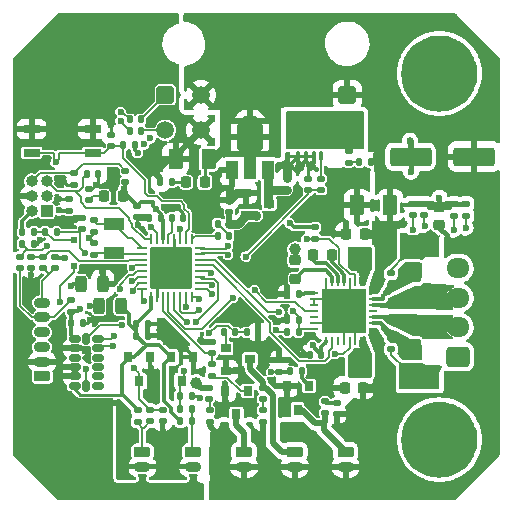
<source format=gtl>
G04 #@! TF.GenerationSoftware,KiCad,Pcbnew,5.99.0-unknown-eb819a3b25~139~ubuntu20.04.1*
G04 #@! TF.CreationDate,2021-10-10T12:59:26-07:00*
G04 #@! TF.ProjectId,Huvud,48757675-642e-46b6-9963-61645f706362,rev?*
G04 #@! TF.SameCoordinates,PXad91980PY876bf80*
G04 #@! TF.FileFunction,Copper,L1,Top*
G04 #@! TF.FilePolarity,Positive*
%FSLAX46Y46*%
G04 Gerber Fmt 4.6, Leading zero omitted, Abs format (unit mm)*
G04 Created by KiCad (PCBNEW 5.99.0-unknown-eb819a3b25~139~ubuntu20.04.1) date 2021-10-10 12:59:26*
%MOMM*%
%LPD*%
G01*
G04 APERTURE LIST*
G04 Aperture macros list*
%AMRoundRect*
0 Rectangle with rounded corners*
0 $1 Rounding radius*
0 $2 $3 $4 $5 $6 $7 $8 $9 X,Y pos of 4 corners*
0 Add a 4 corners polygon primitive as box body*
4,1,4,$2,$3,$4,$5,$6,$7,$8,$9,$2,$3,0*
0 Add four circle primitives for the rounded corners*
1,1,$1+$1,$2,$3*
1,1,$1+$1,$4,$5*
1,1,$1+$1,$6,$7*
1,1,$1+$1,$8,$9*
0 Add four rect primitives between the rounded corners*
20,1,$1+$1,$2,$3,$4,$5,0*
20,1,$1+$1,$4,$5,$6,$7,0*
20,1,$1+$1,$6,$7,$8,$9,0*
20,1,$1+$1,$8,$9,$2,$3,0*%
%AMOutline4P*
0 Free polygon, 4 corners , with rotation*
0 The origin of the aperture is its center*
0 number of corners: always 4*
0 $1 to $8 corner X, Y*
0 $9 Rotation angle, in degrees counterclockwise*
0 create outline with 4 corners*
4,1,4,$1,$2,$3,$4,$5,$6,$7,$8,$1,$2,$9*%
G04 Aperture macros list end*
G04 #@! TA.AperFunction,SMDPad,CuDef*
%ADD10RoundRect,0.147500X-0.172500X0.147500X-0.172500X-0.147500X0.172500X-0.147500X0.172500X0.147500X0*%
G04 #@! TD*
G04 #@! TA.AperFunction,SMDPad,CuDef*
%ADD11RoundRect,0.147500X0.172500X-0.147500X0.172500X0.147500X-0.172500X0.147500X-0.172500X-0.147500X0*%
G04 #@! TD*
G04 #@! TA.AperFunction,SMDPad,CuDef*
%ADD12RoundRect,0.147500X-0.147500X-0.172500X0.147500X-0.172500X0.147500X0.172500X-0.147500X0.172500X0*%
G04 #@! TD*
G04 #@! TA.AperFunction,ComponentPad*
%ADD13RoundRect,0.225000X0.475000X-0.225000X0.475000X0.225000X-0.475000X0.225000X-0.475000X-0.225000X0*%
G04 #@! TD*
G04 #@! TA.AperFunction,ComponentPad*
%ADD14O,1.400000X0.900000*%
G04 #@! TD*
G04 #@! TA.AperFunction,SMDPad,CuDef*
%ADD15RoundRect,0.147500X0.147500X0.172500X-0.147500X0.172500X-0.147500X-0.172500X0.147500X-0.172500X0*%
G04 #@! TD*
G04 #@! TA.AperFunction,SMDPad,CuDef*
%ADD16R,0.900000X0.800000*%
G04 #@! TD*
G04 #@! TA.AperFunction,ComponentPad*
%ADD17RoundRect,0.225000X-0.475000X0.225000X-0.475000X-0.225000X0.475000X-0.225000X0.475000X0.225000X0*%
G04 #@! TD*
G04 #@! TA.AperFunction,ComponentPad*
%ADD18C,0.800000*%
G04 #@! TD*
G04 #@! TA.AperFunction,ComponentPad*
%ADD19C,6.400000*%
G04 #@! TD*
G04 #@! TA.AperFunction,SMDPad,CuDef*
%ADD20RoundRect,0.218750X0.218750X0.256250X-0.218750X0.256250X-0.218750X-0.256250X0.218750X-0.256250X0*%
G04 #@! TD*
G04 #@! TA.AperFunction,SMDPad,CuDef*
%ADD21RoundRect,0.218750X-0.218750X-0.256250X0.218750X-0.256250X0.218750X0.256250X-0.218750X0.256250X0*%
G04 #@! TD*
G04 #@! TA.AperFunction,SMDPad,CuDef*
%ADD22RoundRect,0.250000X-0.625000X0.375000X-0.625000X-0.375000X0.625000X-0.375000X0.625000X0.375000X0*%
G04 #@! TD*
G04 #@! TA.AperFunction,SMDPad,CuDef*
%ADD23RoundRect,0.250000X0.625000X-0.375000X0.625000X0.375000X-0.625000X0.375000X-0.625000X-0.375000X0*%
G04 #@! TD*
G04 #@! TA.AperFunction,ComponentPad*
%ADD24R,1.000000X1.000000*%
G04 #@! TD*
G04 #@! TA.AperFunction,ComponentPad*
%ADD25O,1.000000X1.000000*%
G04 #@! TD*
G04 #@! TA.AperFunction,SMDPad,CuDef*
%ADD26R,0.250000X0.800000*%
G04 #@! TD*
G04 #@! TA.AperFunction,SMDPad,CuDef*
%ADD27R,0.800000X0.250000*%
G04 #@! TD*
G04 #@! TA.AperFunction,SMDPad,CuDef*
%ADD28R,3.700000X3.700000*%
G04 #@! TD*
G04 #@! TA.AperFunction,SMDPad,CuDef*
%ADD29RoundRect,0.075000X0.075000X-0.325000X0.075000X0.325000X-0.075000X0.325000X-0.075000X-0.325000X0*%
G04 #@! TD*
G04 #@! TA.AperFunction,SMDPad,CuDef*
%ADD30R,2.050000X1.700000*%
G04 #@! TD*
G04 #@! TA.AperFunction,SMDPad,CuDef*
%ADD31RoundRect,0.250000X-0.375000X-0.625000X0.375000X-0.625000X0.375000X0.625000X-0.375000X0.625000X0*%
G04 #@! TD*
G04 #@! TA.AperFunction,SMDPad,CuDef*
%ADD32RoundRect,0.243750X-0.243750X-0.456250X0.243750X-0.456250X0.243750X0.456250X-0.243750X0.456250X0*%
G04 #@! TD*
G04 #@! TA.AperFunction,SMDPad,CuDef*
%ADD33RoundRect,0.218750X0.256250X-0.218750X0.256250X0.218750X-0.256250X0.218750X-0.256250X-0.218750X0*%
G04 #@! TD*
G04 #@! TA.AperFunction,ComponentPad*
%ADD34RoundRect,0.250001X-0.499999X-0.499999X0.499999X-0.499999X0.499999X0.499999X-0.499999X0.499999X0*%
G04 #@! TD*
G04 #@! TA.AperFunction,ComponentPad*
%ADD35C,1.500000*%
G04 #@! TD*
G04 #@! TA.AperFunction,SMDPad,CuDef*
%ADD36RoundRect,0.250000X1.500000X0.550000X-1.500000X0.550000X-1.500000X-0.550000X1.500000X-0.550000X0*%
G04 #@! TD*
G04 #@! TA.AperFunction,SMDPad,CuDef*
%ADD37C,0.500000*%
G04 #@! TD*
G04 #@! TA.AperFunction,ComponentPad*
%ADD38RoundRect,0.250000X0.725000X-0.600000X0.725000X0.600000X-0.725000X0.600000X-0.725000X-0.600000X0*%
G04 #@! TD*
G04 #@! TA.AperFunction,ComponentPad*
%ADD39O,1.950000X1.700000*%
G04 #@! TD*
G04 #@! TA.AperFunction,SMDPad,CuDef*
%ADD40RoundRect,0.150000X-0.325000X-0.150000X0.325000X-0.150000X0.325000X0.150000X-0.325000X0.150000X0*%
G04 #@! TD*
G04 #@! TA.AperFunction,SMDPad,CuDef*
%ADD41RoundRect,0.150000X-0.150000X-0.325000X0.150000X-0.325000X0.150000X0.325000X-0.150000X0.325000X0*%
G04 #@! TD*
G04 #@! TA.AperFunction,SMDPad,CuDef*
%ADD42R,0.800000X0.900000*%
G04 #@! TD*
G04 #@! TA.AperFunction,SMDPad,CuDef*
%ADD43R,1.000000X1.500000*%
G04 #@! TD*
G04 #@! TA.AperFunction,SMDPad,CuDef*
%ADD44Outline4P,-1.100000X-0.500000X1.100000X-0.500000X0.400000X0.500000X-0.400000X0.500000X180.000000*%
G04 #@! TD*
G04 #@! TA.AperFunction,SMDPad,CuDef*
%ADD45Outline4P,-1.100000X-0.425000X1.100000X-0.425000X0.500000X0.425000X-0.500000X0.425000X0.000000*%
G04 #@! TD*
G04 #@! TA.AperFunction,SMDPad,CuDef*
%ADD46R,2.200000X1.840000*%
G04 #@! TD*
G04 #@! TA.AperFunction,SMDPad,CuDef*
%ADD47R,1.000000X1.800000*%
G04 #@! TD*
G04 #@! TA.AperFunction,SMDPad,CuDef*
%ADD48R,0.500000X0.500000*%
G04 #@! TD*
G04 #@! TA.AperFunction,SMDPad,CuDef*
%ADD49R,1.450000X0.700000*%
G04 #@! TD*
G04 #@! TA.AperFunction,SMDPad,CuDef*
%ADD50R,1.800000X1.000000*%
G04 #@! TD*
G04 #@! TA.AperFunction,SMDPad,CuDef*
%ADD51RoundRect,0.062500X-0.337500X-0.062500X0.337500X-0.062500X0.337500X0.062500X-0.337500X0.062500X0*%
G04 #@! TD*
G04 #@! TA.AperFunction,SMDPad,CuDef*
%ADD52RoundRect,0.062500X-0.062500X-0.337500X0.062500X-0.337500X0.062500X0.337500X-0.062500X0.337500X0*%
G04 #@! TD*
G04 #@! TA.AperFunction,SMDPad,CuDef*
%ADD53RoundRect,0.249998X-1.550002X-1.550002X1.550002X-1.550002X1.550002X1.550002X-1.550002X1.550002X0*%
G04 #@! TD*
G04 #@! TA.AperFunction,ViaPad*
%ADD54C,0.600000*%
G04 #@! TD*
G04 #@! TA.AperFunction,ViaPad*
%ADD55C,0.800000*%
G04 #@! TD*
G04 #@! TA.AperFunction,ViaPad*
%ADD56C,1.000000*%
G04 #@! TD*
G04 #@! TA.AperFunction,Conductor*
%ADD57C,0.250000*%
G04 #@! TD*
G04 #@! TA.AperFunction,Conductor*
%ADD58C,0.350000*%
G04 #@! TD*
G04 #@! TA.AperFunction,Conductor*
%ADD59C,0.800000*%
G04 #@! TD*
G04 #@! TA.AperFunction,Conductor*
%ADD60C,0.500000*%
G04 #@! TD*
G04 #@! TA.AperFunction,Conductor*
%ADD61C,0.400000*%
G04 #@! TD*
G04 #@! TA.AperFunction,Conductor*
%ADD62C,0.200000*%
G04 #@! TD*
G04 #@! TA.AperFunction,Conductor*
%ADD63C,0.300000*%
G04 #@! TD*
G04 #@! TA.AperFunction,Conductor*
%ADD64C,0.152400*%
G04 #@! TD*
G04 #@! TA.AperFunction,Conductor*
%ADD65C,0.127000*%
G04 #@! TD*
G04 APERTURE END LIST*
G36*
X9390000Y8360000D02*
G01*
X8390000Y8360000D01*
X8390000Y8860000D01*
X9390000Y8860000D01*
X9390000Y8360000D01*
G37*
D10*
X7250000Y22135000D03*
X7250000Y21165000D03*
D11*
X5130000Y24885000D03*
X5130000Y25855000D03*
X7250000Y23115000D03*
X7250000Y24085000D03*
X5550000Y27065000D03*
X5550000Y28035000D03*
D12*
X6615000Y28000000D03*
X7585000Y28000000D03*
D13*
X2870000Y10850000D03*
D14*
X2870000Y12100000D03*
X2870000Y13350000D03*
X2870000Y14600000D03*
X2870000Y15850000D03*
X2870000Y17100000D03*
D10*
X1930000Y20995000D03*
X1930000Y20025000D03*
D15*
X12885000Y24300000D03*
X11915000Y24300000D03*
D10*
X10900000Y25285000D03*
X10900000Y24315000D03*
D15*
X10685000Y30430000D03*
X9715000Y30430000D03*
D10*
X8700000Y31335000D03*
X8700000Y30365000D03*
X21560000Y9915000D03*
X21560000Y8945000D03*
X28800000Y29935000D03*
X28800000Y28965000D03*
D16*
X18450000Y13250000D03*
X18450000Y11350000D03*
X20450000Y12300000D03*
D11*
X17060000Y7005000D03*
X17060000Y7975000D03*
X21540000Y7035000D03*
X21540000Y8005000D03*
D17*
X24250000Y4475000D03*
D14*
X24250000Y3225000D03*
D18*
X36500000Y34100000D03*
X34802944Y38197056D03*
X36500000Y38900000D03*
X34100000Y36500000D03*
X38900000Y36500000D03*
X38197056Y38197056D03*
X34802944Y34802944D03*
D19*
X36500000Y36500000D03*
D18*
X38197056Y34802944D03*
X38197056Y3802944D03*
X36500000Y3100000D03*
X36500000Y7900000D03*
X38197056Y7197056D03*
X38900000Y5500000D03*
X34802944Y3802944D03*
X34802944Y7197056D03*
D19*
X36500000Y5500000D03*
D18*
X34100000Y5500000D03*
D15*
X24585000Y17800000D03*
X23615000Y17800000D03*
D12*
X25515000Y12700000D03*
X26485000Y12700000D03*
D20*
X30187500Y22950000D03*
X28612500Y22950000D03*
D21*
X25812500Y21175000D03*
X27387500Y21175000D03*
D20*
X30037500Y9900000D03*
X28462500Y9900000D03*
D22*
X34050000Y22200000D03*
X34050000Y19400000D03*
D23*
X34050000Y10600000D03*
X34050000Y13400000D03*
D17*
X15650000Y4475000D03*
D14*
X15650000Y3225000D03*
D18*
X3100000Y5500000D03*
X3802944Y3802944D03*
X7900000Y5500000D03*
X5500000Y7900000D03*
D19*
X5500000Y5500000D03*
D18*
X3802944Y7197056D03*
X7197056Y7197056D03*
X5500000Y3100000D03*
X7197056Y3802944D03*
D24*
X3250000Y24850000D03*
D25*
X1980000Y24850000D03*
X3250000Y26120000D03*
X1980000Y26120000D03*
X3250000Y27390000D03*
X1980000Y27390000D03*
D18*
X5500000Y38900000D03*
X7197056Y34802944D03*
X7900000Y36500000D03*
X7197056Y38197056D03*
D19*
X5500000Y36500000D03*
D18*
X3802944Y38197056D03*
X5500000Y34100000D03*
X3802944Y34802944D03*
X3100000Y36500000D03*
D10*
X16960000Y9895000D03*
X16960000Y8925000D03*
D15*
X30685000Y29000000D03*
X29715000Y29000000D03*
D17*
X19950000Y4475000D03*
D14*
X19950000Y3225000D03*
D11*
X2960000Y20025000D03*
X2960000Y20995000D03*
D26*
X29887800Y18875200D03*
X29387801Y18875200D03*
X28887799Y18875200D03*
X28387800Y18875200D03*
X27887801Y18875200D03*
X27387799Y18875200D03*
X26887800Y18875200D03*
D27*
X25887800Y17875200D03*
X25887800Y17375201D03*
X25887800Y16875199D03*
X25887800Y16375200D03*
X25887800Y15875201D03*
X25887800Y15375199D03*
X25887800Y14875200D03*
D26*
X26887800Y13875200D03*
X27387799Y13875200D03*
X27887801Y13875200D03*
X28387800Y13875200D03*
X28887799Y13875200D03*
X29387801Y13875200D03*
X29887800Y13875200D03*
D27*
X30887800Y14875200D03*
X30887800Y15375199D03*
X30887800Y15875201D03*
X30887800Y16375200D03*
X30887800Y16875199D03*
X30887800Y17375201D03*
X30887800Y17875200D03*
D28*
X28387800Y16375200D03*
D12*
X17715000Y22700000D03*
X18685000Y22700000D03*
X23615000Y15600000D03*
X24585000Y15600000D03*
X23615000Y14600000D03*
X24585000Y14600000D03*
D29*
X24535000Y29475000D03*
X25185000Y29475000D03*
X25835000Y29475000D03*
X26485000Y29475000D03*
X24535000Y32375000D03*
X25835000Y32375000D03*
X25185000Y32375000D03*
D30*
X25510000Y30925000D03*
D29*
X26485000Y32375000D03*
D11*
X26480000Y26625000D03*
X26480000Y27595000D03*
D31*
X29517100Y25327600D03*
X32317100Y25327600D03*
D32*
X6112500Y18700000D03*
X7987500Y18700000D03*
D33*
X36500000Y23662500D03*
X36500000Y25237500D03*
D11*
X3950000Y20025000D03*
X3950000Y20995000D03*
X6800000Y25765000D03*
X6800000Y26735000D03*
D34*
X28700000Y34700000D03*
D35*
X28700000Y31700000D03*
D36*
X39450000Y29450000D03*
X34050000Y29450000D03*
D12*
X17715000Y23800000D03*
X18685000Y23800000D03*
D37*
X8390000Y8610000D03*
X9390000Y8610000D03*
D38*
X38038500Y12524000D03*
D39*
X38038500Y15024000D03*
X38038500Y17524000D03*
X38038500Y20024000D03*
D12*
X10265000Y32620000D03*
X11235000Y32620000D03*
X10275000Y31620000D03*
X11245000Y31620000D03*
D33*
X24300000Y19112500D03*
X24300000Y20687500D03*
D21*
X15062500Y27300000D03*
X16637500Y27300000D03*
D15*
X13835000Y27300000D03*
X12865000Y27300000D03*
D11*
X6260000Y23335000D03*
X6260000Y24305000D03*
D12*
X1165000Y22090000D03*
X2135000Y22090000D03*
X1175000Y23110000D03*
X2145000Y23110000D03*
X3105000Y23090000D03*
X4075000Y23090000D03*
D10*
X5300000Y17285000D03*
X5300000Y16315000D03*
D11*
X960000Y20025000D03*
X960000Y20995000D03*
D40*
X5600000Y14050000D03*
X5600000Y13250000D03*
X5600000Y12450000D03*
X5600000Y11650000D03*
X5600000Y10850000D03*
X5600000Y10050000D03*
D41*
X6600000Y10050000D03*
D40*
X7600000Y10050000D03*
X7600000Y10850000D03*
X7600000Y11650000D03*
X7600000Y12450000D03*
X7600000Y13250000D03*
X7600000Y14050000D03*
D41*
X6600000Y14050000D03*
D10*
X23550000Y27635000D03*
X23550000Y26665000D03*
D21*
X8112500Y26100000D03*
X9687500Y26100000D03*
D15*
X6275000Y15350000D03*
X5305000Y15350000D03*
D42*
X20260000Y9640000D03*
X18360000Y9640000D03*
X19310000Y7640000D03*
D10*
X26000000Y23485000D03*
X26000000Y22515000D03*
D11*
X25400000Y26615000D03*
X25400000Y27585000D03*
X32400000Y18615000D03*
X32400000Y19585000D03*
D15*
X15535000Y7090000D03*
X14565000Y7090000D03*
D10*
X35200000Y25485000D03*
X35200000Y24515000D03*
D12*
X23850000Y11300000D03*
X24820000Y11300000D03*
D32*
X7662500Y16800000D03*
X9537500Y16800000D03*
D43*
X18950000Y28295000D03*
D44*
X20450000Y29698800D03*
D45*
X20450000Y32442000D03*
D46*
X20450000Y31108500D03*
D47*
X20450000Y28441500D03*
D43*
X21950000Y28295000D03*
D31*
X14150000Y29250000D03*
X16950000Y29250000D03*
D48*
X5560000Y20170000D03*
X5560000Y22370000D03*
D42*
X15660000Y12480000D03*
X13760000Y12480000D03*
X14710000Y10480000D03*
D10*
X32400000Y14135000D03*
X32400000Y13165000D03*
D12*
X14565000Y8130000D03*
X15535000Y8130000D03*
D49*
X1970000Y29800000D03*
X7130000Y29800000D03*
X7130000Y31800000D03*
X1970000Y31800000D03*
D11*
X13050000Y7065000D03*
X13050000Y8035000D03*
X10950000Y7025000D03*
X10950000Y7995000D03*
D10*
X12000000Y8015000D03*
X12000000Y7045000D03*
D17*
X28550000Y4475000D03*
D14*
X28550000Y3225000D03*
D50*
X8950000Y23800000D03*
X8950000Y21300000D03*
D11*
X17250000Y12815000D03*
X17250000Y13785000D03*
D15*
X11785000Y15300000D03*
X10815000Y15300000D03*
D11*
X22900000Y11265000D03*
X22900000Y12235000D03*
X38750000Y24465000D03*
X38750000Y25435000D03*
D10*
X18700000Y25785000D03*
X18700000Y24815000D03*
D16*
X20100000Y26400000D03*
X20100000Y24500000D03*
X22100000Y25450000D03*
D11*
X26800000Y7765000D03*
X26800000Y8735000D03*
D34*
X13295000Y34695000D03*
D35*
X16295000Y34695000D03*
X13295000Y31695000D03*
X16295000Y31695000D03*
D15*
X15525000Y9170000D03*
X14555000Y9170000D03*
D17*
X11350000Y4475000D03*
D14*
X11350000Y3225000D03*
D11*
X27800000Y7665000D03*
X27800000Y8635000D03*
D42*
X25450000Y10050000D03*
X23550000Y10050000D03*
X24500000Y8050000D03*
X12010000Y12460000D03*
X10110000Y12460000D03*
X11060000Y10460000D03*
D11*
X9900000Y27315000D03*
X9900000Y28285000D03*
X34250000Y24515000D03*
X34250000Y25485000D03*
D15*
X21135000Y14600000D03*
X20165000Y14600000D03*
D12*
X13815000Y24300000D03*
X14785000Y24300000D03*
D10*
X17250000Y11885000D03*
X17250000Y10915000D03*
D15*
X11785000Y14300000D03*
X10815000Y14300000D03*
X19185000Y14600000D03*
X18215000Y14600000D03*
D51*
X11350000Y21750000D03*
X11350000Y21250000D03*
X11350000Y20750000D03*
X11350000Y20250000D03*
X11350000Y19750000D03*
X11350000Y19250000D03*
X11350000Y18750000D03*
X11350000Y18250000D03*
D52*
X12050000Y17550000D03*
X12550000Y17550000D03*
X13050000Y17550000D03*
X13550000Y17550000D03*
X14050000Y17550000D03*
X14550000Y17550000D03*
X15050000Y17550000D03*
X15550000Y17550000D03*
D51*
X16250000Y18250000D03*
X16250000Y18750000D03*
X16250000Y19250000D03*
X16250000Y19750000D03*
X16250000Y20250000D03*
X16250000Y20750000D03*
X16250000Y21250000D03*
X16250000Y21750000D03*
D52*
X15550000Y22450000D03*
X15050000Y22450000D03*
X14550000Y22450000D03*
X14050000Y22450000D03*
X13550000Y22450000D03*
X13050000Y22450000D03*
X12550000Y22450000D03*
X12050000Y22450000D03*
D53*
X13800000Y20000000D03*
D10*
X37750000Y25435000D03*
X37750000Y24465000D03*
D54*
X16200000Y9000000D03*
X13100000Y6200000D03*
X12100000Y11600000D03*
X13302998Y13787653D03*
X15000000Y13200000D03*
X9600000Y8100000D03*
D55*
X28400000Y15100000D03*
D54*
X11000000Y23700000D03*
D55*
X27200000Y17600000D03*
X29500000Y16400000D03*
D54*
X27400000Y9900000D03*
D55*
X13800000Y20000000D03*
D54*
X36050000Y10150000D03*
X7400000Y27100000D03*
X21750000Y20250000D03*
X6500000Y13000000D03*
X36100000Y21900000D03*
X16300000Y13900000D03*
X5800000Y31800000D03*
X27600000Y23000000D03*
D55*
X28400000Y17600000D03*
D54*
X4300000Y25900000D03*
X1500000Y10200000D03*
X24700000Y13300000D03*
D55*
X27200000Y15200000D03*
D54*
X1800000Y17800000D03*
X19750000Y13250000D03*
X5000000Y1500000D03*
X2700000Y22400000D03*
X34100000Y28200000D03*
D55*
X28400000Y16400000D03*
D54*
X23550000Y9250000D03*
X7250000Y1500000D03*
X14400000Y25100000D03*
X5600000Y24100000D03*
X12450000Y28100000D03*
X1900000Y19400000D03*
X22000000Y12750000D03*
X20250000Y8500000D03*
X18400000Y8700000D03*
X6800000Y22600000D03*
X2500000Y8500000D03*
X7950000Y19750000D03*
X1250000Y35250000D03*
X8500000Y40250000D03*
X4700000Y27300000D03*
X6900000Y15600000D03*
D55*
X29500000Y17600000D03*
D54*
X12000000Y40250000D03*
X19307500Y26392500D03*
X22800000Y15500000D03*
X35350000Y10750000D03*
D55*
X24700000Y28635000D03*
D54*
X35450000Y21950000D03*
D55*
X27200000Y16400000D03*
D54*
X36100000Y22550000D03*
X23000000Y17800000D03*
D55*
X25580000Y28645000D03*
D54*
X35450000Y22600000D03*
D55*
X29500000Y15100000D03*
X23750000Y28645000D03*
D54*
X8700000Y32100000D03*
X27750000Y25000000D03*
X16400000Y24350000D03*
X17800000Y27900000D03*
X36050000Y10800000D03*
X34000000Y30800000D03*
X35350000Y10100000D03*
X1500000Y15000000D03*
X36500000Y26000000D03*
X19300000Y11400000D03*
X40750000Y34750000D03*
X25500000Y40250000D03*
X34500000Y40500000D03*
X32250000Y27250000D03*
D55*
X32400000Y23500000D03*
X31300000Y9200000D03*
X31300000Y22500000D03*
D54*
X32200000Y3300000D03*
X31750000Y39250000D03*
D55*
X32400000Y9200000D03*
D54*
X39000000Y32000000D03*
X26750000Y2350000D03*
X20750000Y40250000D03*
D55*
X31300000Y10300000D03*
D56*
X24300000Y21600000D03*
D55*
X32400000Y10300000D03*
D54*
X33000000Y1500000D03*
D55*
X32400000Y22500000D03*
X31300000Y23500000D03*
D54*
X25748400Y13493800D03*
X6900000Y16800000D03*
X21000000Y24450000D03*
X6100000Y16600000D03*
X4279700Y24905000D03*
X9750000Y26750000D03*
X10937031Y29763103D03*
X23813900Y23813900D03*
X4767400Y20899300D03*
X12500000Y25000000D03*
D56*
X15908600Y10288200D03*
D54*
X25000000Y31250000D03*
X26000000Y31250000D03*
X26000000Y30500000D03*
X25000000Y30500000D03*
X25250000Y22500000D03*
X19000000Y17500000D03*
X20099639Y21000638D03*
X10509700Y18097400D03*
X22940979Y16285372D03*
X27642300Y12751300D03*
X20845100Y18140900D03*
X10489500Y20057100D03*
X12053300Y23479300D03*
X22644536Y14790327D03*
X15123300Y15459900D03*
X24088800Y16397800D03*
X16133500Y16499000D03*
X4004000Y28996000D03*
X18600000Y21863500D03*
X11500000Y30500000D03*
X9500000Y32500000D03*
X12013715Y31013715D03*
X18600000Y21136500D03*
X9500000Y33250000D03*
X14487100Y23307100D03*
X22250000Y11250000D03*
X11448500Y17239100D03*
X17027000Y14514700D03*
D55*
X29200000Y12400000D03*
X30200000Y11300000D03*
X30200000Y12400000D03*
D54*
X38706200Y23454100D03*
D55*
X29200000Y11300000D03*
D54*
X37691000Y23288300D03*
X35297400Y23559700D03*
D55*
X29200000Y21300000D03*
D54*
X34265500Y23257400D03*
D55*
X29200000Y20300000D03*
X30200000Y21300000D03*
X30200000Y20300000D03*
D54*
X9450000Y18272200D03*
X10657700Y11569600D03*
X4378100Y17132300D03*
X6482600Y21313000D03*
X15015700Y16688600D03*
X16140800Y17412400D03*
X3259733Y21936853D03*
X6600000Y11508000D03*
X15876700Y15442300D03*
X14900000Y11300000D03*
X10447000Y18898500D03*
X5300000Y18550000D03*
X22050000Y26700000D03*
X17184300Y19627700D03*
X8876700Y13390600D03*
X8962683Y14315463D03*
X17225600Y17816400D03*
X9600000Y15200000D03*
X17219200Y18588700D03*
D57*
X12010000Y11690000D02*
X12100000Y11600000D01*
X12010000Y12460000D02*
X12010000Y11690000D01*
X16030000Y9170000D02*
X16200000Y9000000D01*
X13050000Y7065000D02*
X13050000Y6250000D01*
X15660000Y12480000D02*
X15660000Y12540000D01*
X13050000Y6250000D02*
X13100000Y6200000D01*
X15525000Y9170000D02*
X16030000Y9170000D01*
X15660000Y12540000D02*
X15000000Y13200000D01*
D58*
X18360000Y9640000D02*
X18360000Y8740000D01*
X18450000Y11350000D02*
X19250000Y11350000D01*
D57*
X14785000Y24715000D02*
X14400000Y25100000D01*
D59*
X19315000Y26400000D02*
X19307500Y26392500D01*
D57*
X6260000Y24305000D02*
X5805000Y24305000D01*
X2135000Y22090000D02*
X2390000Y22090000D01*
D60*
X14150000Y29250000D02*
X14150000Y29550000D01*
D61*
X34050000Y29450000D02*
X34050000Y30750000D01*
D62*
X28388000Y13875000D02*
X28388000Y15088000D01*
D57*
X12550000Y17550000D02*
X12550000Y18750000D01*
X4345000Y25855000D02*
X4300000Y25900000D01*
D62*
X25888000Y15375000D02*
X27025000Y15375000D01*
D57*
X22900000Y15600000D02*
X22800000Y15500000D01*
D58*
X24535000Y29475000D02*
X24535000Y28800000D01*
D62*
X26975000Y17375000D02*
X27200000Y17600000D01*
D57*
X6650000Y15350000D02*
X6900000Y15600000D01*
X7585000Y28000000D02*
X7585000Y27285000D01*
D62*
X26888000Y17912000D02*
X27200000Y17600000D01*
D57*
X23615000Y15600000D02*
X22900000Y15600000D01*
D62*
X28888000Y18875000D02*
X28888000Y16875000D01*
D59*
X20100000Y26400000D02*
X19315000Y26400000D01*
D62*
X25888000Y17375000D02*
X26975000Y17375000D01*
D59*
X23550000Y28445000D02*
X23750000Y28645000D01*
D62*
X28388000Y15088000D02*
X28400000Y15100000D01*
D57*
X2390000Y22090000D02*
X2700000Y22400000D01*
D62*
X32400000Y13165000D02*
X32400000Y12700000D01*
D57*
X1930000Y19430000D02*
X1900000Y19400000D01*
X7250000Y23050000D02*
X6800000Y22600000D01*
X6800000Y26735000D02*
X7035000Y26735000D01*
D62*
X25888000Y16875000D02*
X25888000Y17375000D01*
D57*
X8700000Y31335000D02*
X8700000Y32100000D01*
X25300000Y12700000D02*
X24700000Y13300000D01*
X6275000Y15350000D02*
X6650000Y15350000D01*
D58*
X18360000Y8740000D02*
X18400000Y8700000D01*
D60*
X14150000Y29250000D02*
X13600000Y29250000D01*
D57*
X5130000Y25855000D02*
X4345000Y25855000D01*
D58*
X24535000Y28800000D02*
X24700000Y28635000D01*
D57*
X25400000Y27585000D02*
X25400000Y28465000D01*
X5550000Y27065000D02*
X4935000Y27065000D01*
X7250000Y23115000D02*
X7250000Y23050000D01*
D58*
X25185000Y29475000D02*
X25185000Y29120000D01*
X24535000Y29475000D02*
X24535000Y29430000D01*
D60*
X13600000Y29250000D02*
X12450000Y28100000D01*
D58*
X25185000Y29120000D02*
X24700000Y28635000D01*
D57*
X7035000Y26735000D02*
X7400000Y27100000D01*
X12550000Y18750000D02*
X13800000Y20000000D01*
X14050000Y22450000D02*
X14050000Y20250000D01*
X1930000Y20025000D02*
X1930000Y19430000D01*
X14050000Y20250000D02*
X13800000Y20000000D01*
X16415000Y13785000D02*
X16300000Y13900000D01*
X10900000Y24315000D02*
X10900000Y23800000D01*
D58*
X25835000Y28900000D02*
X25580000Y28645000D01*
D62*
X29388000Y14988000D02*
X29500000Y15100000D01*
D57*
X14785000Y24300000D02*
X14785000Y24715000D01*
X7130000Y31800000D02*
X5800000Y31800000D01*
D62*
X28888000Y16875000D02*
X28388000Y16375000D01*
D60*
X12865000Y27685000D02*
X12450000Y28100000D01*
D63*
X6500000Y13000000D02*
X6250000Y13250000D01*
D58*
X24535000Y29430000D02*
X23750000Y28645000D01*
D61*
X34050000Y28250000D02*
X34100000Y28200000D01*
D58*
X25185000Y29475000D02*
X25185000Y29040000D01*
D61*
X36500000Y25237500D02*
X36500000Y26000000D01*
D57*
X23615000Y17800000D02*
X23000000Y17800000D01*
D62*
X32400000Y19585000D02*
X32400000Y19900000D01*
D58*
X19250000Y11350000D02*
X19300000Y11400000D01*
D57*
X23785000Y28610000D02*
X23750000Y28645000D01*
X5805000Y24305000D02*
X5600000Y24100000D01*
D63*
X6250000Y13250000D02*
X5600000Y13250000D01*
D58*
X25835000Y29475000D02*
X25835000Y28900000D01*
D59*
X23550000Y27635000D02*
X23550000Y28445000D01*
D63*
X23550000Y10050000D02*
X23550000Y9250000D01*
D58*
X25185000Y29040000D02*
X25580000Y28645000D01*
D57*
X25515000Y12700000D02*
X25300000Y12700000D01*
X25400000Y28465000D02*
X25580000Y28645000D01*
X4935000Y27065000D02*
X4700000Y27300000D01*
D62*
X32400000Y19900000D02*
X33600000Y21100000D01*
D61*
X34050000Y29450000D02*
X34050000Y28250000D01*
D59*
X19307500Y26392500D02*
X18700000Y25785000D01*
D57*
X7250000Y22135000D02*
X7250000Y22150000D01*
D61*
X34050000Y30750000D02*
X34000000Y30800000D01*
D57*
X7250000Y22150000D02*
X6800000Y22600000D01*
X7585000Y27285000D02*
X7400000Y27100000D01*
D62*
X29388000Y13875000D02*
X29388000Y14988000D01*
X32400000Y12700000D02*
X33800000Y11300000D01*
D57*
X17250000Y13785000D02*
X16415000Y13785000D01*
D60*
X12865000Y27300000D02*
X12865000Y27685000D01*
D57*
X10900000Y23800000D02*
X11000000Y23700000D01*
D60*
X14150000Y29550000D02*
X16295000Y31695000D01*
D62*
X27025000Y15375000D02*
X27200000Y15200000D01*
X26888000Y18875000D02*
X26888000Y17912000D01*
D60*
X31250000Y28800000D02*
X31500000Y29050000D01*
D59*
X30850000Y22950000D02*
X31300000Y22500000D01*
X30187500Y22950000D02*
X30850000Y22950000D01*
D60*
X31600000Y28950000D02*
X31600000Y28600000D01*
X31200000Y28800000D02*
X31250000Y28800000D01*
X31200000Y29650000D02*
X31200000Y28800000D01*
X17060000Y7005000D02*
X17060000Y6640000D01*
X17060000Y6832900D02*
X17060000Y7005000D01*
D59*
X17350000Y29250000D02*
X18100000Y30000000D01*
D60*
X21540000Y6653000D02*
X21540000Y6060000D01*
X31200000Y28800000D02*
X31200000Y28250000D01*
X31500000Y29050000D02*
X31500000Y29400000D01*
D57*
X16637500Y28937500D02*
X16950000Y29250000D01*
D60*
X30685000Y29000000D02*
X31100000Y29000000D01*
D61*
X36500000Y23400000D02*
X37100000Y22800000D01*
D60*
X32200000Y27250000D02*
X32250000Y27250000D01*
X31100000Y29000000D02*
X31150000Y29050000D01*
D61*
X36500000Y23662500D02*
X36500000Y23400000D01*
D60*
X31150000Y29700000D02*
X31200000Y29650000D01*
X31150000Y29050000D02*
X31150000Y29700000D01*
X21540000Y6653000D02*
X21540000Y7035000D01*
X17060000Y6640000D02*
X17700000Y6000000D01*
X31500000Y29050000D02*
X31600000Y28950000D01*
D57*
X16637500Y27300000D02*
X16637500Y28937500D01*
D59*
X16950000Y29250000D02*
X17350000Y29250000D01*
D61*
X24300000Y20687500D02*
X24300000Y21600000D01*
D59*
X30037500Y9900000D02*
X30900000Y9900000D01*
X30900000Y9900000D02*
X31300000Y10300000D01*
D60*
X31200000Y28250000D02*
X32200000Y27250000D01*
D63*
X25037500Y19850000D02*
X24300000Y19112500D01*
X27387799Y18875200D02*
X27387799Y19312201D01*
X26850000Y19850000D02*
X25037500Y19850000D01*
X27387799Y19312201D02*
X26850000Y19850000D01*
X25000000Y17800000D02*
X24585000Y17800000D01*
X25887800Y17875200D02*
X25124800Y17875200D01*
X25124800Y17875200D02*
X25100000Y17900000D01*
X25100000Y17900000D02*
X25000000Y17800000D01*
D64*
X27888000Y19101500D02*
X27887800Y19101300D01*
D63*
X27888000Y18875000D02*
X27888000Y19101500D01*
X27814310Y19401664D02*
X27814310Y19488868D01*
X25812500Y20700001D02*
X25812500Y21175000D01*
X27023489Y20276511D02*
X26850000Y20450000D01*
X27026667Y20276511D02*
X27023489Y20276511D01*
X27814310Y19488868D02*
X27026667Y20276511D01*
X27888000Y19327974D02*
X27814310Y19401664D01*
X27888000Y19101500D02*
X27888000Y19327974D01*
X26850000Y20450000D02*
X26062501Y20450000D01*
X26062501Y20450000D02*
X25812500Y20700001D01*
D64*
X27887800Y19101300D02*
X27887800Y18875200D01*
D63*
X28240820Y19665536D02*
X27387500Y20518855D01*
X27387500Y20518855D02*
X27387500Y21175000D01*
X28388000Y19431152D02*
X28240821Y19578331D01*
X28240821Y19578331D02*
X28240820Y19665536D01*
D64*
X28387800Y19152800D02*
X28387800Y18875200D01*
D63*
X28388000Y19153000D02*
X28388000Y19431152D01*
X28388000Y18875000D02*
X28388000Y19153000D01*
D64*
X28388000Y19153000D02*
X28387800Y19152800D01*
D63*
X5305000Y15350000D02*
X5305000Y14345000D01*
D58*
X12885000Y24615000D02*
X12500000Y25000000D01*
D63*
X5305000Y14345000D02*
X5600000Y14050000D01*
D58*
X9687500Y26100000D02*
X10085000Y26100000D01*
X12250000Y25250000D02*
X12500000Y25000000D01*
D59*
X19400000Y23800000D02*
X20100000Y24500000D01*
D63*
X25748400Y13436600D02*
X26485000Y12700000D01*
D57*
X7662500Y16800000D02*
X6900000Y16800000D01*
D58*
X13050000Y24135000D02*
X13050000Y22450000D01*
X9900000Y27315000D02*
X9900000Y26900000D01*
X4045700Y20899300D02*
X3950000Y20995000D01*
X12885000Y24300000D02*
X12885000Y24615000D01*
D59*
X20100000Y24500000D02*
X20950000Y24500000D01*
D58*
X4299700Y24885000D02*
X4279700Y24905000D01*
D63*
X5310000Y16355000D02*
X5855000Y16355000D01*
D58*
X4767400Y20899300D02*
X4045700Y20899300D01*
X9750000Y26750000D02*
X9750000Y26162500D01*
D63*
X26887800Y13787800D02*
X26485000Y13385000D01*
D60*
X18700000Y23815000D02*
X18685000Y23800000D01*
D58*
X12250000Y25650000D02*
X11600000Y25650000D01*
X5130000Y24885000D02*
X4299700Y24885000D01*
X12250000Y25650000D02*
X12250000Y25500000D01*
X9900000Y26900000D02*
X9750000Y26750000D01*
X10085000Y26100000D02*
X10900000Y25285000D01*
X9750000Y26162500D02*
X9687500Y26100000D01*
X10685000Y30015134D02*
X10937031Y29763103D01*
X26000000Y23485000D02*
X24142800Y23485000D01*
X12250000Y25650000D02*
X11265000Y25650000D01*
D60*
X18700000Y24815000D02*
X18700000Y23815000D01*
D63*
X5855000Y16355000D02*
X6100000Y16600000D01*
D58*
X24142800Y23485000D02*
X23813900Y23813900D01*
D59*
X20950000Y24500000D02*
X21000000Y24450000D01*
D58*
X10685000Y30430000D02*
X10685000Y30015134D01*
D63*
X26485000Y13385000D02*
X26485000Y12700000D01*
D58*
X12250000Y25650000D02*
X12250000Y25250000D01*
X12885000Y24300000D02*
X13050000Y24135000D01*
D63*
X5310000Y16355000D02*
X5310000Y15355000D01*
D58*
X1175000Y23110000D02*
X1175000Y24045000D01*
D63*
X26887800Y13875200D02*
X26887800Y13787800D01*
X25748400Y13493800D02*
X25748400Y13436600D01*
X5310000Y15355000D02*
X5305000Y15350000D01*
D59*
X18685000Y23800000D02*
X19400000Y23800000D01*
D58*
X11265000Y25650000D02*
X10900000Y25285000D01*
X1175000Y24045000D02*
X1980000Y24850000D01*
D64*
X8950000Y21300000D02*
X7385000Y21300000D01*
X7385000Y21300000D02*
X7250000Y21165000D01*
X9000000Y21250000D02*
X8950000Y21300000D01*
X11350000Y21250000D02*
X9000000Y21250000D01*
X7535000Y23800000D02*
X7250000Y24085000D01*
X10150000Y22600000D02*
X8950000Y23800000D01*
X11350000Y21750000D02*
X10500000Y22600000D01*
X10500000Y22600000D02*
X10150000Y22600000D01*
X8950000Y23800000D02*
X7535000Y23800000D01*
D60*
X21560000Y10339700D02*
X21560000Y9915000D01*
X22400000Y9294200D02*
X22400000Y5200000D01*
X20450000Y11449700D02*
X21560000Y10339700D01*
X20450000Y12300000D02*
X20450000Y11449700D01*
X23125000Y4475000D02*
X24250000Y4475000D01*
X21779200Y9915000D02*
X22400000Y9294200D01*
X21560000Y9915000D02*
X21779200Y9915000D01*
X22400000Y5200000D02*
X23125000Y4475000D01*
D64*
X21560000Y8025000D02*
X21560000Y8945000D01*
X21540000Y8005000D02*
X21560000Y8025000D01*
D60*
X15908600Y10288200D02*
X16301800Y9895000D01*
X19950000Y6099700D02*
X19950000Y4475000D01*
X16301800Y9895000D02*
X16960000Y9895000D01*
X19310000Y7640000D02*
X19310000Y6739700D01*
X19310000Y6739700D02*
X19950000Y6099700D01*
D64*
X17060000Y8825000D02*
X17060000Y7975000D01*
X16960000Y8925000D02*
X17060000Y8825000D01*
D65*
X28835000Y29000000D02*
X28800000Y28965000D01*
X29715000Y29000000D02*
X28835000Y29000000D01*
D60*
X28800000Y29935000D02*
X28800000Y31600000D01*
X28800000Y31600000D02*
X28700000Y31700000D01*
D58*
X11700000Y13500000D02*
X10660000Y12460000D01*
X10815000Y15300000D02*
X10815000Y15315000D01*
X10815000Y15315000D02*
X12050000Y16550000D01*
D57*
X9555000Y9300000D02*
X9600000Y9345000D01*
D58*
X10815000Y14300000D02*
X10815000Y15300000D01*
D57*
X5600000Y9750001D02*
X6050001Y9300000D01*
D63*
X13200000Y8808742D02*
X13200000Y11920000D01*
D58*
X11700000Y13500000D02*
X12740000Y13500000D01*
X12050000Y16550000D02*
X12050000Y17550000D01*
X9600000Y11800000D02*
X9600000Y9345000D01*
X10201501Y15298499D02*
X10201501Y16135999D01*
X10201501Y15298499D02*
X10815000Y14685000D01*
D63*
X13800000Y8208742D02*
X13200000Y8808742D01*
D57*
X5600000Y10050000D02*
X5600000Y9750001D01*
D58*
X10110000Y12460000D02*
X10110000Y12310000D01*
X10110000Y12310000D02*
X9600000Y11800000D01*
X11615000Y13500000D02*
X11700000Y13500000D01*
X10815000Y14685000D02*
X10815000Y14300000D01*
D63*
X14510000Y7090000D02*
X13800000Y7800000D01*
D57*
X6050001Y9300000D02*
X9555000Y9300000D01*
D58*
X10201501Y16135999D02*
X9537500Y16800000D01*
X10660000Y12460000D02*
X10110000Y12460000D01*
X9600000Y9345000D02*
X10950000Y7995000D01*
D63*
X13200000Y11920000D02*
X13760000Y12480000D01*
D58*
X12740000Y13500000D02*
X13760000Y12480000D01*
X10815000Y14300000D02*
X11615000Y13500000D01*
D63*
X13800000Y7800000D02*
X13800000Y8208742D01*
X14565000Y7090000D02*
X14510000Y7090000D01*
D65*
X29290000Y19500000D02*
X28887203Y19500000D01*
D64*
X25250000Y22500000D02*
X25985000Y22500000D01*
D65*
X29388000Y19138500D02*
X29388000Y19402000D01*
X29388000Y18875000D02*
X29388000Y19138500D01*
D64*
X29387800Y19138300D02*
X29387800Y18875200D01*
X13550000Y17550000D02*
X13550000Y16321100D01*
D65*
X28015000Y21685000D02*
X27185000Y22515000D01*
D64*
X13550000Y16321100D02*
X14982600Y14888500D01*
X25985000Y22500000D02*
X26000000Y22515000D01*
D65*
X29388000Y19402000D02*
X29290000Y19500000D01*
D64*
X14982600Y14888500D02*
X16388500Y14888500D01*
D65*
X27185000Y22515000D02*
X26000000Y22515000D01*
X28015000Y20372203D02*
X28015000Y21685000D01*
D64*
X16388500Y14888500D02*
X19000000Y17500000D01*
X29388000Y19138500D02*
X29387800Y19138300D01*
D65*
X28887203Y19500000D02*
X28015000Y20372203D01*
D64*
X26480000Y26625000D02*
X26470000Y26615000D01*
X25400000Y26615000D02*
X25400000Y26300999D01*
X11057400Y18750000D02*
X10509700Y18202300D01*
X10509700Y18202300D02*
X10509700Y18097400D01*
X26470000Y26615000D02*
X25400000Y26615000D01*
X25400000Y26300999D02*
X20099639Y21000638D01*
X11350000Y18750000D02*
X11057400Y18750000D01*
X27138800Y13022700D02*
X27138800Y12516400D01*
X26778000Y12155600D02*
X24568335Y12155600D01*
X22141835Y14582100D02*
X22141835Y15409865D01*
X27387800Y13271700D02*
X27138800Y13022700D01*
X24568335Y12155600D02*
X22141835Y14582100D01*
X22141835Y15409865D02*
X17301700Y20250000D01*
X17301700Y20250000D02*
X16250000Y20250000D01*
X27138800Y12516400D02*
X26778000Y12155600D01*
X27387800Y13875200D02*
X27387800Y13271700D01*
X28887800Y13875200D02*
X28887800Y13271700D01*
X17523900Y20750000D02*
X21988528Y16285372D01*
X27642300Y12751300D02*
X28367400Y12751300D01*
X16250000Y20750000D02*
X17523900Y20750000D01*
X28367400Y12751300D02*
X28887800Y13271700D01*
X21988528Y16285372D02*
X22940979Y16285372D01*
X20845100Y18140900D02*
X21794400Y17191600D01*
X11350000Y20250000D02*
X10682400Y20250000D01*
X25089000Y16375200D02*
X25887800Y16375200D01*
X10682400Y20250000D02*
X10489500Y20057100D01*
X21794400Y17191600D02*
X24272600Y17191600D01*
X24272600Y17191600D02*
X25089000Y16375200D01*
D57*
X13835000Y27300000D02*
X15062500Y27300000D01*
D64*
X8112500Y26100000D02*
X7135000Y26100000D01*
X7135000Y26100000D02*
X6800000Y25765000D01*
X5550000Y28035000D02*
X5491300Y28093700D01*
X9383369Y28801631D02*
X6316631Y28801631D01*
X5491300Y28093700D02*
X2683700Y28093700D01*
X12550000Y22450000D02*
X12550000Y22982600D01*
X6316631Y28801631D02*
X5550000Y28035000D01*
X2683700Y28093700D02*
X1980000Y27390000D01*
X12550000Y22982600D02*
X12053300Y23479300D01*
X9900000Y28285000D02*
X9383369Y28801631D01*
X6277280Y26877280D02*
X5950900Y26550900D01*
X9384400Y25134400D02*
X6611228Y25134400D01*
X11539072Y22450000D02*
X10497299Y23491773D01*
X6615000Y28000000D02*
X6277280Y27662280D01*
X6277280Y27662280D02*
X6277280Y26877280D01*
X6611228Y25134400D02*
X6150000Y25595628D01*
X10497299Y23491773D02*
X10497299Y23791773D01*
X10210500Y24308300D02*
X9384400Y25134400D01*
X5649100Y26550900D02*
X4089100Y26550900D01*
X10497299Y23791773D02*
X10210500Y24078572D01*
X4089100Y26550900D02*
X3250000Y27390000D01*
X12050000Y22450000D02*
X11539072Y22450000D01*
X6150000Y25595628D02*
X6150000Y26050000D01*
X10210500Y24078572D02*
X10210500Y24308300D01*
X5950900Y26550900D02*
X5649100Y26550900D01*
X6150000Y26050000D02*
X5649100Y26550900D01*
X11235000Y32635000D02*
X11235000Y32620000D01*
X13295000Y34695000D02*
X11235000Y32635000D01*
D62*
X18685000Y22700000D02*
X18685000Y22830000D01*
X18685000Y22830000D02*
X17715000Y23800000D01*
X15550000Y22450000D02*
X15800000Y22700000D01*
X15800000Y22700000D02*
X17715000Y22700000D01*
D58*
X31524801Y15375199D02*
X32000000Y14900000D01*
X30887800Y15375199D02*
X31524801Y15375199D01*
X31700000Y17700000D02*
X32200000Y18200000D01*
X31661823Y17375201D02*
X31700000Y17413378D01*
X31700000Y17413378D02*
X31700000Y17700000D01*
X32200000Y18200000D02*
X32400000Y18200000D01*
X30887800Y17375201D02*
X31661823Y17375201D01*
D64*
X14050000Y17550000D02*
X14050000Y16450400D01*
X15040500Y15459900D02*
X15123300Y15459900D01*
X22834863Y14600000D02*
X22644536Y14790327D01*
X23615000Y14600000D02*
X22834863Y14600000D01*
X14050000Y16450400D02*
X15040500Y15459900D01*
X14728900Y16185000D02*
X15819500Y16185000D01*
X14512100Y17512100D02*
X14512100Y16401800D01*
X15819500Y16185000D02*
X16133500Y16499000D01*
X24585000Y15600000D02*
X24585000Y14875200D01*
X24585000Y14875200D02*
X24585000Y14600000D01*
X25887800Y14875200D02*
X25284300Y14875200D01*
X14512100Y16401800D02*
X14728900Y16185000D01*
X24585000Y14875200D02*
X25284300Y14875200D01*
X24088800Y16397800D02*
X24585000Y15901600D01*
X14550000Y17550000D02*
X14512100Y17512100D01*
X24585000Y15901600D02*
X24585000Y15600000D01*
X11850000Y26100000D02*
X12600000Y26100000D01*
X15305200Y23294200D02*
X15050000Y23039000D01*
X3760500Y29800000D02*
X3880250Y29680250D01*
X7130000Y29800000D02*
X8135000Y29800000D01*
X9715000Y30365000D02*
X8700000Y30365000D01*
X4247500Y29800000D02*
X4247500Y29239500D01*
X13027720Y25672280D02*
X14577720Y25672280D01*
X3880250Y29680250D02*
X3880250Y29119750D01*
X15050000Y23039000D02*
X15050000Y22450000D01*
X4247500Y29239500D02*
X4004000Y28996000D01*
X12600000Y26100000D02*
X13027720Y25672280D01*
X3880250Y29119750D02*
X4004000Y28996000D01*
X14902701Y25060753D02*
X15305200Y24658254D01*
X7130000Y29800000D02*
X4247500Y29800000D01*
X14577720Y25672280D02*
X14902701Y25347299D01*
X9715000Y30430000D02*
X9715000Y29335000D01*
X8135000Y29800000D02*
X8700000Y30365000D01*
X15305200Y24658254D02*
X15305200Y23294200D01*
X14902701Y25347299D02*
X14902701Y25060753D01*
X11550000Y26400000D02*
X11850000Y26100000D01*
X11550000Y27500000D02*
X11550000Y26400000D01*
X1970000Y29800000D02*
X3760500Y29800000D01*
X9715000Y29335000D02*
X11550000Y27500000D01*
X11320000Y31695000D02*
X11245000Y31620000D01*
X13295000Y31695000D02*
X11320000Y31695000D01*
X9500000Y32500000D02*
X9500000Y32395000D01*
D62*
X16250000Y21750000D02*
X16336500Y21663500D01*
X16336500Y21663500D02*
X18400000Y21663500D01*
X18400000Y21663500D02*
X18600000Y21863500D01*
D64*
X9500000Y32395000D02*
X10275000Y31620000D01*
X9635000Y33250000D02*
X10265000Y32620000D01*
X9500000Y33250000D02*
X9635000Y33250000D01*
D62*
X16250000Y21250000D02*
X16336500Y21336500D01*
X18400000Y21336500D02*
X18600000Y21136500D01*
X16336500Y21336500D02*
X18400000Y21336500D01*
D64*
X14550000Y22450000D02*
X14487100Y22512900D01*
X22250000Y11250000D02*
X22885000Y11250000D01*
D58*
X22900000Y11265000D02*
X23815000Y11265000D01*
X23815000Y11265000D02*
X23850000Y11300000D01*
D64*
X22885000Y11250000D02*
X22900000Y11265000D01*
X14487100Y22512900D02*
X14487100Y23307100D01*
X17671300Y15159000D02*
X18626000Y15159000D01*
X19185000Y14600000D02*
X20165000Y14600000D01*
X11350000Y17337600D02*
X11448500Y17239100D01*
X18626000Y15159000D02*
X19185000Y14600000D01*
X17027000Y14514700D02*
X17671300Y15159000D01*
X11350000Y18250000D02*
X11350000Y17337600D01*
D61*
X29888000Y13512000D02*
X30200000Y13200000D01*
D62*
X30100000Y14200000D02*
X29887800Y13987800D01*
X30100000Y14000000D02*
X30100000Y13900000D01*
X29887800Y13987800D02*
X29887800Y13875200D01*
D61*
X29888000Y13875000D02*
X29888000Y13512000D01*
D64*
X38706200Y23454100D02*
X38750000Y23497900D01*
D62*
X30200000Y13800000D02*
X30200000Y14100000D01*
X30100000Y13900000D02*
X30200000Y13800000D01*
D64*
X38750000Y23497900D02*
X38750000Y24465000D01*
D62*
X30200000Y14100000D02*
X30100000Y14200000D01*
D58*
X31724799Y15875201D02*
X32100000Y15500000D01*
X31724799Y15875201D02*
X30887800Y15875201D01*
D64*
X37750000Y23347300D02*
X37750000Y24465000D01*
D59*
X36876000Y15024000D02*
X36800000Y15100000D01*
D64*
X30888000Y15875000D02*
X30887800Y15875200D01*
D59*
X38038000Y15024000D02*
X36876000Y15024000D01*
D64*
X37691000Y23288300D02*
X37750000Y23347300D01*
X35297400Y23559700D02*
X35200000Y23657100D01*
X35200000Y23657100D02*
X35200000Y24515000D01*
D58*
X31975199Y16875199D02*
X32400000Y17300000D01*
D59*
X38038000Y17524000D02*
X36924000Y17524000D01*
D58*
X31975199Y16875199D02*
X30887800Y16875199D01*
D64*
X30888000Y16875000D02*
X30887800Y16875200D01*
X34250000Y23272900D02*
X34250000Y24515000D01*
D62*
X29887800Y18875200D02*
X29887800Y18712200D01*
D61*
X29888000Y19188000D02*
X30100000Y19400000D01*
D62*
X30200000Y18700000D02*
X30100000Y18700000D01*
X30000000Y18600000D02*
X30100000Y18600000D01*
X30100000Y18600000D02*
X30200000Y18700000D01*
D64*
X34265500Y23257400D02*
X34250000Y23272900D01*
D61*
X29888000Y18875000D02*
X29888000Y19188000D01*
D62*
X29887800Y18712200D02*
X30000000Y18600000D01*
D64*
X18215000Y14600000D02*
X18450000Y14365000D01*
X18450000Y14365000D02*
X18450000Y13250000D01*
X17418600Y10746400D02*
X18550100Y10746400D01*
X17250000Y10915000D02*
X17418600Y10746400D01*
X18550100Y10746400D02*
X19656500Y9640000D01*
X20260000Y9640000D02*
X19656500Y9640000D01*
X26480000Y27595000D02*
X26485000Y27600000D01*
X26485000Y27600000D02*
X26485000Y29475000D01*
X10579800Y19402000D02*
X10238500Y19402000D01*
X10657700Y11515800D02*
X11060000Y11113500D01*
X10657700Y11569600D02*
X10657700Y11515800D01*
X11060000Y10460000D02*
X11060000Y11113500D01*
X11060000Y10460000D02*
X11060000Y8975000D01*
X10927800Y19750000D02*
X10579800Y19402000D01*
X11060000Y8975000D02*
X12000000Y8035000D01*
X11350000Y19750000D02*
X10927800Y19750000D01*
X10238500Y19402000D02*
X9450000Y18613500D01*
X12000000Y8035000D02*
X12000000Y8015000D01*
X12000000Y8035000D02*
X13050000Y8035000D01*
X9450000Y18613500D02*
X9450000Y18272200D01*
X4378100Y18534600D02*
X5560000Y19716500D01*
X5560000Y20170000D02*
X5560000Y19716500D01*
X4378100Y17132300D02*
X4378100Y18534600D01*
X2960000Y20995000D02*
X1930000Y20995000D01*
X10096500Y20596500D02*
X6004100Y20596500D01*
X5106400Y21494200D02*
X3528008Y21494200D01*
X3528008Y21494200D02*
X3028808Y20995000D01*
X6004100Y20596500D02*
X5106400Y21494200D01*
X3028808Y20995000D02*
X2960000Y20995000D01*
X11350000Y20750000D02*
X10250000Y20750000D01*
X10250000Y20750000D02*
X10096500Y20596500D01*
X15015700Y17515700D02*
X15015700Y16688600D01*
X6071400Y23146400D02*
X6260000Y23335000D01*
X6071400Y23090000D02*
X6071400Y23146400D01*
X4075000Y23090000D02*
X6071400Y23090000D01*
X15050000Y17550000D02*
X15015700Y17515700D01*
X6482600Y21313000D02*
X6071400Y21724200D01*
X6071400Y21724200D02*
X6071400Y23090000D01*
X1610000Y21645000D02*
X1699000Y21556000D01*
X16003200Y17550000D02*
X16140800Y17412400D01*
X2878880Y21556000D02*
X3259733Y21936853D01*
X960000Y20995000D02*
X1610000Y21645000D01*
X1610000Y21645000D02*
X1165000Y22090000D01*
X15550000Y17550000D02*
X16003200Y17550000D01*
X1699000Y21556000D02*
X2878880Y21556000D01*
X17746900Y17312500D02*
X15876700Y15442300D01*
X16375800Y19124200D02*
X17395800Y19124200D01*
X16250000Y19250000D02*
X16375800Y19124200D01*
X17746900Y18773100D02*
X17746900Y17312500D01*
X17395800Y19124200D02*
X17746900Y18773100D01*
X6600000Y11508000D02*
X6600000Y10050000D01*
X14900000Y11300000D02*
X14900000Y10670000D01*
X14555000Y10325000D02*
X14710000Y10480000D01*
X14555000Y9170000D02*
X14555000Y10325000D01*
X11350000Y19250000D02*
X10997900Y19250000D01*
X10646400Y18898500D02*
X10447000Y18898500D01*
X14555000Y9170000D02*
X14565000Y9160000D01*
X14900000Y10670000D02*
X14710000Y10480000D01*
X14565000Y9160000D02*
X14565000Y8130000D01*
X10997900Y19250000D02*
X10646400Y18898500D01*
D59*
X22050000Y26700000D02*
X21950000Y26800000D01*
X21950000Y28295000D02*
X21950000Y26800000D01*
X21950000Y25600000D02*
X22100000Y25450000D01*
X21950000Y26800000D02*
X21950000Y25600000D01*
D58*
X5450000Y18700000D02*
X5300000Y18550000D01*
X6112500Y18700000D02*
X5450000Y18700000D01*
D59*
X23550000Y26665000D02*
X22085000Y26665000D01*
X22085000Y26665000D02*
X22050000Y26700000D01*
D64*
X13550000Y22450000D02*
X13550000Y22825900D01*
X13550000Y22825900D02*
X13815000Y23090900D01*
X13815000Y23090900D02*
X13815000Y24300000D01*
X3105000Y23090000D02*
X2165000Y23090000D01*
X2165000Y23090000D02*
X2145000Y23110000D01*
X3825000Y22370000D02*
X5560000Y22370000D01*
X3105000Y23090000D02*
X3825000Y22370000D01*
D60*
X26000000Y6900000D02*
X26700000Y6900000D01*
X26700000Y6900000D02*
X26700000Y6325000D01*
X24850000Y8050000D02*
X26000000Y6900000D01*
X26800000Y7765000D02*
X26800000Y7000000D01*
X26800000Y7000000D02*
X26700000Y6900000D01*
X24500000Y8050000D02*
X24850000Y8050000D01*
X26700000Y6325000D02*
X28550000Y4475000D01*
D64*
X5310000Y17325000D02*
X3835000Y15850000D01*
X960000Y20025000D02*
X960000Y16856500D01*
X3835000Y15850000D02*
X2870000Y15850000D01*
X960000Y16856500D02*
X1966500Y15850000D01*
X2870000Y15850000D02*
X1966500Y15850000D01*
X15535000Y4590000D02*
X15535000Y7090000D01*
X15650000Y4475000D02*
X15535000Y4590000D01*
X15535000Y7090000D02*
X15535000Y8130000D01*
X7740600Y13390600D02*
X7600000Y13250000D01*
X17062000Y19750000D02*
X17184300Y19627700D01*
X8876700Y13390600D02*
X7740600Y13390600D01*
X16250000Y19750000D02*
X17062000Y19750000D01*
X7600000Y14050000D02*
X8697220Y14050000D01*
X16792000Y18250000D02*
X17225600Y17816400D01*
X8697220Y14050000D02*
X8962683Y14315463D01*
X16250000Y18250000D02*
X16792000Y18250000D01*
X16250000Y18750000D02*
X17057900Y18750000D01*
X17057900Y18750000D02*
X17219200Y18588700D01*
X7750000Y15200000D02*
X6600000Y14050000D01*
X9600000Y15200000D02*
X7750000Y15200000D01*
X11445800Y6490800D02*
X12000000Y7045000D01*
X11350000Y6490800D02*
X11445800Y6490800D01*
X11350000Y4475000D02*
X11350000Y6490800D01*
X10950000Y7025000D02*
X10950000Y6890800D01*
X10950000Y6890800D02*
X11350000Y6490800D01*
X2870000Y18945000D02*
X3455000Y19530000D01*
X3950000Y20025000D02*
X3455000Y19530000D01*
X2870000Y17100000D02*
X2870000Y18945000D01*
X3455000Y19530000D02*
X2960000Y20025000D01*
D63*
X27800000Y8635000D02*
X26900000Y8635000D01*
X26900000Y8635000D02*
X26800000Y8735000D01*
X24820000Y10680000D02*
X25450000Y10050000D01*
X24820000Y11300000D02*
X24820000Y10680000D01*
D64*
X13050000Y17550000D02*
X13050000Y16424300D01*
X17250000Y12815000D02*
X17250000Y11885000D01*
X13050000Y16424300D02*
X16659300Y12815000D01*
X16659300Y12815000D02*
X17250000Y12815000D01*
G04 #@! TA.AperFunction,Conductor*
G36*
X33781145Y22977758D02*
G01*
X33870026Y22861926D01*
X33876576Y22856900D01*
X33876579Y22856897D01*
X33979304Y22778073D01*
X33985857Y22773045D01*
X34120746Y22717172D01*
X34265500Y22698115D01*
X34273688Y22699193D01*
X34402066Y22716094D01*
X34410254Y22717172D01*
X34545143Y22773045D01*
X34551696Y22778073D01*
X34654421Y22856897D01*
X34654424Y22856900D01*
X34660974Y22861926D01*
X34749855Y22977758D01*
X34759068Y23000000D01*
X36079158Y23000000D01*
X36141081Y22976786D01*
X36148934Y22975933D01*
X36148938Y22975932D01*
X36195548Y22970869D01*
X36195552Y22970869D01*
X36198947Y22970500D01*
X36234550Y22970500D01*
X36302671Y22950498D01*
X36323645Y22933595D01*
X36500000Y22757240D01*
X36500000Y21000000D01*
X33154000Y21000000D01*
X33154000Y23000000D01*
X33771932Y23000000D01*
X33781145Y22977758D01*
G37*
G04 #@! TD.AperFunction*
G04 #@! TA.AperFunction,Conductor*
G36*
X36500000Y9800000D02*
G01*
X33104000Y9800000D01*
X33104000Y11748661D01*
X33100000Y11768770D01*
X33100000Y11800000D01*
X36500000Y11800000D01*
X36500000Y9800000D01*
G37*
G04 #@! TD.AperFunction*
G04 #@! TA.AperFunction,Conductor*
G36*
X37678310Y41598449D02*
G01*
X37699999Y41595014D01*
X37709794Y41596566D01*
X37719710Y41596566D01*
X37719710Y41595380D01*
X37735309Y41595636D01*
X37769759Y41591378D01*
X37799732Y41583855D01*
X37850778Y41564121D01*
X37878017Y41549526D01*
X37906375Y41529501D01*
X37917715Y41518786D01*
X37918542Y41519695D01*
X37925882Y41513022D01*
X37932083Y41505289D01*
X37940369Y41499851D01*
X37941675Y41498664D01*
X37959676Y41483998D01*
X39434228Y40005621D01*
X41523322Y37911106D01*
X41524663Y37909558D01*
X41526010Y37907010D01*
X41531395Y37901786D01*
X41534909Y37897729D01*
X41539074Y37892176D01*
X41538462Y37891717D01*
X41548185Y37879402D01*
X41561354Y37857244D01*
X41572573Y37832717D01*
X41587689Y37787368D01*
X41593431Y37761011D01*
X41596189Y37735393D01*
X41595799Y37719708D01*
X41596565Y37719708D01*
X41596565Y37709793D01*
X41595014Y37699999D01*
X41596565Y37690207D01*
X41598449Y37678312D01*
X41600000Y37658601D01*
X41600000Y30715482D01*
X41579998Y30647361D01*
X41526342Y30600868D01*
X41456068Y30590764D01*
X41407884Y30608222D01*
X41278757Y30687816D01*
X41265576Y30693963D01*
X41111290Y30745138D01*
X41097914Y30748005D01*
X41003562Y30757672D01*
X40997145Y30758000D01*
X39722115Y30758000D01*
X39706876Y30753525D01*
X39705671Y30752135D01*
X39704000Y30744452D01*
X39704000Y28160116D01*
X39708475Y28144877D01*
X39709865Y28143672D01*
X39717548Y28142001D01*
X40997095Y28142001D01*
X41003614Y28142338D01*
X41099206Y28152257D01*
X41112600Y28155149D01*
X41266784Y28206588D01*
X41279962Y28212761D01*
X41407697Y28291807D01*
X41476148Y28310645D01*
X41543918Y28289484D01*
X41589489Y28235043D01*
X41600000Y28184663D01*
X41600000Y4341399D01*
X41598449Y4321690D01*
X41595014Y4300001D01*
X41596565Y4290207D01*
X41596565Y4280292D01*
X41595799Y4280292D01*
X41596189Y4264607D01*
X41593431Y4238989D01*
X41587689Y4212632D01*
X41572573Y4167283D01*
X41561354Y4142756D01*
X41548186Y4120599D01*
X41538467Y4108289D01*
X41539078Y4107830D01*
X41535251Y4102727D01*
X41531029Y4097859D01*
X41526010Y4092990D01*
X41524767Y4090639D01*
X41523544Y4089229D01*
X37910771Y476456D01*
X37909361Y475233D01*
X37907010Y473990D01*
X37902141Y468971D01*
X37897273Y464749D01*
X37892170Y460922D01*
X37891711Y461533D01*
X37879402Y451815D01*
X37857244Y438646D01*
X37832717Y427427D01*
X37787368Y412311D01*
X37761011Y406569D01*
X37735393Y403811D01*
X37719708Y404201D01*
X37719708Y403435D01*
X37709793Y403435D01*
X37699999Y404986D01*
X37678310Y401551D01*
X37658601Y400000D01*
X17076000Y400000D01*
X17007879Y420002D01*
X16961386Y473658D01*
X16950000Y526000D01*
X16950000Y1848360D01*
X16970002Y1916481D01*
X16982107Y1932277D01*
X16982401Y1932712D01*
X16988456Y1939390D01*
X17042687Y2051385D01*
X17062689Y2119506D01*
X17064096Y2129292D01*
X17077361Y2221552D01*
X17077361Y2221559D01*
X17078000Y2226000D01*
X17078000Y2374989D01*
X17062974Y2480506D01*
X17059476Y2492541D01*
X17044385Y2544451D01*
X17043338Y2548053D01*
X17008269Y2630585D01*
X17002590Y2637521D01*
X17002588Y2637525D01*
X16978506Y2666940D01*
X16950830Y2732320D01*
X16950000Y2746758D01*
X16950000Y2960925D01*
X18776363Y2960925D01*
X18832310Y2808864D01*
X18837877Y2797451D01*
X18933708Y2642892D01*
X18941460Y2632826D01*
X19066408Y2500697D01*
X19076026Y2492395D01*
X19224987Y2388092D01*
X19236081Y2381892D01*
X19402980Y2309668D01*
X19415083Y2305829D01*
X19594600Y2268325D01*
X19604152Y2267085D01*
X19607384Y2267000D01*
X19677885Y2267000D01*
X19693124Y2271475D01*
X19694329Y2272865D01*
X19696000Y2280548D01*
X19696000Y2285115D01*
X20204000Y2285115D01*
X20208475Y2269876D01*
X20209865Y2268671D01*
X20217548Y2267000D01*
X20245447Y2267000D01*
X20251822Y2267323D01*
X20387277Y2281082D01*
X20399717Y2283636D01*
X20573244Y2338016D01*
X20584932Y2343025D01*
X20743979Y2431187D01*
X20754412Y2438438D01*
X20892491Y2556785D01*
X20901244Y2565976D01*
X21012711Y2709680D01*
X21019435Y2720440D01*
X21099732Y2883625D01*
X21104155Y2895519D01*
X21119251Y2953470D01*
X21119021Y2960925D01*
X23076363Y2960925D01*
X23132310Y2808864D01*
X23137877Y2797451D01*
X23233708Y2642892D01*
X23241460Y2632826D01*
X23366408Y2500697D01*
X23376026Y2492395D01*
X23524987Y2388092D01*
X23536081Y2381892D01*
X23702980Y2309668D01*
X23715083Y2305829D01*
X23894600Y2268325D01*
X23904152Y2267085D01*
X23907384Y2267000D01*
X23977885Y2267000D01*
X23993124Y2271475D01*
X23994329Y2272865D01*
X23996000Y2280548D01*
X23996000Y2285115D01*
X24504000Y2285115D01*
X24508475Y2269876D01*
X24509865Y2268671D01*
X24517548Y2267000D01*
X24545447Y2267000D01*
X24551822Y2267323D01*
X24687277Y2281082D01*
X24699717Y2283636D01*
X24873244Y2338016D01*
X24884932Y2343025D01*
X25043979Y2431187D01*
X25054412Y2438438D01*
X25192491Y2556785D01*
X25201244Y2565976D01*
X25312711Y2709680D01*
X25319435Y2720440D01*
X25399732Y2883625D01*
X25404155Y2895519D01*
X25419251Y2953470D01*
X25419021Y2960925D01*
X27376363Y2960925D01*
X27432310Y2808864D01*
X27437877Y2797451D01*
X27533708Y2642892D01*
X27541460Y2632826D01*
X27666408Y2500697D01*
X27676026Y2492395D01*
X27824987Y2388092D01*
X27836081Y2381892D01*
X28002980Y2309668D01*
X28015083Y2305829D01*
X28194600Y2268325D01*
X28204152Y2267085D01*
X28207384Y2267000D01*
X28277885Y2267000D01*
X28293124Y2271475D01*
X28294329Y2272865D01*
X28296000Y2280548D01*
X28296000Y2285115D01*
X28804000Y2285115D01*
X28808475Y2269876D01*
X28809865Y2268671D01*
X28817548Y2267000D01*
X28845447Y2267000D01*
X28851822Y2267323D01*
X28987277Y2281082D01*
X28999717Y2283636D01*
X29173244Y2338016D01*
X29184932Y2343025D01*
X29343979Y2431187D01*
X29354412Y2438438D01*
X29492491Y2556785D01*
X29501244Y2565976D01*
X29612711Y2709680D01*
X29619435Y2720440D01*
X29699732Y2883625D01*
X29704155Y2895519D01*
X29719251Y2953470D01*
X29718817Y2967564D01*
X29710636Y2971000D01*
X28822115Y2971000D01*
X28806876Y2966525D01*
X28805671Y2965135D01*
X28804000Y2957452D01*
X28804000Y2285115D01*
X28296000Y2285115D01*
X28296000Y2952885D01*
X28291525Y2968124D01*
X28290135Y2969329D01*
X28282452Y2971000D01*
X27390771Y2971000D01*
X27377240Y2967027D01*
X27376363Y2960925D01*
X25419021Y2960925D01*
X25418817Y2967564D01*
X25410636Y2971000D01*
X24522115Y2971000D01*
X24506876Y2966525D01*
X24505671Y2965135D01*
X24504000Y2957452D01*
X24504000Y2285115D01*
X23996000Y2285115D01*
X23996000Y2952885D01*
X23991525Y2968124D01*
X23990135Y2969329D01*
X23982452Y2971000D01*
X23090771Y2971000D01*
X23077240Y2967027D01*
X23076363Y2960925D01*
X21119021Y2960925D01*
X21118817Y2967564D01*
X21110636Y2971000D01*
X20222115Y2971000D01*
X20206876Y2966525D01*
X20205671Y2965135D01*
X20204000Y2957452D01*
X20204000Y2285115D01*
X19696000Y2285115D01*
X19696000Y2952885D01*
X19691525Y2968124D01*
X19690135Y2969329D01*
X19682452Y2971000D01*
X18790771Y2971000D01*
X18777240Y2967027D01*
X18776363Y2960925D01*
X16950000Y2960925D01*
X16950000Y4732958D01*
X16970002Y4801079D01*
X16982107Y4816875D01*
X16982401Y4817310D01*
X16988456Y4823988D01*
X17042687Y4935983D01*
X17062689Y5004104D01*
X17076606Y5100900D01*
X17077361Y5106150D01*
X17077361Y5106157D01*
X17078000Y5110598D01*
X17078000Y6076001D01*
X17098002Y6144122D01*
X17151658Y6190615D01*
X17204000Y6202001D01*
X17296229Y6202001D01*
X17301166Y6202195D01*
X17329440Y6204419D01*
X17342041Y6206720D01*
X17487287Y6248918D01*
X17501724Y6255166D01*
X17630627Y6331399D01*
X17643065Y6341048D01*
X17748952Y6446935D01*
X17758601Y6459373D01*
X17834834Y6588276D01*
X17841082Y6602713D01*
X17883279Y6747957D01*
X17885581Y6760561D01*
X17887807Y6788838D01*
X17888000Y6793768D01*
X17888000Y6874000D01*
X17908002Y6942121D01*
X17961658Y6988614D01*
X18014000Y7000000D01*
X18512421Y7000000D01*
X18580542Y6979998D01*
X18601439Y6963173D01*
X18623025Y6941625D01*
X18644518Y6920169D01*
X18678597Y6857886D01*
X18681500Y6830996D01*
X18681500Y6817793D01*
X18680980Y6806756D01*
X18679317Y6799317D01*
X18679566Y6791392D01*
X18679566Y6791391D01*
X18681438Y6731827D01*
X18681500Y6727869D01*
X18681500Y6700160D01*
X18681997Y6696226D01*
X18682928Y6684399D01*
X18684305Y6640600D01*
X18686517Y6632987D01*
X18686517Y6632986D01*
X18689888Y6621384D01*
X18693898Y6602019D01*
X18696407Y6582156D01*
X18699324Y6574788D01*
X18699326Y6574781D01*
X18712541Y6541404D01*
X18716385Y6530177D01*
X18728607Y6488109D01*
X18732640Y6481290D01*
X18732642Y6481285D01*
X18738795Y6470882D01*
X18747494Y6453127D01*
X18754864Y6434511D01*
X18759525Y6428096D01*
X18780619Y6399063D01*
X18787138Y6389140D01*
X18809441Y6351426D01*
X18823594Y6337273D01*
X18836434Y6322240D01*
X18848202Y6306043D01*
X18881549Y6278456D01*
X18881967Y6278110D01*
X18890746Y6270121D01*
X19284595Y5876272D01*
X19318621Y5813960D01*
X19321500Y5787177D01*
X19321500Y5373833D01*
X19301498Y5305712D01*
X19243719Y5257425D01*
X19170646Y5227157D01*
X19044578Y5130422D01*
X19039555Y5123876D01*
X19022419Y5101544D01*
X18947843Y5004354D01*
X18927822Y4956018D01*
X18890193Y4865175D01*
X18890192Y4865172D01*
X18887033Y4857545D01*
X18885955Y4849358D01*
X18885955Y4849357D01*
X18881900Y4818552D01*
X18871500Y4739559D01*
X18871501Y4210442D01*
X18872039Y4206358D01*
X18872039Y4206352D01*
X18885009Y4107830D01*
X18887033Y4092455D01*
X18899999Y4061152D01*
X18944683Y3953276D01*
X18947843Y3945646D01*
X18949034Y3944094D01*
X18965081Y3877933D01*
X18938784Y3806708D01*
X18887289Y3740320D01*
X18880565Y3729560D01*
X18800268Y3566375D01*
X18795845Y3554481D01*
X18780749Y3496530D01*
X18781183Y3482436D01*
X18789364Y3479000D01*
X21109229Y3479000D01*
X21122760Y3482973D01*
X21123637Y3489075D01*
X21067690Y3641136D01*
X21062123Y3652549D01*
X20966292Y3807108D01*
X20963255Y3811052D01*
X20937538Y3877228D01*
X20952732Y3945408D01*
X20952157Y3945646D01*
X20953517Y3948930D01*
X20982562Y4019050D01*
X21009807Y4084825D01*
X21009808Y4084828D01*
X21012967Y4092455D01*
X21028500Y4210441D01*
X21028499Y4739558D01*
X21026891Y4751778D01*
X21014045Y4849358D01*
X21014045Y4849360D01*
X21012967Y4857545D01*
X20952157Y5004354D01*
X20877581Y5101544D01*
X20860445Y5123876D01*
X20855422Y5130422D01*
X20729354Y5227157D01*
X20656281Y5257425D01*
X20601001Y5301972D01*
X20578500Y5373833D01*
X20578500Y6021596D01*
X20579021Y6032642D01*
X20580684Y6040083D01*
X20578562Y6107604D01*
X20578500Y6111562D01*
X20578500Y6139240D01*
X20578004Y6143169D01*
X20578003Y6143179D01*
X20577073Y6154996D01*
X20575945Y6190874D01*
X20575696Y6198800D01*
X20570109Y6218032D01*
X20566104Y6237372D01*
X20563593Y6257244D01*
X20557949Y6271500D01*
X20547461Y6297990D01*
X20543616Y6309219D01*
X20536137Y6334962D01*
X20531393Y6351291D01*
X20525604Y6361079D01*
X20521204Y6368521D01*
X20512508Y6386271D01*
X20508055Y6397518D01*
X20508053Y6397522D01*
X20505136Y6404889D01*
X20479386Y6440331D01*
X20472868Y6450253D01*
X20454596Y6481151D01*
X20454592Y6481156D01*
X20450560Y6487974D01*
X20436407Y6502127D01*
X20423566Y6517160D01*
X20416455Y6526947D01*
X20411798Y6533357D01*
X20378038Y6561286D01*
X20369259Y6569275D01*
X20153629Y6784905D01*
X20119603Y6847217D01*
X20124668Y6918032D01*
X20167215Y6974868D01*
X20233735Y6999679D01*
X20242724Y7000000D01*
X20585501Y7000000D01*
X20653622Y6979998D01*
X20700115Y6926342D01*
X20711501Y6874001D01*
X20711501Y6821254D01*
X20714427Y6784063D01*
X20732111Y6723193D01*
X20752518Y6652954D01*
X20760668Y6624900D01*
X20764703Y6618077D01*
X20816198Y6531004D01*
X20845038Y6482237D01*
X20962237Y6365038D01*
X20969057Y6361004D01*
X20969058Y6361004D01*
X21097908Y6284803D01*
X21104900Y6280668D01*
X21112511Y6278457D01*
X21112513Y6278456D01*
X21160148Y6264617D01*
X21264063Y6234427D01*
X21270468Y6233923D01*
X21270473Y6233922D01*
X21298797Y6231693D01*
X21298805Y6231693D01*
X21301253Y6231500D01*
X21310291Y6231500D01*
X21645501Y6231501D01*
X21713620Y6211499D01*
X21760113Y6157844D01*
X21771500Y6105501D01*
X21771500Y5278093D01*
X21770980Y5267056D01*
X21769317Y5259617D01*
X21769566Y5251692D01*
X21769566Y5251691D01*
X21771438Y5192127D01*
X21771500Y5188169D01*
X21771500Y5160460D01*
X21771997Y5156526D01*
X21772928Y5144699D01*
X21774305Y5100900D01*
X21776517Y5093287D01*
X21776517Y5093286D01*
X21779888Y5081684D01*
X21783898Y5062319D01*
X21786407Y5042456D01*
X21789324Y5035088D01*
X21789326Y5035081D01*
X21802541Y5001704D01*
X21806385Y4990477D01*
X21818607Y4948409D01*
X21822640Y4941590D01*
X21822642Y4941585D01*
X21828795Y4931182D01*
X21837494Y4913427D01*
X21844864Y4894811D01*
X21849525Y4888396D01*
X21870619Y4859363D01*
X21877138Y4849440D01*
X21899441Y4811726D01*
X21913594Y4797573D01*
X21926434Y4782540D01*
X21938202Y4766343D01*
X21965638Y4743646D01*
X21971967Y4738410D01*
X21980746Y4730421D01*
X22625354Y4085813D01*
X22632800Y4077631D01*
X22636884Y4071195D01*
X22642662Y4065769D01*
X22642663Y4065768D01*
X22686130Y4024950D01*
X22688972Y4022195D01*
X22708543Y4002624D01*
X22711681Y4000190D01*
X22720700Y3992487D01*
X22752641Y3962492D01*
X22759585Y3958675D01*
X22759587Y3958673D01*
X22770189Y3952844D01*
X22786709Y3941992D01*
X22802525Y3929724D01*
X22842737Y3912323D01*
X22853397Y3907101D01*
X22891795Y3885991D01*
X22899472Y3884020D01*
X22899474Y3884019D01*
X22911183Y3881013D01*
X22929888Y3874609D01*
X22948261Y3866658D01*
X22977247Y3862067D01*
X22991540Y3859803D01*
X23003161Y3857396D01*
X23037920Y3848472D01*
X23037923Y3848472D01*
X23045602Y3846500D01*
X23052479Y3846500D01*
X23117127Y3818305D01*
X23156529Y3759245D01*
X23157746Y3688259D01*
X23149314Y3666050D01*
X23100268Y3566375D01*
X23095845Y3554481D01*
X23080749Y3496530D01*
X23081183Y3482436D01*
X23089364Y3479000D01*
X25409229Y3479000D01*
X25422760Y3482973D01*
X25423637Y3489075D01*
X25367690Y3641136D01*
X25362123Y3652549D01*
X25266292Y3807108D01*
X25263255Y3811052D01*
X25237538Y3877228D01*
X25252732Y3945408D01*
X25252157Y3945646D01*
X25253517Y3948930D01*
X25282562Y4019050D01*
X25309807Y4084825D01*
X25309808Y4084828D01*
X25312967Y4092455D01*
X25328500Y4210441D01*
X25328499Y4739558D01*
X25326891Y4751778D01*
X25314045Y4849358D01*
X25314045Y4849360D01*
X25312967Y4857545D01*
X25252157Y5004354D01*
X25177581Y5101544D01*
X25160445Y5123876D01*
X25155422Y5130422D01*
X25029354Y5227157D01*
X24927411Y5269383D01*
X24890175Y5284807D01*
X24890172Y5284808D01*
X24882545Y5287967D01*
X24874357Y5289045D01*
X24768646Y5302962D01*
X24768645Y5302962D01*
X24764559Y5303500D01*
X24250063Y5303500D01*
X23735442Y5303499D01*
X23731358Y5302961D01*
X23731352Y5302961D01*
X23625642Y5289045D01*
X23625640Y5289045D01*
X23617455Y5287967D01*
X23470646Y5227157D01*
X23454233Y5214563D01*
X23440068Y5203694D01*
X23373848Y5178095D01*
X23304299Y5192361D01*
X23274271Y5214563D01*
X23065405Y5423429D01*
X23031379Y5485741D01*
X23028500Y5512524D01*
X23028500Y6874000D01*
X23048502Y6942121D01*
X23102158Y6988614D01*
X23154500Y7000000D01*
X24958977Y7000000D01*
X25027098Y6979998D01*
X25048072Y6963095D01*
X25500354Y6510813D01*
X25507800Y6502631D01*
X25511884Y6496195D01*
X25517662Y6490769D01*
X25517663Y6490768D01*
X25561130Y6449950D01*
X25563972Y6447195D01*
X25583543Y6427624D01*
X25586681Y6425190D01*
X25595700Y6417487D01*
X25627641Y6387492D01*
X25634585Y6383675D01*
X25634587Y6383673D01*
X25645189Y6377844D01*
X25661709Y6366992D01*
X25677525Y6354724D01*
X25703047Y6343680D01*
X25717737Y6337323D01*
X25728397Y6332101D01*
X25731748Y6330259D01*
X25766795Y6310991D01*
X25774472Y6309020D01*
X25774474Y6309019D01*
X25786183Y6306013D01*
X25804887Y6299609D01*
X25810092Y6297357D01*
X25823261Y6291658D01*
X25863979Y6285209D01*
X25866544Y6284803D01*
X25878170Y6282395D01*
X25912925Y6273471D01*
X25912926Y6273471D01*
X25920602Y6271500D01*
X25940617Y6271500D01*
X25960327Y6269949D01*
X25980102Y6266817D01*
X25979701Y6264287D01*
X26035245Y6246057D01*
X26080022Y6190962D01*
X26085496Y6174669D01*
X26086407Y6167456D01*
X26089324Y6160088D01*
X26089326Y6160081D01*
X26102541Y6126704D01*
X26106385Y6115477D01*
X26118607Y6073409D01*
X26122640Y6066590D01*
X26122642Y6066585D01*
X26128795Y6056182D01*
X26137494Y6038427D01*
X26144864Y6019811D01*
X26149525Y6013396D01*
X26170619Y5984363D01*
X26177138Y5974440D01*
X26199441Y5936726D01*
X26213594Y5922573D01*
X26226434Y5907540D01*
X26238202Y5891343D01*
X26271967Y5863410D01*
X26280746Y5855421D01*
X27434595Y4701571D01*
X27468621Y4639259D01*
X27471500Y4612476D01*
X27471501Y4210442D01*
X27472039Y4206358D01*
X27472039Y4206352D01*
X27485009Y4107830D01*
X27487033Y4092455D01*
X27499999Y4061152D01*
X27544683Y3953276D01*
X27547843Y3945646D01*
X27549034Y3944094D01*
X27565081Y3877933D01*
X27538784Y3806708D01*
X27487289Y3740320D01*
X27480565Y3729560D01*
X27400268Y3566375D01*
X27395845Y3554481D01*
X27380749Y3496530D01*
X27381183Y3482436D01*
X27389364Y3479000D01*
X29709229Y3479000D01*
X29722760Y3482973D01*
X29723637Y3489075D01*
X29667690Y3641136D01*
X29662123Y3652549D01*
X29566292Y3807108D01*
X29563255Y3811052D01*
X29537538Y3877228D01*
X29552732Y3945408D01*
X29552157Y3945646D01*
X29553517Y3948930D01*
X29582562Y4019050D01*
X29609807Y4084825D01*
X29609808Y4084828D01*
X29612967Y4092455D01*
X29628500Y4210441D01*
X29628499Y4739558D01*
X29626891Y4751778D01*
X29614045Y4849358D01*
X29614045Y4849360D01*
X29612967Y4857545D01*
X29552157Y5004354D01*
X29477581Y5101544D01*
X29460445Y5123876D01*
X29455422Y5130422D01*
X29329354Y5227157D01*
X29227411Y5269383D01*
X29190175Y5284807D01*
X29190172Y5284808D01*
X29182545Y5287967D01*
X29174357Y5289045D01*
X29068646Y5302962D01*
X29068645Y5302962D01*
X29064559Y5303500D01*
X28662524Y5303500D01*
X28594403Y5323502D01*
X28573429Y5340405D01*
X28413834Y5500000D01*
X32916589Y5500000D01*
X32936219Y5125432D01*
X32936732Y5122192D01*
X32936733Y5122184D01*
X32956120Y4999781D01*
X32994895Y4754967D01*
X33091974Y4392665D01*
X33226391Y4042495D01*
X33227889Y4039555D01*
X33385840Y3729560D01*
X33396675Y3708295D01*
X33600960Y3393724D01*
X33837007Y3102230D01*
X34102230Y2837007D01*
X34393724Y2600960D01*
X34708294Y2396675D01*
X35042495Y2226391D01*
X35061666Y2219032D01*
X35389185Y2093310D01*
X35392665Y2091974D01*
X35754967Y1994895D01*
X35951798Y1963720D01*
X36122184Y1936733D01*
X36122192Y1936732D01*
X36125432Y1936219D01*
X36500000Y1916589D01*
X36874568Y1936219D01*
X36877808Y1936732D01*
X36877816Y1936733D01*
X37048202Y1963720D01*
X37245033Y1994895D01*
X37607335Y2091974D01*
X37610816Y2093310D01*
X37938334Y2219032D01*
X37957505Y2226391D01*
X38291706Y2396675D01*
X38606276Y2600960D01*
X38897770Y2837007D01*
X39162993Y3102230D01*
X39399040Y3393724D01*
X39603325Y3708295D01*
X39614161Y3729560D01*
X39772111Y4039555D01*
X39773609Y4042495D01*
X39908026Y4392665D01*
X40005105Y4754967D01*
X40043880Y4999781D01*
X40063267Y5122184D01*
X40063268Y5122192D01*
X40063781Y5125432D01*
X40083411Y5500000D01*
X40063781Y5874568D01*
X40061925Y5886290D01*
X40025625Y6115475D01*
X40005105Y6245033D01*
X39908026Y6607335D01*
X39901284Y6624900D01*
X39814635Y6850627D01*
X39773609Y6957505D01*
X39698487Y7104940D01*
X39604823Y7288766D01*
X39604819Y7288773D01*
X39603325Y7291705D01*
X39399040Y7606276D01*
X39162993Y7897770D01*
X38897770Y8162993D01*
X38606276Y8399040D01*
X38291706Y8603325D01*
X37957505Y8773609D01*
X37607335Y8908026D01*
X37245033Y9005105D01*
X37036383Y9038152D01*
X36877816Y9063267D01*
X36877808Y9063268D01*
X36874568Y9063781D01*
X36500000Y9083411D01*
X36125432Y9063781D01*
X36122192Y9063268D01*
X36122184Y9063267D01*
X35963617Y9038152D01*
X35754967Y9005105D01*
X35392665Y8908026D01*
X35042495Y8773609D01*
X35039555Y8772111D01*
X34711234Y8604823D01*
X34711227Y8604819D01*
X34708295Y8603325D01*
X34393724Y8399040D01*
X34102230Y8162993D01*
X33837007Y7897770D01*
X33600960Y7606276D01*
X33396675Y7291705D01*
X33395181Y7288773D01*
X33395177Y7288766D01*
X33301513Y7104940D01*
X33226391Y6957505D01*
X33185365Y6850627D01*
X33098717Y6624900D01*
X33091974Y6607335D01*
X32994895Y6245033D01*
X32974375Y6115475D01*
X32938076Y5886290D01*
X32936219Y5874568D01*
X32916589Y5500000D01*
X28413834Y5500000D01*
X27372914Y6540920D01*
X27338888Y6603232D01*
X27346371Y6680054D01*
X27362679Y6717741D01*
X27367903Y6728404D01*
X27385190Y6759848D01*
X27385191Y6759850D01*
X27389009Y6766795D01*
X27390981Y6774475D01*
X27393898Y6781843D01*
X27396031Y6780999D01*
X27426403Y6832033D01*
X27489933Y6863727D01*
X27523396Y6863670D01*
X27524054Y6863809D01*
X27524142Y6864924D01*
X27527941Y6864625D01*
X27543031Y6867795D01*
X27546000Y6879258D01*
X27546000Y6881319D01*
X28054000Y6881319D01*
X28058344Y6866524D01*
X28069840Y6864492D01*
X28082043Y6866721D01*
X28227287Y6908918D01*
X28241724Y6915166D01*
X28370627Y6991399D01*
X28383065Y7001048D01*
X28488952Y7106935D01*
X28498601Y7119373D01*
X28574834Y7248276D01*
X28581082Y7262713D01*
X28619109Y7393605D01*
X28619069Y7407705D01*
X28611799Y7411000D01*
X28072115Y7411000D01*
X28056876Y7406525D01*
X28055671Y7405135D01*
X28054000Y7397452D01*
X28054000Y6881319D01*
X27546000Y6881319D01*
X27546000Y7477750D01*
X28050286Y7919000D01*
X28606048Y7919000D01*
X28619579Y7922973D01*
X28620714Y7930871D01*
X28581082Y8067287D01*
X28574832Y8081728D01*
X28512639Y8186891D01*
X28495179Y8255707D01*
X28517696Y8323038D01*
X28538120Y8345855D01*
X29295255Y9008348D01*
X29359693Y9038152D01*
X29430015Y9028388D01*
X29444343Y9020783D01*
X29503291Y8984447D01*
X29516468Y8978303D01*
X29663843Y8929421D01*
X29677210Y8926555D01*
X29766700Y8917386D01*
X29780624Y8921475D01*
X29781829Y8922865D01*
X29783500Y8930548D01*
X29783500Y9435562D01*
X30604571Y10154000D01*
X30850000Y10154000D01*
X30850000Y9646000D01*
X30309615Y9646000D01*
X30294376Y9641525D01*
X30293171Y9640135D01*
X30291500Y9632452D01*
X30291500Y8935115D01*
X30295975Y8919876D01*
X30297365Y8918671D01*
X30304321Y8917158D01*
X30307782Y8917337D01*
X30399021Y8926804D01*
X30412417Y8929697D01*
X30559687Y8978830D01*
X30572866Y8985004D01*
X30704514Y9066470D01*
X30715915Y9075506D01*
X30825298Y9185080D01*
X30834310Y9196491D01*
X30850000Y9221945D01*
X30850000Y8500000D01*
X32850000Y8500000D01*
X32850000Y9525416D01*
X32871828Y9501705D01*
X32981264Y9442481D01*
X32991559Y9440763D01*
X33098863Y9422857D01*
X33098866Y9422857D01*
X33104000Y9422000D01*
X35309804Y9422000D01*
X35311784Y9421984D01*
X35413845Y9420380D01*
X35413848Y9420380D01*
X35421443Y9420261D01*
X35427012Y9421536D01*
X35435859Y9422000D01*
X36500000Y9422000D01*
X36503880Y9422484D01*
X36503886Y9422484D01*
X36583732Y9432437D01*
X36583735Y9432438D01*
X36592794Y9433567D01*
X36601155Y9437234D01*
X36601157Y9437235D01*
X36697186Y9479357D01*
X36697189Y9479359D01*
X36706746Y9483551D01*
X36798295Y9567828D01*
X36857519Y9677264D01*
X36861120Y9698843D01*
X36877143Y9794863D01*
X36877143Y9794866D01*
X36878000Y9800000D01*
X36878000Y11231457D01*
X36898002Y11299578D01*
X36951658Y11346071D01*
X37021932Y11356175D01*
X37054039Y11347095D01*
X37055086Y11346642D01*
X37061909Y11342607D01*
X37069521Y11340396D01*
X37069522Y11340395D01*
X37147653Y11317696D01*
X37214400Y11298304D01*
X37227156Y11297300D01*
X37247571Y11295693D01*
X37247584Y11295692D01*
X37250030Y11295500D01*
X38826970Y11295500D01*
X38829416Y11295692D01*
X38829429Y11295693D01*
X38849844Y11297300D01*
X38862600Y11298304D01*
X38929347Y11317696D01*
X39007478Y11340395D01*
X39007479Y11340396D01*
X39015091Y11342607D01*
X39117307Y11403057D01*
X39144953Y11419407D01*
X39151774Y11423441D01*
X39264059Y11535726D01*
X39305090Y11605106D01*
X39340858Y11665586D01*
X39340858Y11665587D01*
X39344893Y11672409D01*
X39353171Y11700900D01*
X39387399Y11818715D01*
X39389196Y11824900D01*
X39390458Y11840935D01*
X39391807Y11858071D01*
X39391808Y11858084D01*
X39392000Y11860530D01*
X39392000Y13187470D01*
X39391808Y13189916D01*
X39391807Y13189929D01*
X39389701Y13216681D01*
X39389196Y13223100D01*
X39363588Y13311242D01*
X39347105Y13367978D01*
X39347104Y13367979D01*
X39344893Y13375591D01*
X39337504Y13388086D01*
X39268093Y13505453D01*
X39264059Y13512274D01*
X39151774Y13624559D01*
X39015091Y13705393D01*
X39007479Y13707604D01*
X39007478Y13707605D01*
X38868778Y13747901D01*
X38868779Y13747901D01*
X38862600Y13749696D01*
X38859681Y13749926D01*
X38797395Y13781272D01*
X38761300Y13842409D01*
X38763987Y13913355D01*
X38809927Y13975628D01*
X38838806Y13996379D01*
X38894760Y14036586D01*
X38964914Y14086996D01*
X38964919Y14087001D01*
X38969472Y14090272D01*
X39122083Y14247755D01*
X39244394Y14429773D01*
X39332540Y14630575D01*
X39383734Y14843812D01*
X39396357Y15062744D01*
X39370012Y15280452D01*
X39305530Y15490054D01*
X39265402Y15567802D01*
X39207521Y15679943D01*
X39207520Y15679944D01*
X39204950Y15684924D01*
X39071451Y15858903D01*
X39067306Y15862674D01*
X39067303Y15862678D01*
X38913405Y16002714D01*
X38909252Y16006493D01*
X38723482Y16123026D01*
X38718272Y16125120D01*
X38718267Y16125123D01*
X38640659Y16156321D01*
X38584914Y16200287D01*
X38561789Y16267412D01*
X38578626Y16336384D01*
X38633410Y16386954D01*
X38681425Y16409856D01*
X38791385Y16462304D01*
X38969472Y16590272D01*
X39122083Y16747755D01*
X39244394Y16929773D01*
X39332540Y17130575D01*
X39383734Y17343812D01*
X39388518Y17426793D01*
X39396034Y17557137D01*
X39396034Y17557140D01*
X39396357Y17562744D01*
X39370012Y17780452D01*
X39305530Y17990054D01*
X39268538Y18061726D01*
X39207521Y18179943D01*
X39207520Y18179944D01*
X39204950Y18184924D01*
X39071451Y18358903D01*
X39067306Y18362674D01*
X39067303Y18362678D01*
X38917841Y18498678D01*
X38909252Y18506493D01*
X38723482Y18623026D01*
X38718272Y18625120D01*
X38718267Y18625123D01*
X38640659Y18656321D01*
X38584914Y18700287D01*
X38561789Y18767412D01*
X38578626Y18836384D01*
X38633410Y18886954D01*
X38653797Y18896678D01*
X38791385Y18962304D01*
X38969472Y19090272D01*
X39122083Y19247755D01*
X39244394Y19429773D01*
X39332540Y19630575D01*
X39383734Y19843812D01*
X39391568Y19979679D01*
X39396034Y20057137D01*
X39396034Y20057140D01*
X39396357Y20062744D01*
X39370012Y20280452D01*
X39305530Y20490054D01*
X39272507Y20554036D01*
X39207521Y20679943D01*
X39207520Y20679944D01*
X39204950Y20684924D01*
X39071451Y20858903D01*
X39067306Y20862674D01*
X39067303Y20862678D01*
X38913405Y21002714D01*
X38909252Y21006493D01*
X38723482Y21123026D01*
X38689965Y21136500D01*
X38525217Y21202728D01*
X38520011Y21204821D01*
X38514519Y21205958D01*
X38514517Y21205959D01*
X38367089Y21236490D01*
X38305271Y21249292D01*
X38300660Y21249558D01*
X38300659Y21249558D01*
X38251454Y21252395D01*
X38251450Y21252395D01*
X38249631Y21252500D01*
X37857857Y21252500D01*
X37855070Y21252251D01*
X37855064Y21252251D01*
X37786721Y21246151D01*
X37695072Y21237972D01*
X37689658Y21236491D01*
X37689653Y21236490D01*
X37566243Y21202728D01*
X37483548Y21180105D01*
X37478490Y21177693D01*
X37478486Y21177691D01*
X37392128Y21136500D01*
X37285615Y21085696D01*
X37107528Y20957728D01*
X37103620Y20953695D01*
X37094483Y20944267D01*
X37032712Y20909268D01*
X36961826Y20913221D01*
X36904329Y20954870D01*
X36878478Y21020993D01*
X36878000Y21031953D01*
X36878000Y22627424D01*
X36898002Y22695545D01*
X36951658Y22742038D01*
X36964124Y22746948D01*
X37059687Y22778830D01*
X37072864Y22785003D01*
X37089102Y22795051D01*
X37157555Y22813888D01*
X37225324Y22792726D01*
X37240203Y22781100D01*
X37245745Y22776057D01*
X37295071Y22731174D01*
X37301744Y22727551D01*
X37301748Y22727548D01*
X37407786Y22669975D01*
X37439393Y22652814D01*
X37598241Y22611141D01*
X37683283Y22609805D01*
X37754845Y22608680D01*
X37754848Y22608680D01*
X37762443Y22608561D01*
X37922522Y22645224D01*
X38069234Y22719012D01*
X38174981Y22809329D01*
X38188338Y22820737D01*
X38188339Y22820738D01*
X38194110Y22825667D01*
X38198751Y22832125D01*
X38198958Y22832286D01*
X38203685Y22837427D01*
X38204542Y22836639D01*
X38254747Y22875770D01*
X38325451Y22882214D01*
X38361192Y22869326D01*
X38454593Y22818614D01*
X38613441Y22776941D01*
X38698483Y22775605D01*
X38770045Y22774480D01*
X38770048Y22774480D01*
X38777643Y22774361D01*
X38937722Y22811024D01*
X39084434Y22884812D01*
X39209310Y22991467D01*
X39305141Y23124830D01*
X39311767Y23141311D01*
X39363560Y23270152D01*
X39363560Y23270153D01*
X39366394Y23277202D01*
X39381423Y23382802D01*
X39388952Y23435702D01*
X39388952Y23435706D01*
X39389533Y23439786D01*
X39389683Y23454100D01*
X39384026Y23500852D01*
X39375259Y23573297D01*
X39369954Y23617134D01*
X39311905Y23770755D01*
X39295045Y23795286D01*
X39272943Y23862755D01*
X39290827Y23931462D01*
X39298520Y23942836D01*
X39307645Y23954857D01*
X39385067Y24056857D01*
X39425310Y24158500D01*
X39435138Y24183322D01*
X39435139Y24183324D01*
X39438119Y24190852D01*
X39448500Y24276636D01*
X39448500Y24653364D01*
X39438119Y24739148D01*
X39385067Y24873143D01*
X39379875Y24879984D01*
X39375656Y24887471D01*
X39378706Y24889190D01*
X39359301Y24940159D01*
X39373921Y25009634D01*
X39375748Y25012477D01*
X39375656Y25012529D01*
X39379875Y25020016D01*
X39385067Y25026857D01*
X39416860Y25107157D01*
X39435138Y25153322D01*
X39435139Y25153324D01*
X39438119Y25160852D01*
X39448500Y25246636D01*
X39448500Y25623364D01*
X39438119Y25709148D01*
X39385067Y25843143D01*
X39297935Y25957935D01*
X39183143Y26045067D01*
X39106929Y26075242D01*
X39056678Y26095138D01*
X39056676Y26095139D01*
X39049148Y26098119D01*
X38963364Y26108500D01*
X38536636Y26108500D01*
X38450852Y26098119D01*
X38443324Y26095139D01*
X38443322Y26095138D01*
X38393071Y26075242D01*
X38316857Y26045067D01*
X38311171Y26040751D01*
X38242685Y26024896D01*
X38188919Y26040683D01*
X38183143Y26045067D01*
X38106929Y26075242D01*
X38056678Y26095138D01*
X38056676Y26095139D01*
X38049148Y26098119D01*
X37963364Y26108500D01*
X37536636Y26108500D01*
X37450852Y26098119D01*
X37443324Y26095139D01*
X37443322Y26095138D01*
X37336226Y26052736D01*
X37265526Y26046257D01*
X37202546Y26079030D01*
X37167282Y26140649D01*
X37164757Y26154743D01*
X37163754Y26163034D01*
X37105705Y26316655D01*
X37012688Y26451995D01*
X37006690Y26457339D01*
X36895744Y26556190D01*
X36895740Y26556193D01*
X36890073Y26561242D01*
X36744938Y26638086D01*
X36585663Y26678094D01*
X36578065Y26678134D01*
X36578063Y26678134D01*
X36507307Y26678504D01*
X36421442Y26678953D01*
X36414063Y26677181D01*
X36414059Y26677181D01*
X36313654Y26653075D01*
X36261757Y26640616D01*
X36115826Y26565296D01*
X36110106Y26560306D01*
X36110103Y26560304D01*
X35997798Y26462334D01*
X35997795Y26462331D01*
X35992073Y26457339D01*
X35977523Y26436636D01*
X35910205Y26340852D01*
X35897644Y26322980D01*
X35837990Y26169975D01*
X35836999Y26162447D01*
X35836434Y26160247D01*
X35800120Y26099241D01*
X35736588Y26067552D01*
X35666009Y26075242D01*
X35647574Y26085838D01*
X35647471Y26085656D01*
X35639984Y26089875D01*
X35633143Y26095067D01*
X35559417Y26124257D01*
X35506678Y26145138D01*
X35506676Y26145139D01*
X35499148Y26148119D01*
X35413364Y26158500D01*
X34986636Y26158500D01*
X34900852Y26148119D01*
X34893324Y26145139D01*
X34893322Y26145138D01*
X34771383Y26096859D01*
X34700683Y26090380D01*
X34678617Y26096859D01*
X34556678Y26145138D01*
X34556676Y26145139D01*
X34549148Y26148119D01*
X34463364Y26158500D01*
X34036636Y26158500D01*
X33950852Y26148119D01*
X33943324Y26145139D01*
X33943322Y26145138D01*
X33890583Y26124257D01*
X33816857Y26095067D01*
X33702065Y26007935D01*
X33696877Y26001100D01*
X33672728Y25969285D01*
X33615610Y25927118D01*
X33544762Y25922526D01*
X33482678Y25956965D01*
X33449069Y26019503D01*
X33447038Y26032462D01*
X33439843Y26101806D01*
X33436951Y26115200D01*
X33385512Y26269384D01*
X33379339Y26282562D01*
X33294037Y26420407D01*
X33285001Y26431808D01*
X33170271Y26546339D01*
X33158860Y26555351D01*
X33020857Y26640416D01*
X33007676Y26646563D01*
X32853390Y26697738D01*
X32840014Y26700605D01*
X32745662Y26710272D01*
X32739245Y26710600D01*
X32589215Y26710600D01*
X32573976Y26706125D01*
X32572771Y26704735D01*
X32571100Y26697052D01*
X32571100Y24050000D01*
X32063100Y24050000D01*
X32063100Y26692484D01*
X32058625Y26707723D01*
X32057235Y26708928D01*
X32049552Y26710599D01*
X31895005Y26710599D01*
X31888486Y26710262D01*
X31792894Y26700343D01*
X31779500Y26697451D01*
X31625316Y26646012D01*
X31612138Y26639839D01*
X31474293Y26554537D01*
X31462892Y26545501D01*
X31348361Y26430771D01*
X31339349Y26419360D01*
X31254284Y26281357D01*
X31248137Y26268176D01*
X31245593Y26260506D01*
X31205162Y26202146D01*
X31139597Y26174910D01*
X31069716Y26187444D01*
X31017704Y26235769D01*
X31000000Y26300174D01*
X31000000Y28098435D01*
X31020002Y28166556D01*
X31073658Y28213049D01*
X31083063Y28216542D01*
X31087486Y28218456D01*
X31095100Y28220668D01*
X31188833Y28276101D01*
X31230942Y28301004D01*
X31230943Y28301004D01*
X31237763Y28305038D01*
X31354962Y28422237D01*
X31439332Y28564900D01*
X31485573Y28724063D01*
X31486077Y28730468D01*
X31486078Y28730473D01*
X31488307Y28758797D01*
X31488307Y28758805D01*
X31488500Y28761253D01*
X31488500Y28836530D01*
X31921500Y28836530D01*
X31921692Y28834084D01*
X31921693Y28834071D01*
X31922272Y28826718D01*
X31924304Y28800900D01*
X31968607Y28648409D01*
X31972642Y28641587D01*
X31972642Y28641586D01*
X32042169Y28524022D01*
X32049441Y28511726D01*
X32161726Y28399441D01*
X32168547Y28395407D01*
X32181226Y28387909D01*
X32298409Y28318607D01*
X32306021Y28316396D01*
X32306022Y28316395D01*
X32371923Y28297249D01*
X32450900Y28274304D01*
X32463656Y28273300D01*
X32484071Y28271693D01*
X32484084Y28271692D01*
X32486530Y28271500D01*
X33296596Y28271500D01*
X33364717Y28251498D01*
X33411210Y28197842D01*
X33421834Y28159328D01*
X33434575Y28043926D01*
X33437184Y28036795D01*
X33437185Y28036793D01*
X33444775Y28016052D01*
X33491012Y27889705D01*
X33495249Y27883399D01*
X33495251Y27883396D01*
X33537490Y27820539D01*
X33582607Y27753398D01*
X33588225Y27748286D01*
X33698450Y27647988D01*
X33698454Y27647985D01*
X33704071Y27642874D01*
X33710744Y27639251D01*
X33710748Y27639248D01*
X33809428Y27585670D01*
X33848393Y27564514D01*
X34007241Y27522841D01*
X34092283Y27521505D01*
X34163845Y27520380D01*
X34163848Y27520380D01*
X34171443Y27520261D01*
X34331522Y27556924D01*
X34478234Y27630712D01*
X34573601Y27712164D01*
X34597338Y27732437D01*
X34597339Y27732438D01*
X34603110Y27737367D01*
X34698941Y27870730D01*
X34760194Y28023102D01*
X34780140Y28163254D01*
X34809541Y28227876D01*
X34869212Y28266345D01*
X34904883Y28271500D01*
X35613470Y28271500D01*
X35615916Y28271692D01*
X35615929Y28271693D01*
X35636344Y28273300D01*
X35649100Y28274304D01*
X35728077Y28297249D01*
X35793978Y28316395D01*
X35793979Y28316396D01*
X35801591Y28318607D01*
X35918775Y28387909D01*
X35931453Y28395407D01*
X35938274Y28399441D01*
X36050559Y28511726D01*
X36057831Y28524022D01*
X36127358Y28641586D01*
X36127358Y28641587D01*
X36131393Y28648409D01*
X36175696Y28800900D01*
X36177728Y28826718D01*
X36178307Y28834071D01*
X36178308Y28834084D01*
X36178500Y28836530D01*
X36178500Y28852905D01*
X37192001Y28852905D01*
X37192338Y28846386D01*
X37202257Y28750794D01*
X37205149Y28737400D01*
X37256588Y28583216D01*
X37262761Y28570038D01*
X37348063Y28432193D01*
X37357099Y28420792D01*
X37471829Y28306261D01*
X37483240Y28297249D01*
X37621243Y28212184D01*
X37634424Y28206037D01*
X37788710Y28154862D01*
X37802086Y28151995D01*
X37896438Y28142328D01*
X37902854Y28142000D01*
X39177885Y28142000D01*
X39193124Y28146475D01*
X39194329Y28147865D01*
X39196000Y28155548D01*
X39196000Y29177885D01*
X39191525Y29193124D01*
X39190135Y29194329D01*
X39182452Y29196000D01*
X37210116Y29196000D01*
X37194877Y29191525D01*
X37193672Y29190135D01*
X37192001Y29182452D01*
X37192001Y28852905D01*
X36178500Y28852905D01*
X36178500Y29722115D01*
X37192000Y29722115D01*
X37196475Y29706876D01*
X37197865Y29705671D01*
X37205548Y29704000D01*
X39177885Y29704000D01*
X39193124Y29708475D01*
X39194329Y29709865D01*
X39196000Y29717548D01*
X39196000Y30739884D01*
X39191525Y30755123D01*
X39190135Y30756328D01*
X39182452Y30757999D01*
X37902905Y30757999D01*
X37896386Y30757662D01*
X37800794Y30747743D01*
X37787400Y30744851D01*
X37633216Y30693412D01*
X37620038Y30687239D01*
X37482193Y30601937D01*
X37470792Y30592901D01*
X37356261Y30478171D01*
X37347249Y30466760D01*
X37262184Y30328757D01*
X37256037Y30315576D01*
X37204862Y30161290D01*
X37201995Y30147914D01*
X37192328Y30053562D01*
X37192000Y30047145D01*
X37192000Y29722115D01*
X36178500Y29722115D01*
X36178500Y30063470D01*
X36178308Y30065916D01*
X36178307Y30065929D01*
X36176201Y30092681D01*
X36175696Y30099100D01*
X36143626Y30209485D01*
X36133605Y30243978D01*
X36133604Y30243979D01*
X36131393Y30251591D01*
X36093553Y30315576D01*
X36054593Y30381453D01*
X36050559Y30388274D01*
X35938274Y30500559D01*
X35801591Y30581393D01*
X35793979Y30583604D01*
X35793978Y30583605D01*
X35655285Y30623899D01*
X35655286Y30623899D01*
X35649100Y30625696D01*
X35636344Y30626700D01*
X35615929Y30628307D01*
X35615916Y30628308D01*
X35613470Y30628500D01*
X34806164Y30628500D01*
X34738043Y30648502D01*
X34691550Y30702158D01*
X34681421Y30772254D01*
X34683333Y30785686D01*
X34683483Y30800000D01*
X34663754Y30963034D01*
X34605705Y31116655D01*
X34597085Y31129197D01*
X34516990Y31245736D01*
X34516989Y31245737D01*
X34512688Y31251995D01*
X34501084Y31262334D01*
X34395744Y31356190D01*
X34395740Y31356193D01*
X34390073Y31361242D01*
X34244938Y31438086D01*
X34085663Y31478094D01*
X34078065Y31478134D01*
X34078063Y31478134D01*
X34007307Y31478504D01*
X33921442Y31478953D01*
X33914063Y31477181D01*
X33914059Y31477181D01*
X33813654Y31453075D01*
X33761757Y31440616D01*
X33615826Y31365296D01*
X33610106Y31360306D01*
X33610103Y31360304D01*
X33497798Y31262334D01*
X33497795Y31262331D01*
X33492073Y31257339D01*
X33397644Y31122980D01*
X33337990Y30969975D01*
X33336999Y30962448D01*
X33317545Y30814688D01*
X33317545Y30814684D01*
X33316554Y30807157D01*
X33319374Y30781612D01*
X33320841Y30768327D01*
X33308435Y30698423D01*
X33260206Y30646322D01*
X33195602Y30628500D01*
X32486530Y30628500D01*
X32484084Y30628308D01*
X32484071Y30628307D01*
X32463656Y30626700D01*
X32450900Y30625696D01*
X32444714Y30623899D01*
X32444715Y30623899D01*
X32306022Y30583605D01*
X32306021Y30583604D01*
X32298409Y30581393D01*
X32161726Y30500559D01*
X32049441Y30388274D01*
X32045407Y30381453D01*
X32006448Y30315576D01*
X31968607Y30251591D01*
X31966396Y30243979D01*
X31966395Y30243978D01*
X31956374Y30209485D01*
X31924304Y30099100D01*
X31923799Y30092681D01*
X31921693Y30065929D01*
X31921692Y30065916D01*
X31921500Y30063470D01*
X31921500Y28836530D01*
X31488500Y28836530D01*
X31488499Y29238746D01*
X31485573Y29275937D01*
X31456610Y29375627D01*
X31441544Y29427487D01*
X31441543Y29427489D01*
X31439332Y29435100D01*
X31434584Y29443129D01*
X31358996Y29570942D01*
X31358996Y29570943D01*
X31354962Y29577763D01*
X31237763Y29694962D01*
X31222481Y29704000D01*
X31101923Y29775297D01*
X31095100Y29779332D01*
X31087489Y29781543D01*
X31087487Y29781544D01*
X31000998Y29806671D01*
X30935937Y29825573D01*
X30929532Y29826077D01*
X30929527Y29826078D01*
X30901203Y29828307D01*
X30901195Y29828307D01*
X30898747Y29828500D01*
X30886647Y29828500D01*
X30556017Y29828499D01*
X30487898Y29848501D01*
X30441405Y29902156D01*
X30431300Y29972430D01*
X30437616Y29997591D01*
X30453323Y30040748D01*
X30453324Y30040752D01*
X30455205Y30045920D01*
X30478000Y30175200D01*
X30478000Y33224800D01*
X30476563Y33257733D01*
X30475421Y33270791D01*
X30469847Y33310322D01*
X30467028Y33317853D01*
X30453464Y33354080D01*
X30426217Y33426856D01*
X30423614Y33431364D01*
X30423612Y33431369D01*
X30400763Y33470944D01*
X30400497Y33471405D01*
X30400227Y33471854D01*
X30396318Y33478346D01*
X30396315Y33478350D01*
X30393329Y33483309D01*
X30310748Y33576389D01*
X30301663Y33581523D01*
X30301661Y33581525D01*
X30206958Y33635046D01*
X30202418Y33637612D01*
X30197524Y33639393D01*
X30197518Y33639396D01*
X30159248Y33653324D01*
X30159249Y33653324D01*
X30154080Y33655205D01*
X30146118Y33656609D01*
X30126190Y33660123D01*
X30024800Y33678000D01*
X29994382Y33678000D01*
X29926261Y33698002D01*
X29879768Y33751658D01*
X29869664Y33821932D01*
X29885068Y33864447D01*
X29884723Y33864608D01*
X29886531Y33868485D01*
X29887121Y33870114D01*
X29887817Y33871243D01*
X29893962Y33884423D01*
X29945139Y34038716D01*
X29948005Y34052081D01*
X29957672Y34146439D01*
X29958000Y34152855D01*
X29958000Y34427885D01*
X29953525Y34443124D01*
X29952135Y34444329D01*
X29944452Y34446000D01*
X27460115Y34446000D01*
X27444876Y34441525D01*
X27443671Y34440135D01*
X27442000Y34432452D01*
X27442000Y34152904D01*
X27442337Y34146389D01*
X27452256Y34050797D01*
X27455150Y34037398D01*
X27506588Y33883217D01*
X27515863Y33863418D01*
X27514649Y33862849D01*
X27531436Y33801853D01*
X27510276Y33734083D01*
X27455836Y33688511D01*
X27405454Y33678000D01*
X23575200Y33678000D01*
X23573832Y33677940D01*
X23573818Y33677940D01*
X23552607Y33677014D01*
X23542267Y33676563D01*
X23529209Y33675421D01*
X23527582Y33675192D01*
X23527568Y33675190D01*
X23502424Y33671644D01*
X23489678Y33669847D01*
X23373144Y33626217D01*
X23368636Y33623614D01*
X23368631Y33623612D01*
X23337818Y33605822D01*
X23328595Y33600497D01*
X23328174Y33600243D01*
X23328146Y33600227D01*
X23325277Y33598499D01*
X23316691Y33593329D01*
X23312359Y33589486D01*
X23310380Y33588031D01*
X23243646Y33563801D01*
X23235716Y33563554D01*
X23068117Y33563605D01*
X23068115Y33563605D01*
X23049999Y33563610D01*
X23049998Y33550054D01*
X23049702Y29474535D01*
X23029695Y29406416D01*
X22976036Y29359927D01*
X22923720Y29348544D01*
X22801169Y29348527D01*
X22720184Y29348515D01*
X22664835Y29361315D01*
X22559628Y29412741D01*
X22549953Y29414152D01*
X22549951Y29414153D01*
X22490404Y29422840D01*
X22490400Y29422840D01*
X22485878Y29423500D01*
X21707391Y29423500D01*
X21666572Y29435485D01*
X21627488Y29444800D01*
X20722115Y29444800D01*
X20706876Y29440325D01*
X20705671Y29438935D01*
X20704000Y29431252D01*
X20704000Y29348236D01*
X20196000Y29348165D01*
X20196000Y29426685D01*
X20191525Y29441924D01*
X20190135Y29443129D01*
X20182452Y29444800D01*
X19275823Y29444800D01*
X19226719Y29430382D01*
X19223946Y29428600D01*
X19188462Y29423500D01*
X18414122Y29423500D01*
X18409573Y29422830D01*
X18409568Y29422830D01*
X18349415Y29413975D01*
X18349413Y29413974D01*
X18339730Y29412549D01*
X18264529Y29375627D01*
X18194567Y29363559D01*
X18129186Y29391232D01*
X18089144Y29449860D01*
X18082999Y29488730D01*
X18082999Y29922095D01*
X18082662Y29928614D01*
X18072743Y30024206D01*
X18069851Y30037600D01*
X18028575Y30161321D01*
X18839344Y30161321D01*
X18841113Y30141860D01*
X18843094Y30130352D01*
X18847895Y30086148D01*
X18851522Y30070893D01*
X18866918Y30029823D01*
X18869172Y30022428D01*
X18878420Y29998073D01*
X18880734Y29992970D01*
X18889434Y29969764D01*
X18898974Y29957063D01*
X18910463Y29952800D01*
X20177885Y29952800D01*
X20193124Y29957275D01*
X20194329Y29958665D01*
X20196000Y29966348D01*
X20196000Y29970915D01*
X20704000Y29970915D01*
X20708475Y29955676D01*
X20709865Y29954471D01*
X20717548Y29952800D01*
X21986091Y29952800D01*
X22001330Y29957275D01*
X22009356Y29966538D01*
X22019783Y29994351D01*
X22022526Y30000419D01*
X22031610Y30024561D01*
X22033717Y30031519D01*
X22048477Y30070891D01*
X22052105Y30086149D01*
X22057105Y30132166D01*
X22059103Y30143885D01*
X22060778Y30163032D01*
X22058190Y30210055D01*
X22058000Y30216979D01*
X22058000Y30836385D01*
X22053525Y30851624D01*
X22052135Y30852829D01*
X22044452Y30854500D01*
X20722115Y30854500D01*
X20706876Y30850025D01*
X20705671Y30848635D01*
X20704000Y30840952D01*
X20704000Y29970915D01*
X20196000Y29970915D01*
X20196000Y30836385D01*
X20191525Y30851624D01*
X20190135Y30852829D01*
X20182452Y30854500D01*
X18860116Y30854500D01*
X18844877Y30850025D01*
X18843672Y30848635D01*
X18842001Y30840952D01*
X18842001Y30215987D01*
X18841833Y30209485D01*
X18839344Y30161321D01*
X18028575Y30161321D01*
X18018412Y30191784D01*
X18012239Y30204962D01*
X17923083Y30349035D01*
X17924431Y30349869D01*
X17901018Y30407708D01*
X17900402Y30420138D01*
X17900182Y32054553D01*
X18839350Y32054553D01*
X18841833Y32006368D01*
X18842000Y31999883D01*
X18842000Y31380615D01*
X18846475Y31365376D01*
X18847865Y31364171D01*
X18855548Y31362500D01*
X20177885Y31362500D01*
X20193124Y31366975D01*
X20194329Y31368365D01*
X20196000Y31376048D01*
X20196000Y31380615D01*
X20704000Y31380615D01*
X20708475Y31365376D01*
X20709865Y31364171D01*
X20717548Y31362500D01*
X22039884Y31362500D01*
X22055123Y31366975D01*
X22056328Y31368365D01*
X22057999Y31376048D01*
X22057999Y31999948D01*
X22058164Y32006394D01*
X22060639Y32054706D01*
X22058782Y32075035D01*
X22057122Y32084665D01*
X22052105Y32130850D01*
X22048478Y32146107D01*
X22039132Y32171036D01*
X22029592Y32183736D01*
X22018102Y32188000D01*
X20722115Y32188000D01*
X20706876Y32183525D01*
X20705671Y32182135D01*
X20704000Y32174452D01*
X20704000Y31380615D01*
X20196000Y31380615D01*
X20196000Y32169885D01*
X20191525Y32185124D01*
X20190135Y32186329D01*
X20182452Y32188000D01*
X18885342Y32188000D01*
X18870103Y32183525D01*
X18862077Y32174263D01*
X18851522Y32146108D01*
X18847895Y32130850D01*
X18842858Y32084489D01*
X18841196Y32074842D01*
X18839350Y32054553D01*
X17900182Y32054553D01*
X17900095Y32698119D01*
X19213598Y32698119D01*
X19222413Y32696000D01*
X20177885Y32696000D01*
X20193124Y32700475D01*
X20194329Y32701865D01*
X20196000Y32709548D01*
X20196000Y32714115D01*
X20704000Y32714115D01*
X20708475Y32698876D01*
X20709865Y32697671D01*
X20717548Y32696000D01*
X21674402Y32696000D01*
X21687259Y32699775D01*
X21683907Y32708198D01*
X21335539Y33201717D01*
X21331672Y33206655D01*
X21308848Y33232987D01*
X21297814Y33243016D01*
X21192703Y33317853D01*
X21176910Y33326005D01*
X21055021Y33368332D01*
X21040453Y33371515D01*
X21007268Y33374710D01*
X21001230Y33375000D01*
X20722115Y33375000D01*
X20706876Y33370525D01*
X20705671Y33369135D01*
X20704000Y33361452D01*
X20704000Y32714115D01*
X20196000Y32714115D01*
X20196000Y33356886D01*
X20191525Y33372125D01*
X20190135Y33373330D01*
X20182452Y33375001D01*
X19898878Y33375001D01*
X19892635Y33374690D01*
X19857935Y33371226D01*
X19843387Y33367996D01*
X19721632Y33325282D01*
X19705862Y33317079D01*
X19600997Y33241912D01*
X19589986Y33231837D01*
X19568243Y33206575D01*
X19564519Y33201802D01*
X19217928Y32710799D01*
X19213598Y32698119D01*
X17900095Y32698119D01*
X17900000Y33400000D01*
X17038425Y33400000D01*
X16970304Y33420002D01*
X16923811Y33473658D01*
X16913707Y33543932D01*
X16943201Y33608512D01*
X16966155Y33629213D01*
X16972147Y33633409D01*
X16980523Y33643888D01*
X16973457Y33657332D01*
X16307811Y34322979D01*
X16293868Y34330592D01*
X16292034Y34330461D01*
X16285420Y34326210D01*
X15615820Y33656609D01*
X15609393Y33644839D01*
X15618688Y33632824D01*
X15623845Y33629213D01*
X15668174Y33573756D01*
X15675483Y33503137D01*
X15643453Y33439777D01*
X15582252Y33403791D01*
X15551575Y33400000D01*
X14975562Y33400000D01*
X14907441Y33420002D01*
X14860948Y33473658D01*
X14849563Y33525561D01*
X14846930Y34281232D01*
X14866694Y34349422D01*
X14920188Y34396102D01*
X14990426Y34406450D01*
X15055109Y34377182D01*
X15094636Y34314281D01*
X15106927Y34268407D01*
X15110674Y34258113D01*
X15199054Y34068583D01*
X15204534Y34059093D01*
X15233411Y34017851D01*
X15243887Y34009477D01*
X15257334Y34016545D01*
X15922979Y34682189D01*
X15929356Y34693868D01*
X16659408Y34693868D01*
X16659539Y34692034D01*
X16663790Y34685420D01*
X17333391Y34015820D01*
X17345161Y34009393D01*
X17357176Y34018689D01*
X17385466Y34059093D01*
X17390946Y34068583D01*
X17479326Y34258113D01*
X17483072Y34268405D01*
X17537196Y34470401D01*
X17539099Y34481196D01*
X17557326Y34689525D01*
X17557326Y34700475D01*
X17539099Y34908804D01*
X17537196Y34919599D01*
X17523125Y34972115D01*
X27442000Y34972115D01*
X27446475Y34956876D01*
X27447865Y34955671D01*
X27455548Y34954000D01*
X28427885Y34954000D01*
X28443124Y34958475D01*
X28444329Y34959865D01*
X28446000Y34967548D01*
X28446000Y34972115D01*
X28954000Y34972115D01*
X28958475Y34956876D01*
X28959865Y34955671D01*
X28967548Y34954000D01*
X29939885Y34954000D01*
X29955124Y34958475D01*
X29956329Y34959865D01*
X29958000Y34967548D01*
X29958000Y35247096D01*
X29957663Y35253611D01*
X29947744Y35349203D01*
X29944850Y35362602D01*
X29893412Y35516783D01*
X29887238Y35529962D01*
X29801937Y35667807D01*
X29792901Y35679208D01*
X29678170Y35793739D01*
X29666759Y35802751D01*
X29528755Y35887818D01*
X29515577Y35893962D01*
X29361284Y35945139D01*
X29347919Y35948005D01*
X29253561Y35957672D01*
X29247144Y35958000D01*
X28972115Y35958000D01*
X28956876Y35953525D01*
X28955671Y35952135D01*
X28954000Y35944452D01*
X28954000Y34972115D01*
X28446000Y34972115D01*
X28446000Y35939885D01*
X28441525Y35955124D01*
X28440135Y35956329D01*
X28432452Y35958000D01*
X28152904Y35958000D01*
X28146389Y35957663D01*
X28050797Y35947744D01*
X28037398Y35944850D01*
X27883217Y35893412D01*
X27870038Y35887238D01*
X27732193Y35801937D01*
X27720792Y35792901D01*
X27606261Y35678170D01*
X27597249Y35666759D01*
X27512182Y35528755D01*
X27506038Y35515577D01*
X27454861Y35361284D01*
X27451995Y35347919D01*
X27442328Y35253561D01*
X27442000Y35247144D01*
X27442000Y34972115D01*
X17523125Y34972115D01*
X17483072Y35121595D01*
X17479326Y35131887D01*
X17390946Y35321417D01*
X17385466Y35330907D01*
X17356589Y35372149D01*
X17346113Y35380523D01*
X17332666Y35373455D01*
X16667021Y34707811D01*
X16659408Y34693868D01*
X15929356Y34693868D01*
X15930592Y34696132D01*
X15930461Y34697966D01*
X15926210Y34704580D01*
X15256609Y35374180D01*
X15244839Y35380607D01*
X15232824Y35371311D01*
X15204534Y35330907D01*
X15199054Y35321417D01*
X15110674Y35131887D01*
X15106929Y35121598D01*
X15091792Y35065106D01*
X15054840Y35004484D01*
X14990979Y34973462D01*
X14920485Y34981891D01*
X14865738Y35027094D01*
X14844086Y35097279D01*
X14841825Y35746113D01*
X15609477Y35746113D01*
X15616545Y35732666D01*
X16282189Y35067021D01*
X16296132Y35059408D01*
X16297966Y35059539D01*
X16304580Y35063790D01*
X16974180Y35733391D01*
X16980607Y35745161D01*
X16971313Y35757175D01*
X16930912Y35785464D01*
X16921416Y35790947D01*
X16731887Y35879326D01*
X16721595Y35883072D01*
X16519599Y35937196D01*
X16508804Y35939099D01*
X16300475Y35957326D01*
X16289525Y35957326D01*
X16081196Y35939099D01*
X16070401Y35937196D01*
X15868405Y35883072D01*
X15858113Y35879326D01*
X15668583Y35790946D01*
X15659093Y35785466D01*
X15617851Y35756589D01*
X15609477Y35746113D01*
X14841825Y35746113D01*
X14839199Y36500000D01*
X32916589Y36500000D01*
X32936219Y36125432D01*
X32994895Y35754967D01*
X33091974Y35392665D01*
X33093159Y35389577D01*
X33093160Y35389575D01*
X33119323Y35321417D01*
X33226391Y35042495D01*
X33227889Y35039555D01*
X33271482Y34954000D01*
X33396675Y34708295D01*
X33600960Y34393724D01*
X33837007Y34102230D01*
X34102230Y33837007D01*
X34393724Y33600960D01*
X34708294Y33396675D01*
X35042495Y33226391D01*
X35392665Y33091974D01*
X35754967Y32994895D01*
X35951798Y32963720D01*
X36122184Y32936733D01*
X36122192Y32936732D01*
X36125432Y32936219D01*
X36500000Y32916589D01*
X36874568Y32936219D01*
X36877808Y32936732D01*
X36877816Y32936733D01*
X37048202Y32963720D01*
X37245033Y32994895D01*
X37607335Y33091974D01*
X37957505Y33226391D01*
X38291706Y33396675D01*
X38606276Y33600960D01*
X38897770Y33837007D01*
X39162993Y34102230D01*
X39399040Y34393724D01*
X39603325Y34708295D01*
X39728519Y34954000D01*
X39772111Y35039555D01*
X39773609Y35042495D01*
X39880677Y35321417D01*
X39906840Y35389575D01*
X39906841Y35389577D01*
X39908026Y35392665D01*
X40005105Y35754967D01*
X40063781Y36125432D01*
X40083411Y36500000D01*
X40063781Y36874568D01*
X40005105Y37245033D01*
X39908026Y37607335D01*
X39893826Y37644329D01*
X39801514Y37884809D01*
X39773609Y37957505D01*
X39720711Y38061323D01*
X39604823Y38288766D01*
X39604819Y38288773D01*
X39603325Y38291705D01*
X39399040Y38606276D01*
X39162993Y38897770D01*
X38897770Y39162993D01*
X38606276Y39399040D01*
X38291706Y39603325D01*
X37957505Y39773609D01*
X37607335Y39908026D01*
X37245033Y40005105D01*
X37048202Y40036280D01*
X36877816Y40063267D01*
X36877808Y40063268D01*
X36874568Y40063781D01*
X36500000Y40083411D01*
X36125432Y40063781D01*
X36122192Y40063268D01*
X36122184Y40063267D01*
X35951798Y40036280D01*
X35754967Y40005105D01*
X35392665Y39908026D01*
X35042495Y39773609D01*
X35039555Y39772111D01*
X34711234Y39604823D01*
X34711227Y39604819D01*
X34708295Y39603325D01*
X34393724Y39399040D01*
X34102230Y39162993D01*
X33837007Y38897770D01*
X33600960Y38606276D01*
X33396675Y38291705D01*
X33395181Y38288773D01*
X33395177Y38288766D01*
X33279289Y38061323D01*
X33226391Y37957505D01*
X33198486Y37884809D01*
X33106175Y37644329D01*
X33091974Y37607335D01*
X32994895Y37245033D01*
X32936219Y36874568D01*
X32916589Y36500000D01*
X14839199Y36500000D01*
X14837410Y37013378D01*
X14857174Y37081568D01*
X14910668Y37128248D01*
X14960440Y37139782D01*
X14965858Y37139910D01*
X14972234Y37140060D01*
X15054219Y37153706D01*
X15230257Y37183007D01*
X15230261Y37183008D01*
X15234647Y37183738D01*
X15238888Y37185079D01*
X15238891Y37185080D01*
X15484042Y37262611D01*
X15484044Y37262612D01*
X15488288Y37263954D01*
X15492299Y37265880D01*
X15492304Y37265882D01*
X15724077Y37377178D01*
X15724078Y37377179D01*
X15728096Y37379108D01*
X15839300Y37453412D01*
X15945579Y37524425D01*
X15945583Y37524428D01*
X15949287Y37526903D01*
X15952604Y37529874D01*
X15952608Y37529877D01*
X16144128Y37701417D01*
X16144129Y37701418D01*
X16147446Y37704389D01*
X16154518Y37712802D01*
X16315748Y37904608D01*
X16315750Y37904611D01*
X16318620Y37908025D01*
X16321739Y37913025D01*
X16457030Y38129958D01*
X16457032Y38129961D01*
X16459394Y38133749D01*
X16461605Y38138749D01*
X16527926Y38288766D01*
X16566959Y38377056D01*
X16615007Y38547421D01*
X16637957Y38628796D01*
X16637958Y38628800D01*
X16639168Y38633091D01*
X16674582Y38896747D01*
X16678298Y39015000D01*
X16673756Y39079156D01*
X26817631Y39079156D01*
X26819829Y39023221D01*
X26824666Y38900114D01*
X26828075Y38813338D01*
X26875869Y38551643D01*
X26960060Y38299293D01*
X26962052Y38295306D01*
X26962053Y38295304D01*
X27040279Y38138749D01*
X27078966Y38061323D01*
X27230217Y37842482D01*
X27233239Y37839213D01*
X27407778Y37650397D01*
X27407783Y37650392D01*
X27410794Y37647135D01*
X27617094Y37479180D01*
X27620912Y37476881D01*
X27620914Y37476880D01*
X27779201Y37381584D01*
X27845001Y37341969D01*
X27856809Y37336969D01*
X28085869Y37239974D01*
X28085873Y37239973D01*
X28089967Y37238239D01*
X28094259Y37237101D01*
X28094262Y37237100D01*
X28197073Y37209840D01*
X28347105Y37170060D01*
X28351529Y37169536D01*
X28351531Y37169536D01*
X28457722Y37156968D01*
X28611285Y37138793D01*
X28877234Y37145060D01*
X28997392Y37165060D01*
X29135257Y37188007D01*
X29135261Y37188008D01*
X29139647Y37188738D01*
X29143888Y37190079D01*
X29143891Y37190080D01*
X29389042Y37267611D01*
X29389044Y37267612D01*
X29393288Y37268954D01*
X29397299Y37270880D01*
X29397304Y37270882D01*
X29629077Y37382178D01*
X29629078Y37382179D01*
X29633096Y37384108D01*
X29771939Y37476880D01*
X29850579Y37529425D01*
X29850583Y37529428D01*
X29854287Y37531903D01*
X29857604Y37534874D01*
X29857608Y37534877D01*
X30049128Y37706417D01*
X30049129Y37706418D01*
X30052446Y37709389D01*
X30156114Y37832717D01*
X30220748Y37909608D01*
X30220750Y37909611D01*
X30223620Y37913025D01*
X30249437Y37954420D01*
X30362030Y38134958D01*
X30362032Y38134961D01*
X30364394Y38138749D01*
X30471959Y38382056D01*
X30534414Y38603504D01*
X30542957Y38633796D01*
X30542958Y38633800D01*
X30544168Y38638091D01*
X30579582Y38901747D01*
X30583298Y39020000D01*
X30564510Y39285359D01*
X30510532Y39536071D01*
X30509456Y39541071D01*
X30508519Y39545423D01*
X30487658Y39601971D01*
X30417985Y39790827D01*
X30416444Y39795004D01*
X30290121Y40029122D01*
X30132071Y40243104D01*
X30128952Y40246273D01*
X30128948Y40246277D01*
X30040037Y40336595D01*
X29945447Y40432683D01*
X29941907Y40435385D01*
X29737515Y40591372D01*
X29737511Y40591374D01*
X29733974Y40594074D01*
X29501869Y40724059D01*
X29497711Y40725667D01*
X29497706Y40725670D01*
X29257921Y40818436D01*
X29257915Y40818438D01*
X29253766Y40820043D01*
X29249434Y40821047D01*
X29249431Y40821048D01*
X29142833Y40845756D01*
X28994613Y40880111D01*
X28729582Y40903066D01*
X28725147Y40902822D01*
X28725143Y40902822D01*
X28617135Y40896878D01*
X28463960Y40888448D01*
X28459597Y40887580D01*
X28459596Y40887580D01*
X28207415Y40837418D01*
X28207410Y40837417D01*
X28203048Y40836549D01*
X27952052Y40748405D01*
X27715979Y40625776D01*
X27712352Y40623184D01*
X27712347Y40623181D01*
X27503168Y40473698D01*
X27499541Y40471106D01*
X27307054Y40287483D01*
X27304298Y40283988D01*
X27304297Y40283986D01*
X27146177Y40083411D01*
X27142361Y40078571D01*
X27140129Y40074729D01*
X27140126Y40074724D01*
X27010984Y39852391D01*
X27010981Y39852385D01*
X27008746Y39848537D01*
X27007072Y39844404D01*
X26910550Y39606103D01*
X26910547Y39606095D01*
X26908877Y39601971D01*
X26844746Y39343794D01*
X26817631Y39079156D01*
X16673756Y39079156D01*
X16659510Y39280359D01*
X16603519Y39540423D01*
X16601675Y39545423D01*
X16512985Y39785827D01*
X16511444Y39790004D01*
X16385121Y40024122D01*
X16227071Y40238104D01*
X16223952Y40241273D01*
X16223948Y40241277D01*
X16135037Y40331595D01*
X16040447Y40427683D01*
X16036907Y40430385D01*
X15832515Y40586372D01*
X15832511Y40586374D01*
X15828974Y40589074D01*
X15596869Y40719059D01*
X15592711Y40720667D01*
X15592706Y40720670D01*
X15352921Y40813436D01*
X15352915Y40813438D01*
X15348766Y40815043D01*
X15344434Y40816047D01*
X15344431Y40816048D01*
X15237833Y40840756D01*
X15089613Y40875111D01*
X14993357Y40883448D01*
X14938599Y40888191D01*
X14872459Y40913997D01*
X14830769Y40971464D01*
X14823473Y41013282D01*
X14821870Y41473561D01*
X14841634Y41541751D01*
X14895128Y41588431D01*
X14947869Y41600000D01*
X37658601Y41600000D01*
X37678310Y41598449D01*
G37*
G04 #@! TD.AperFunction*
G04 #@! TA.AperFunction,Conductor*
G36*
X33517473Y24322705D02*
G01*
X33556973Y24263712D01*
X33558502Y24256623D01*
X33558918Y24256729D01*
X33560908Y24248893D01*
X33561881Y24240852D01*
X33564861Y24233324D01*
X33564862Y24233322D01*
X33581677Y24190852D01*
X33614933Y24106857D01*
X33702065Y23992065D01*
X33708904Y23986874D01*
X33708907Y23986871D01*
X33745479Y23959112D01*
X33787646Y23901994D01*
X33795300Y23858749D01*
X33795300Y23803642D01*
X33775298Y23735521D01*
X33763133Y23719589D01*
X33757573Y23714739D01*
X33728494Y23673364D01*
X33667541Y23586636D01*
X33663144Y23580380D01*
X33660384Y23573300D01*
X33660382Y23573297D01*
X33615520Y23458231D01*
X33572140Y23402029D01*
X33498127Y23378000D01*
X33154000Y23378000D01*
X33150120Y23377516D01*
X33150114Y23377516D01*
X33070268Y23367563D01*
X33070265Y23367562D01*
X33061206Y23366433D01*
X33052845Y23362766D01*
X33052843Y23362765D01*
X32956814Y23320643D01*
X32956811Y23320641D01*
X32947254Y23316449D01*
X32939574Y23309379D01*
X32900000Y23272948D01*
X32900000Y23972862D01*
X33008884Y24009188D01*
X33022062Y24015361D01*
X33159907Y24100663D01*
X33171308Y24109699D01*
X33285839Y24224429D01*
X33294853Y24235843D01*
X33329506Y24292061D01*
X33382277Y24339555D01*
X33452349Y24350979D01*
X33517473Y24322705D01*
G37*
G04 #@! TD.AperFunction*
G04 #@! TA.AperFunction,Conductor*
G36*
X31208512Y24450648D02*
G01*
X31245524Y24395299D01*
X31248687Y24385818D01*
X31254861Y24372638D01*
X31340163Y24234793D01*
X31349199Y24223392D01*
X31463929Y24108861D01*
X31475340Y24099849D01*
X31556211Y24050000D01*
X31000000Y24050000D01*
X31000000Y24355424D01*
X31020002Y24423545D01*
X31073658Y24470038D01*
X31143932Y24480142D01*
X31208512Y24450648D01*
G37*
G04 #@! TD.AperFunction*
G04 #@! TA.AperFunction,Conductor*
G36*
X9433027Y8900498D02*
G01*
X9454001Y8883595D01*
X10338596Y7999000D01*
X10372622Y7936688D01*
X10375501Y7909905D01*
X10375501Y7815864D01*
X10390410Y7721727D01*
X10448221Y7608265D01*
X10457391Y7599095D01*
X10459172Y7595833D01*
X10461062Y7593232D01*
X10460726Y7592988D01*
X10491417Y7536783D01*
X10486352Y7465968D01*
X10457391Y7420905D01*
X10448221Y7411735D01*
X10418583Y7353566D01*
X10394912Y7307110D01*
X10394911Y7307107D01*
X10390410Y7298273D01*
X10375500Y7204137D01*
X10375501Y6845864D01*
X10390410Y6751727D01*
X10448221Y6638265D01*
X10538265Y6548221D01*
X10573222Y6530410D01*
X10642890Y6494912D01*
X10642893Y6494911D01*
X10651727Y6490410D01*
X10745863Y6475500D01*
X10845430Y6475500D01*
X10913551Y6455498D01*
X10934525Y6438595D01*
X10982395Y6390725D01*
X11016421Y6328413D01*
X11019300Y6301630D01*
X11019300Y5305499D01*
X10999298Y5237378D01*
X10945642Y5190885D01*
X10893300Y5179499D01*
X10829612Y5179499D01*
X10826218Y5179130D01*
X10826212Y5179130D01*
X10778834Y5173984D01*
X10778830Y5173983D01*
X10770976Y5173130D01*
X10642365Y5124917D01*
X10635186Y5119537D01*
X10635183Y5119535D01*
X10623259Y5110598D01*
X10532456Y5042544D01*
X10527077Y5035367D01*
X10455465Y4939817D01*
X10455463Y4939814D01*
X10450083Y4932635D01*
X10401870Y4804024D01*
X10395500Y4745389D01*
X10395501Y4204612D01*
X10401870Y4145976D01*
X10441979Y4038983D01*
X10444013Y4033557D01*
X10449196Y3962749D01*
X10415274Y3900381D01*
X10408023Y3893655D01*
X10407510Y3893215D01*
X10398753Y3884019D01*
X10287289Y3740320D01*
X10280565Y3729560D01*
X10200271Y3566381D01*
X10195843Y3554474D01*
X10163819Y3431531D01*
X10164253Y3417436D01*
X10172434Y3414000D01*
X12522206Y3414000D01*
X12535586Y3417929D01*
X12537577Y3432144D01*
X12533643Y3458158D01*
X12530483Y3470468D01*
X12467690Y3641137D01*
X12462123Y3652549D01*
X12366292Y3807108D01*
X12358540Y3817174D01*
X12281055Y3899112D01*
X12248783Y3962350D01*
X12254621Y4029914D01*
X12295358Y4138581D01*
X12295358Y4138582D01*
X12298130Y4145976D01*
X12304500Y4204611D01*
X12304499Y4745388D01*
X12298130Y4804024D01*
X12249917Y4932635D01*
X12244537Y4939814D01*
X12244535Y4939817D01*
X12172923Y5035367D01*
X12167544Y5042544D01*
X12076741Y5110598D01*
X12064817Y5119535D01*
X12064814Y5119537D01*
X12057635Y5124917D01*
X12049230Y5128068D01*
X11936419Y5170358D01*
X11936418Y5170358D01*
X11929024Y5173130D01*
X11921174Y5173983D01*
X11921173Y5173983D01*
X11873786Y5179131D01*
X11873785Y5179131D01*
X11870389Y5179500D01*
X11806700Y5179500D01*
X11738579Y5199502D01*
X11692086Y5253158D01*
X11680700Y5305500D01*
X11680700Y6205830D01*
X11700702Y6273951D01*
X11717605Y6294925D01*
X11881275Y6458595D01*
X11943587Y6492621D01*
X11970369Y6495500D01*
X12179341Y6495501D01*
X12204136Y6495501D01*
X12209028Y6496276D01*
X12209031Y6496276D01*
X12286058Y6508475D01*
X12356469Y6499375D01*
X12394862Y6473121D01*
X12466935Y6401048D01*
X12479373Y6391399D01*
X12608276Y6315166D01*
X12622713Y6308918D01*
X12767957Y6266721D01*
X12780561Y6264419D01*
X12808838Y6262193D01*
X12813768Y6262000D01*
X12842885Y6262000D01*
X12858124Y6266475D01*
X12859329Y6267865D01*
X12861000Y6275548D01*
X12861000Y7128000D01*
X12881002Y7196121D01*
X12934658Y7242614D01*
X12987000Y7254000D01*
X13113000Y7254000D01*
X13181121Y7233998D01*
X13227614Y7180342D01*
X13239000Y7128000D01*
X13239000Y6280116D01*
X13243475Y6264877D01*
X13244865Y6263672D01*
X13252548Y6262001D01*
X13286230Y6262001D01*
X13291166Y6262195D01*
X13319440Y6264419D01*
X13332041Y6266720D01*
X13477287Y6308918D01*
X13491724Y6315166D01*
X13620627Y6391399D01*
X13633065Y6401048D01*
X13738952Y6506935D01*
X13748601Y6519373D01*
X13824834Y6648276D01*
X13831081Y6662711D01*
X13838550Y6688419D01*
X13876764Y6748254D01*
X13941260Y6777931D01*
X14011562Y6768027D01*
X14065350Y6721688D01*
X14071806Y6710481D01*
X14088221Y6678265D01*
X14178265Y6588221D01*
X14217518Y6568221D01*
X14282890Y6534912D01*
X14282893Y6534911D01*
X14291727Y6530410D01*
X14385863Y6515500D01*
X14564981Y6515500D01*
X14744136Y6515501D01*
X14838273Y6530410D01*
X14951735Y6588221D01*
X14960905Y6597391D01*
X14964167Y6599172D01*
X14966768Y6601062D01*
X14967012Y6600726D01*
X15023217Y6631417D01*
X15094032Y6626352D01*
X15139095Y6597391D01*
X15148265Y6588221D01*
X15153670Y6585467D01*
X15195715Y6530940D01*
X15204300Y6485227D01*
X15204300Y5300666D01*
X15184298Y5232545D01*
X15130642Y5186052D01*
X15091905Y5175403D01*
X15087488Y5174924D01*
X15078835Y5173984D01*
X15078832Y5173983D01*
X15070976Y5173130D01*
X14942365Y5124917D01*
X14935186Y5119537D01*
X14935183Y5119535D01*
X14923259Y5110598D01*
X14832456Y5042544D01*
X14827077Y5035367D01*
X14755465Y4939817D01*
X14755463Y4939814D01*
X14750083Y4932635D01*
X14701870Y4804024D01*
X14695500Y4745389D01*
X14695501Y4204612D01*
X14701870Y4145976D01*
X14741979Y4038983D01*
X14744013Y4033557D01*
X14749196Y3962749D01*
X14715274Y3900381D01*
X14708023Y3893655D01*
X14707510Y3893215D01*
X14698753Y3884019D01*
X14587289Y3740320D01*
X14580565Y3729560D01*
X14500271Y3566381D01*
X14495843Y3554474D01*
X14463819Y3431531D01*
X14464253Y3417436D01*
X14472434Y3414000D01*
X15713000Y3414000D01*
X15781121Y3393998D01*
X15827614Y3340342D01*
X15839000Y3288000D01*
X15839000Y3162000D01*
X15818998Y3093879D01*
X15765342Y3047386D01*
X15713000Y3036000D01*
X14477794Y3036000D01*
X14464414Y3032071D01*
X14462423Y3017856D01*
X14466357Y2991842D01*
X14469517Y2979532D01*
X14532310Y2808863D01*
X14537877Y2797451D01*
X14633708Y2642892D01*
X14641460Y2632826D01*
X14766408Y2500697D01*
X14776026Y2492395D01*
X14924987Y2388092D01*
X14936081Y2381892D01*
X15029104Y2341637D01*
X15083678Y2296226D01*
X15105038Y2228519D01*
X15086401Y2160012D01*
X15033686Y2112456D01*
X14979063Y2100000D01*
X12031738Y2100000D01*
X11963617Y2120002D01*
X11917124Y2173658D01*
X11907020Y2243932D01*
X11936514Y2308512D01*
X11979395Y2339834D01*
X11979343Y2339927D01*
X11980084Y2340338D01*
X11982101Y2341811D01*
X11984927Y2343022D01*
X12143979Y2431187D01*
X12154412Y2438438D01*
X12292491Y2556785D01*
X12301244Y2565976D01*
X12412711Y2709680D01*
X12419435Y2720440D01*
X12499729Y2883619D01*
X12504157Y2895526D01*
X12536181Y3018469D01*
X12535747Y3032564D01*
X12527566Y3036000D01*
X10177794Y3036000D01*
X10164414Y3032071D01*
X10162423Y3017856D01*
X10166357Y2991842D01*
X10169517Y2979532D01*
X10232310Y2808863D01*
X10237877Y2797451D01*
X10333708Y2642892D01*
X10341460Y2632826D01*
X10466408Y2500697D01*
X10476026Y2492395D01*
X10624987Y2388092D01*
X10636081Y2381892D01*
X10729104Y2341637D01*
X10783678Y2296226D01*
X10805038Y2228519D01*
X10786401Y2160012D01*
X10733686Y2112456D01*
X10679063Y2100000D01*
X9276000Y2100000D01*
X9207879Y2120002D01*
X9161386Y2173658D01*
X9150000Y2226000D01*
X9150000Y8794500D01*
X9170002Y8862621D01*
X9223658Y8909114D01*
X9276000Y8920500D01*
X9364906Y8920500D01*
X9433027Y8900498D01*
G37*
G04 #@! TD.AperFunction*
G04 #@! TA.AperFunction,Conductor*
G36*
X12141121Y12628998D02*
G01*
X12187614Y12575342D01*
X12199000Y12523000D01*
X12199000Y11520116D01*
X12203475Y11504877D01*
X12204865Y11503672D01*
X12212548Y11502001D01*
X12454669Y11502001D01*
X12461490Y11502371D01*
X12512352Y11507895D01*
X12527603Y11511521D01*
X12625270Y11548135D01*
X12696077Y11553318D01*
X12758446Y11519398D01*
X12792575Y11457142D01*
X12795500Y11430153D01*
X12795500Y8744676D01*
X12798565Y8735244D01*
X12798565Y8735242D01*
X12802395Y8723455D01*
X12807012Y8704224D01*
X12808295Y8696121D01*
X12799192Y8625710D01*
X12753467Y8571398D01*
X12741048Y8564149D01*
X12638265Y8511779D01*
X12604095Y8477609D01*
X12541783Y8443583D01*
X12470968Y8448648D01*
X12425905Y8477609D01*
X12411735Y8491779D01*
X12334272Y8531248D01*
X12307110Y8545088D01*
X12307107Y8545089D01*
X12298273Y8549590D01*
X12204137Y8564500D01*
X12181085Y8564500D01*
X11990371Y8564499D01*
X11922251Y8584501D01*
X11901276Y8601404D01*
X11427605Y9075075D01*
X11393579Y9137387D01*
X11390700Y9164170D01*
X11390700Y9633325D01*
X11410702Y9701446D01*
X11464358Y9747939D01*
X11492120Y9756904D01*
X11492921Y9757063D01*
X11559301Y9770266D01*
X11569621Y9777161D01*
X11569622Y9777162D01*
X11633168Y9819623D01*
X11643484Y9826516D01*
X11699734Y9910699D01*
X11714500Y9984933D01*
X11714499Y10935066D01*
X11706514Y10975212D01*
X11702156Y10997126D01*
X11702155Y10997128D01*
X11699734Y11009301D01*
X11686371Y11029301D01*
X11650377Y11083168D01*
X11643484Y11093484D01*
X11559301Y11149734D01*
X11485067Y11164500D01*
X11478880Y11164500D01*
X11472717Y11165107D01*
X11473004Y11168017D01*
X11416859Y11184502D01*
X11377773Y11229610D01*
X11375562Y11228333D01*
X11374661Y11229893D01*
X11369575Y11239660D01*
X11367194Y11244766D01*
X11364340Y11255416D01*
X11358016Y11264447D01*
X11358015Y11264450D01*
X11342327Y11286855D01*
X11336422Y11296124D01*
X11322752Y11319800D01*
X11317239Y11329349D01*
X11316034Y11330360D01*
X11289906Y11390066D01*
X11301126Y11460170D01*
X11348465Y11513080D01*
X11416895Y11531997D01*
X11459124Y11523995D01*
X11492398Y11511521D01*
X11507649Y11507895D01*
X11558514Y11502369D01*
X11565328Y11502000D01*
X11802885Y11502000D01*
X11818124Y11506475D01*
X11819329Y11507865D01*
X11821000Y11515548D01*
X11821000Y12523000D01*
X11841002Y12591121D01*
X11894658Y12637614D01*
X11947000Y12649000D01*
X12073000Y12649000D01*
X12141121Y12628998D01*
G37*
G04 #@! TD.AperFunction*
G04 #@! TA.AperFunction,Conductor*
G36*
X13222551Y15779998D02*
G01*
X13243525Y15763095D01*
X15353526Y13653094D01*
X15387552Y13590782D01*
X15382487Y13519967D01*
X15339940Y13463131D01*
X15273420Y13438320D01*
X15264431Y13437999D01*
X15215331Y13437999D01*
X15208510Y13437629D01*
X15157648Y13432105D01*
X15142396Y13428479D01*
X15021946Y13383324D01*
X15006351Y13374786D01*
X14904276Y13298285D01*
X14891715Y13285724D01*
X14815214Y13183649D01*
X14806676Y13168054D01*
X14761522Y13047606D01*
X14757895Y13032351D01*
X14752369Y12981486D01*
X14752000Y12974672D01*
X14752000Y12687115D01*
X14756475Y12671876D01*
X14757865Y12670671D01*
X14765548Y12669000D01*
X15723000Y12669000D01*
X15791121Y12648998D01*
X15837614Y12595342D01*
X15849000Y12543000D01*
X15849000Y11540116D01*
X15853475Y11524877D01*
X15854865Y11523672D01*
X15862548Y11522001D01*
X16104669Y11522001D01*
X16111490Y11522371D01*
X16162352Y11527895D01*
X16177604Y11531521D01*
X16298054Y11576676D01*
X16313649Y11585214D01*
X16415724Y11661715D01*
X16428285Y11674276D01*
X16457831Y11713699D01*
X16514690Y11756214D01*
X16585509Y11761240D01*
X16647802Y11727180D01*
X16683106Y11657844D01*
X16690410Y11611727D01*
X16694110Y11604465D01*
X16700000Y11567274D01*
X16700000Y11232726D01*
X16694109Y11195532D01*
X16690410Y11188273D01*
X16675500Y11094137D01*
X16675501Y10928877D01*
X16675501Y10892455D01*
X16655499Y10824334D01*
X16601844Y10777841D01*
X16531570Y10767736D01*
X16466989Y10797229D01*
X16460095Y10803670D01*
X16389327Y10874934D01*
X16389323Y10874937D01*
X16384364Y10879931D01*
X16364630Y10892455D01*
X16329845Y10914530D01*
X16241444Y10970631D01*
X16197249Y10986368D01*
X16088616Y11025051D01*
X16088611Y11025052D01*
X16081981Y11027413D01*
X16074995Y11028246D01*
X16074991Y11028247D01*
X15955887Y11042449D01*
X15913901Y11047455D01*
X15906898Y11046719D01*
X15906897Y11046719D01*
X15752565Y11030499D01*
X15752561Y11030498D01*
X15745557Y11029762D01*
X15718112Y11020419D01*
X15593154Y10977880D01*
X15522222Y10974862D01*
X15460918Y11010672D01*
X15428706Y11073941D01*
X15435527Y11139476D01*
X15434930Y11139636D01*
X15435933Y11143380D01*
X15436141Y11145377D01*
X15437067Y11147614D01*
X15437068Y11147616D01*
X15440228Y11155246D01*
X15441447Y11164500D01*
X15458207Y11291812D01*
X15459285Y11300000D01*
X15441960Y11431596D01*
X15452899Y11501743D01*
X15469038Y11526530D01*
X15471000Y11535548D01*
X15471000Y12272885D01*
X15466525Y12288124D01*
X15465135Y12289329D01*
X15457452Y12291000D01*
X14770116Y12291000D01*
X14754877Y12286525D01*
X14753672Y12285135D01*
X14752001Y12277452D01*
X14752001Y11985331D01*
X14752370Y11978512D01*
X14756671Y11938920D01*
X14744142Y11869038D01*
X14695821Y11817023D01*
X14679626Y11808905D01*
X14634628Y11790266D01*
X14620358Y11784355D01*
X14613809Y11779330D01*
X14613806Y11779328D01*
X14593979Y11764114D01*
X14572395Y11747552D01*
X14506176Y11721951D01*
X14464383Y11730522D01*
X14472279Y11681797D01*
X14447223Y11620795D01*
X14420672Y11586194D01*
X14420670Y11586191D01*
X14415645Y11579642D01*
X14412486Y11572016D01*
X14412485Y11572014D01*
X14395712Y11531521D01*
X14359772Y11444754D01*
X14358695Y11436570D01*
X14358694Y11436568D01*
X14357151Y11424846D01*
X14340715Y11300000D01*
X14341120Y11296923D01*
X14321791Y11231094D01*
X14268135Y11184601D01*
X14240373Y11175636D01*
X14210699Y11169734D01*
X14200379Y11162839D01*
X14200378Y11162838D01*
X14171258Y11143380D01*
X14126516Y11113484D01*
X14070266Y11029301D01*
X14055500Y10955067D01*
X14055501Y10004934D01*
X14070266Y9930699D01*
X14077161Y9920379D01*
X14077162Y9920378D01*
X14090525Y9900380D01*
X14126516Y9846516D01*
X14136832Y9839623D01*
X14145609Y9830846D01*
X14142851Y9828088D01*
X14174158Y9790632D01*
X14183011Y9720189D01*
X14147727Y9651241D01*
X14078221Y9581735D01*
X14053973Y9534144D01*
X14024912Y9477110D01*
X14024911Y9477107D01*
X14020410Y9468273D01*
X14005500Y9374137D01*
X14005501Y8965864D01*
X14006276Y8960972D01*
X14006276Y8960969D01*
X14018339Y8884801D01*
X14009239Y8814390D01*
X13963516Y8760077D01*
X13895688Y8739105D01*
X13827289Y8758133D01*
X13804795Y8775997D01*
X13641405Y8939387D01*
X13607379Y9001699D01*
X13604500Y9028482D01*
X13604500Y11649500D01*
X13624502Y11717621D01*
X13678158Y11764114D01*
X13730500Y11775500D01*
X14153451Y11775501D01*
X14185066Y11775501D01*
X14220818Y11782612D01*
X14247126Y11787844D01*
X14247128Y11787845D01*
X14259301Y11790266D01*
X14277260Y11802266D01*
X14345013Y11823480D01*
X14379332Y11814065D01*
X14369914Y11855005D01*
X14390924Y11917513D01*
X14392838Y11920378D01*
X14392839Y11920379D01*
X14399734Y11930699D01*
X14414500Y12004933D01*
X14414499Y12955066D01*
X14399734Y13029301D01*
X14372206Y13070500D01*
X14350377Y13103168D01*
X14343484Y13113484D01*
X14289233Y13149734D01*
X14269620Y13162839D01*
X14259301Y13169734D01*
X14185067Y13184500D01*
X14129727Y13184500D01*
X13715096Y13184499D01*
X13646975Y13204501D01*
X13626001Y13221404D01*
X13067014Y13780391D01*
X13057159Y13791480D01*
X13056149Y13792761D01*
X13037334Y13816628D01*
X13029587Y13821983D01*
X13029585Y13821984D01*
X12991415Y13848364D01*
X12988193Y13850666D01*
X12950824Y13878268D01*
X12950823Y13878269D01*
X12943246Y13883865D01*
X12936749Y13886147D01*
X12931088Y13890059D01*
X12922114Y13892897D01*
X12922112Y13892898D01*
X12889385Y13903247D01*
X12877852Y13906895D01*
X12874103Y13908146D01*
X12830280Y13923536D01*
X12830272Y13923538D01*
X12821389Y13926657D01*
X12814510Y13926927D01*
X12807947Y13929003D01*
X12801633Y13929500D01*
X12751515Y13929500D01*
X12746570Y13929597D01*
X12736930Y13929976D01*
X12708883Y13931078D01*
X12641600Y13953740D01*
X12597250Y14009180D01*
X12588036Y14061297D01*
X12588000Y14061297D01*
X12588000Y14061498D01*
X12587927Y14061911D01*
X12588000Y14063775D01*
X12588000Y14092885D01*
X12583525Y14108124D01*
X12582135Y14109329D01*
X12574452Y14111000D01*
X11722000Y14111000D01*
X11653879Y14131002D01*
X11607386Y14184658D01*
X11596000Y14237000D01*
X11596000Y14507115D01*
X11974000Y14507115D01*
X11978475Y14491876D01*
X11979865Y14490671D01*
X11987548Y14489000D01*
X12569884Y14489000D01*
X12585123Y14493475D01*
X12586328Y14494865D01*
X12587999Y14502548D01*
X12587999Y14536229D01*
X12587805Y14541166D01*
X12585581Y14569440D01*
X12583280Y14582041D01*
X12541082Y14727287D01*
X12531686Y14749000D01*
X12534639Y14750278D01*
X12520844Y14804709D01*
X12534126Y14849944D01*
X12531686Y14851000D01*
X12541082Y14872713D01*
X12583279Y15017957D01*
X12585581Y15030561D01*
X12587807Y15058838D01*
X12588000Y15063768D01*
X12588000Y15092885D01*
X12583525Y15108124D01*
X12582135Y15109329D01*
X12574452Y15111000D01*
X11992115Y15111000D01*
X11976876Y15106525D01*
X11975671Y15105135D01*
X11974000Y15097452D01*
X11974000Y14507115D01*
X11596000Y14507115D01*
X11596000Y15363000D01*
X11616002Y15431121D01*
X11669658Y15477614D01*
X11722000Y15489000D01*
X12569884Y15489000D01*
X12585123Y15493475D01*
X12586328Y15494865D01*
X12587999Y15502548D01*
X12587999Y15536229D01*
X12587805Y15541166D01*
X12585581Y15569440D01*
X12583280Y15582041D01*
X12566776Y15638847D01*
X12566979Y15709843D01*
X12605533Y15769460D01*
X12670198Y15798768D01*
X12687773Y15800000D01*
X13154430Y15800000D01*
X13222551Y15779998D01*
G37*
G04 #@! TD.AperFunction*
G04 #@! TA.AperFunction,Conductor*
G36*
X32900000Y20901339D02*
G01*
X32185576Y20186914D01*
X32170096Y20174412D01*
X32166869Y20171475D01*
X32158118Y20165825D01*
X32150474Y20156129D01*
X32148465Y20154729D01*
X32143970Y20150638D01*
X32143437Y20151224D01*
X32100763Y20121482D01*
X32101727Y20119590D01*
X31988265Y20061779D01*
X31898221Y19971735D01*
X31868583Y19913566D01*
X31844912Y19867110D01*
X31844911Y19867107D01*
X31840410Y19858273D01*
X31825500Y19764137D01*
X31825501Y19405864D01*
X31840410Y19311727D01*
X31898221Y19198265D01*
X31907391Y19189095D01*
X31909172Y19185833D01*
X31911062Y19183232D01*
X31910726Y19182988D01*
X31941417Y19126783D01*
X31936352Y19055968D01*
X31907391Y19010905D01*
X31898221Y19001735D01*
X31877808Y18961672D01*
X31844912Y18897110D01*
X31844911Y18897107D01*
X31840410Y18888273D01*
X31825500Y18794137D01*
X31825500Y18641728D01*
X31497351Y18104756D01*
X31419609Y18027014D01*
X31408520Y18017159D01*
X31383372Y17997334D01*
X31378017Y17989587D01*
X31378016Y17989585D01*
X31351636Y17951415D01*
X31349341Y17948203D01*
X31316135Y17903246D01*
X31313853Y17896749D01*
X31309941Y17891088D01*
X31307102Y17882112D01*
X31303754Y17875276D01*
X31255826Y17822898D01*
X31190599Y17804701D01*
X30855533Y17804701D01*
X30760083Y17790351D01*
X30751593Y17786274D01*
X30711700Y17767117D01*
X30657157Y17754700D01*
X30618299Y17754700D01*
X30550178Y17774702D01*
X30503685Y17828358D01*
X30492299Y17880700D01*
X30492299Y18250266D01*
X30491800Y18252772D01*
X30497051Y18301937D01*
X30719145Y18992894D01*
X30850000Y19400000D01*
X30849750Y19423258D01*
X30860767Y19476153D01*
X30969397Y19718483D01*
X30970753Y19721508D01*
X30985305Y19766004D01*
X30986321Y19769111D01*
X30986321Y19769112D01*
X30987358Y19772282D01*
X30998382Y19823823D01*
X31004000Y19876949D01*
X31004000Y21724000D01*
X30998196Y21777990D01*
X30986810Y21830332D01*
X30979616Y21856555D01*
X30956403Y21897320D01*
X30933638Y21937298D01*
X30933635Y21937302D01*
X30930575Y21942676D01*
X30884082Y21996332D01*
X30859368Y22020179D01*
X30824236Y22081874D01*
X30820866Y22109496D01*
X30801369Y23922645D01*
X30820638Y23990977D01*
X30873790Y24038044D01*
X30927362Y24050000D01*
X32900000Y24050000D01*
X32900000Y20901339D01*
G37*
G04 #@! TD.AperFunction*
G04 #@! TA.AperFunction,Conductor*
G36*
X31687820Y15286834D02*
G01*
X31710551Y15274571D01*
X31739822Y15252774D01*
X31819114Y15173482D01*
X31858064Y15144713D01*
X31889181Y15121728D01*
X31889184Y15121726D01*
X31896754Y15116135D01*
X31905636Y15113016D01*
X32009727Y15076462D01*
X32009730Y15076461D01*
X32018610Y15073343D01*
X32028017Y15072973D01*
X32037273Y15071208D01*
X32037023Y15069898D01*
X32095158Y15050318D01*
X32112024Y15036171D01*
X32128124Y15020071D01*
X32130269Y15018277D01*
X32130278Y15018268D01*
X32147001Y15004276D01*
X32162626Y14991203D01*
X32199116Y14965805D01*
X32238174Y14943474D01*
X32316888Y14907308D01*
X32815139Y14678381D01*
X32822358Y14674780D01*
X34933824Y13535700D01*
X34984280Y13485754D01*
X35000000Y13424808D01*
X35000000Y12376000D01*
X34979998Y12307879D01*
X34926342Y12261386D01*
X34874000Y12250000D01*
X33403529Y12250000D01*
X33335408Y12270002D01*
X33314433Y12286905D01*
X33188010Y12413329D01*
X33173883Y12430168D01*
X32957167Y12739763D01*
X32934488Y12807040D01*
X32948122Y12869220D01*
X32959590Y12891727D01*
X32974500Y12985863D01*
X32974499Y13344136D01*
X32959590Y13438273D01*
X32901779Y13551735D01*
X32811735Y13641779D01*
X32753566Y13671417D01*
X32707110Y13695088D01*
X32707107Y13695089D01*
X32698273Y13699590D01*
X32604137Y13714500D01*
X32590615Y13714500D01*
X32340452Y13714499D01*
X32272333Y13734501D01*
X32237230Y13768243D01*
X32102278Y13961031D01*
X32081271Y14027673D01*
X32079631Y14027599D01*
X32079501Y14030460D01*
X32079501Y14033317D01*
X32075324Y14079192D01*
X32038752Y14171303D01*
X31562513Y14907308D01*
X31542299Y14975758D01*
X31542299Y15025266D01*
X31533194Y15071043D01*
X31529956Y15087326D01*
X31529955Y15087328D01*
X31527534Y15099501D01*
X31520638Y15109821D01*
X31515889Y15121287D01*
X31518135Y15122217D01*
X31502017Y15173688D01*
X31520798Y15242156D01*
X31573614Y15289601D01*
X31643696Y15300959D01*
X31687820Y15286834D01*
G37*
G04 #@! TD.AperFunction*
G04 #@! TA.AperFunction,Conductor*
G36*
X34942121Y20479998D02*
G01*
X34988614Y20426342D01*
X35000000Y20374000D01*
X35000000Y19325599D01*
X34979998Y19257478D01*
X34933295Y19214424D01*
X32424401Y17876347D01*
X32416600Y17872528D01*
X32100321Y17731034D01*
X32096467Y17728589D01*
X32096462Y17728586D01*
X32081457Y17719065D01*
X32038456Y17691781D01*
X31983912Y17644887D01*
X31983516Y17645347D01*
X31961013Y17629207D01*
X31699991Y17489995D01*
X31630472Y17475587D01*
X31564199Y17501051D01*
X31522214Y17558302D01*
X31517846Y17629165D01*
X31522250Y17642992D01*
X31527534Y17650899D01*
X31536153Y17694227D01*
X31541093Y17719065D01*
X31542300Y17725133D01*
X31542300Y17739650D01*
X31562302Y17807771D01*
X31584596Y17833829D01*
X31587645Y17836539D01*
X31587654Y17836547D01*
X31588339Y17837156D01*
X31599214Y17847409D01*
X31676956Y17925151D01*
X31714085Y17972308D01*
X32042234Y18509280D01*
X32046696Y18518049D01*
X32056243Y18536816D01*
X32056244Y18536818D01*
X32060165Y18544526D01*
X32079500Y18641728D01*
X32079500Y18734827D01*
X32101209Y18805533D01*
X32219632Y18980206D01*
X32274414Y19025366D01*
X32323923Y19035500D01*
X32588927Y19035501D01*
X32604136Y19035501D01*
X32698273Y19050410D01*
X32811735Y19108221D01*
X32901779Y19198265D01*
X32931949Y19257478D01*
X32955088Y19302890D01*
X32955089Y19302893D01*
X32959590Y19311727D01*
X32974500Y19405863D01*
X32974499Y19764136D01*
X32959590Y19858273D01*
X32957612Y19862155D01*
X32955674Y19930039D01*
X32988439Y19987100D01*
X33464434Y20463095D01*
X33526746Y20497121D01*
X33553529Y20500000D01*
X34874000Y20500000D01*
X34942121Y20479998D01*
G37*
G04 #@! TD.AperFunction*
G04 #@! TA.AperFunction,Conductor*
G36*
X37623696Y18579249D02*
G01*
X37690373Y18554866D01*
X37733283Y18498304D01*
X37738802Y18427523D01*
X37705177Y18364994D01*
X37655701Y18334097D01*
X37561333Y18302339D01*
X37549011Y18296645D01*
X37402413Y18208559D01*
X37391599Y18200351D01*
X37267334Y18082839D01*
X37258542Y18072508D01*
X37164035Y17933447D01*
X37163399Y17926780D01*
X37168215Y17924000D01*
X38088500Y17924000D01*
X38088500Y17124000D01*
X37181592Y17124000D01*
X37168061Y17120027D01*
X37167645Y17117129D01*
X37168519Y17114437D01*
X37201480Y17051921D01*
X37209067Y17040671D01*
X37319461Y16910038D01*
X37329292Y16900676D01*
X37465160Y16796797D01*
X37476763Y16789770D01*
X37573571Y16744628D01*
X37626856Y16697711D01*
X37646317Y16629433D01*
X37625775Y16561474D01*
X37571752Y16515408D01*
X37519119Y16504439D01*
X34862820Y16529816D01*
X32755481Y16549948D01*
X32744548Y16550528D01*
X31520202Y16669013D01*
X31462336Y16689663D01*
X31424512Y16714937D01*
X31378985Y16769414D01*
X31370138Y16839858D01*
X31400780Y16903901D01*
X31461182Y16941212D01*
X31494515Y16945701D01*
X31628854Y16945701D01*
X31643664Y16944828D01*
X31675466Y16941064D01*
X31684730Y16942756D01*
X31684731Y16942756D01*
X31730406Y16951098D01*
X31734312Y16951748D01*
X31780228Y16958651D01*
X31789540Y16960051D01*
X31795747Y16963032D01*
X31802517Y16964268D01*
X31810873Y16968608D01*
X31810880Y16968611D01*
X31852096Y16990022D01*
X31855573Y16991760D01*
X31905964Y17015958D01*
X31911019Y17020630D01*
X31917128Y17023804D01*
X31921944Y17027918D01*
X31957354Y17063328D01*
X31960922Y17066759D01*
X31996759Y17099885D01*
X32004276Y17106306D01*
X32005405Y17107196D01*
X32016628Y17116044D01*
X32048388Y17161998D01*
X32050679Y17165203D01*
X32078270Y17202557D01*
X32078270Y17202558D01*
X32083865Y17210132D01*
X32086147Y17216629D01*
X32090059Y17222290D01*
X32106895Y17275524D01*
X32108147Y17279275D01*
X32123537Y17323101D01*
X32123538Y17323106D01*
X32126657Y17331988D01*
X32126927Y17338868D01*
X32129003Y17345431D01*
X32129500Y17351745D01*
X32129500Y17384163D01*
X32149502Y17452284D01*
X32204046Y17499178D01*
X34462445Y18509515D01*
X34513899Y18520500D01*
X34722756Y18520500D01*
X34726153Y18520869D01*
X34776597Y18526349D01*
X34776598Y18526349D01*
X34784448Y18527202D01*
X34791841Y18529974D01*
X34791843Y18529974D01*
X34830046Y18544296D01*
X34919764Y18577929D01*
X34926943Y18583309D01*
X34926946Y18583311D01*
X35028224Y18659215D01*
X35035404Y18664596D01*
X35053867Y18689231D01*
X35110726Y18731746D01*
X35162876Y18739400D01*
X37623696Y18579249D01*
G37*
G04 #@! TD.AperFunction*
G04 #@! TA.AperFunction,Conductor*
G36*
X36378533Y16081657D02*
G01*
X37557447Y16059142D01*
X37625173Y16037843D01*
X37670633Y15983309D01*
X37679393Y15912855D01*
X37648673Y15848849D01*
X37595230Y15813746D01*
X37561333Y15802338D01*
X37549011Y15796645D01*
X37402413Y15708559D01*
X37391599Y15700351D01*
X37267334Y15582839D01*
X37258542Y15572508D01*
X37164035Y15433447D01*
X37163399Y15426780D01*
X37168215Y15424000D01*
X38088500Y15424000D01*
X38088500Y14624000D01*
X37181592Y14624000D01*
X37168061Y14620027D01*
X37167645Y14617129D01*
X37168519Y14614437D01*
X37201480Y14551921D01*
X37209067Y14540671D01*
X37319461Y14410038D01*
X37329292Y14400676D01*
X37465160Y14296797D01*
X37476766Y14289769D01*
X37584847Y14239370D01*
X37638133Y14192453D01*
X37657594Y14124176D01*
X37637052Y14056216D01*
X37583030Y14010150D01*
X37531558Y13999175D01*
X35199941Y13999906D01*
X35131827Y14019929D01*
X35099155Y14050341D01*
X35040785Y14128224D01*
X35035404Y14135404D01*
X35014977Y14150713D01*
X34926946Y14216689D01*
X34926943Y14216691D01*
X34919764Y14222071D01*
X34830046Y14255704D01*
X34791843Y14270026D01*
X34791841Y14270026D01*
X34784448Y14272798D01*
X34776598Y14273651D01*
X34776597Y14273651D01*
X34726153Y14279131D01*
X34726152Y14279131D01*
X34722756Y14279500D01*
X34319236Y14279500D01*
X34266633Y14291007D01*
X33096467Y14828650D01*
X32344219Y15174278D01*
X32307729Y15199676D01*
X31851815Y15655590D01*
X31841960Y15666679D01*
X31827966Y15684430D01*
X31822135Y15691827D01*
X31814388Y15697182D01*
X31814386Y15697183D01*
X31776216Y15723563D01*
X31772994Y15725865D01*
X31735625Y15753467D01*
X31735624Y15753468D01*
X31728047Y15759064D01*
X31721550Y15761346D01*
X31715889Y15765258D01*
X31706915Y15768096D01*
X31706913Y15768097D01*
X31662661Y15782091D01*
X31658904Y15783345D01*
X31615081Y15798735D01*
X31615073Y15798737D01*
X31606190Y15801856D01*
X31599311Y15802126D01*
X31592748Y15804202D01*
X31586434Y15804699D01*
X31536316Y15804699D01*
X31531370Y15804796D01*
X31528978Y15804890D01*
X31491889Y15806347D01*
X31424607Y15829008D01*
X31380256Y15884447D01*
X31372919Y15955064D01*
X31404924Y16018437D01*
X31426830Y16037012D01*
X31443438Y16048110D01*
X31505578Y16069099D01*
X32794882Y16149680D01*
X32805138Y16149902D01*
X36378533Y16081657D01*
G37*
G04 #@! TD.AperFunction*
G04 #@! TA.AperFunction,Conductor*
G36*
X30696574Y14984705D02*
G01*
X30696712Y14985140D01*
X30702235Y14983393D01*
X30702239Y14983392D01*
X30819853Y14946196D01*
X30826167Y14945699D01*
X31235136Y14945699D01*
X31825501Y14033317D01*
X31825501Y13955864D01*
X31840410Y13861727D01*
X31898221Y13748265D01*
X31907391Y13739095D01*
X31909172Y13735833D01*
X31911062Y13733232D01*
X31910726Y13732988D01*
X31941417Y13676783D01*
X31936352Y13605968D01*
X31907391Y13560905D01*
X31898221Y13551735D01*
X31879500Y13514992D01*
X31844912Y13447110D01*
X31844911Y13447107D01*
X31840410Y13438273D01*
X31825500Y13344137D01*
X31825501Y12985864D01*
X31840410Y12891727D01*
X31898221Y12778265D01*
X31988265Y12688221D01*
X31997105Y12683717D01*
X32005125Y12677890D01*
X32002998Y12674963D01*
X32041393Y12638696D01*
X32053565Y12610346D01*
X32053645Y12610070D01*
X32054869Y12599730D01*
X32058570Y12592022D01*
X32059975Y12583583D01*
X32082629Y12541599D01*
X32085310Y12536336D01*
X32105955Y12493342D01*
X32109311Y12489350D01*
X32111258Y12487403D01*
X32112748Y12485778D01*
X32112981Y12485346D01*
X32112945Y12485313D01*
X32113084Y12485155D01*
X32116017Y12479720D01*
X32123664Y12472651D01*
X32152881Y12445643D01*
X32156447Y12442214D01*
X32850000Y11748661D01*
X32850000Y8500000D01*
X30850000Y8500000D01*
X30850000Y10518229D01*
X30870002Y10586350D01*
X30892266Y10612043D01*
X30892169Y10612145D01*
X30893205Y10613127D01*
X30893488Y10613454D01*
X30896332Y10615918D01*
X30927773Y10648502D01*
X30973709Y10736319D01*
X30993711Y10804440D01*
X31004000Y10876000D01*
X31004000Y12871179D01*
X30997605Y12927816D01*
X30985076Y12982590D01*
X30966211Y13036379D01*
X30881896Y13211032D01*
X30861082Y13254147D01*
X30850179Y13288741D01*
X30850000Y13289844D01*
X30850000Y13300000D01*
X30487034Y14388898D01*
X30482989Y14453323D01*
X30491093Y14494065D01*
X30492300Y14500133D01*
X30492300Y14869699D01*
X30512302Y14937820D01*
X30565958Y14984313D01*
X30618300Y14995699D01*
X30649136Y14995699D01*
X30696574Y14984705D01*
G37*
G04 #@! TD.AperFunction*
G04 #@! TA.AperFunction,Conductor*
G36*
X30692121Y21829998D02*
G01*
X30738614Y21776342D01*
X30750000Y21724000D01*
X30750000Y19876949D01*
X30738976Y19825408D01*
X30276881Y18794579D01*
X30253776Y18743038D01*
X30207659Y18689059D01*
X30139679Y18668582D01*
X30071421Y18688108D01*
X30024555Y18741438D01*
X30012800Y18794579D01*
X30012800Y19257085D01*
X30008325Y19272324D01*
X30006935Y19273529D01*
X29999252Y19275200D01*
X29875236Y19275200D01*
X29807115Y19295202D01*
X29758827Y19352982D01*
X29754957Y19362326D01*
X29752535Y19374501D01*
X29717434Y19427032D01*
X29700500Y19464392D01*
X29700191Y19465544D01*
X29697803Y19476308D01*
X29693346Y19501583D01*
X29691432Y19512440D01*
X29685919Y19521988D01*
X29684840Y19524953D01*
X29683506Y19527814D01*
X29680652Y19538466D01*
X29659608Y19568520D01*
X29653703Y19577790D01*
X29640874Y19600011D01*
X29640871Y19600015D01*
X29635360Y19609560D01*
X29607255Y19633143D01*
X29599151Y19640569D01*
X29528569Y19711151D01*
X29521143Y19719255D01*
X29504648Y19738913D01*
X29497560Y19747360D01*
X29488015Y19752871D01*
X29488011Y19752874D01*
X29465790Y19765703D01*
X29456520Y19771608D01*
X29435496Y19786329D01*
X29426466Y19792652D01*
X29415814Y19795506D01*
X29412953Y19796840D01*
X29409987Y19797919D01*
X29400440Y19803432D01*
X29389584Y19805346D01*
X29389579Y19805348D01*
X29364310Y19809804D01*
X29353581Y19812182D01*
X29328794Y19818823D01*
X29318143Y19821677D01*
X29285522Y19818823D01*
X29281590Y19818479D01*
X29270608Y19818000D01*
X29071113Y19818000D01*
X29002992Y19838002D01*
X28982018Y19854905D01*
X28786905Y20050018D01*
X28752879Y20112330D01*
X28750000Y20139113D01*
X28750000Y21724000D01*
X28770002Y21792121D01*
X28823658Y21838614D01*
X28876000Y21850000D01*
X30624000Y21850000D01*
X30692121Y21829998D01*
G37*
G04 #@! TD.AperFunction*
G04 #@! TA.AperFunction,Conductor*
G36*
X30221312Y13971460D02*
G01*
X30252268Y13931017D01*
X30737471Y12925953D01*
X30750000Y12871179D01*
X30750000Y10876000D01*
X30729998Y10807879D01*
X30676342Y10761386D01*
X30624000Y10750000D01*
X28876000Y10750000D01*
X28807879Y10770002D01*
X28761386Y10823658D01*
X28750000Y10876000D01*
X28750000Y12614029D01*
X28770002Y12682150D01*
X28786905Y12703125D01*
X28893392Y12809611D01*
X29107544Y13023763D01*
X29115647Y13031188D01*
X29136597Y13048767D01*
X29136598Y13048768D01*
X29145039Y13055851D01*
X29164221Y13089075D01*
X29170127Y13098345D01*
X29185815Y13120750D01*
X29185816Y13120753D01*
X29192140Y13129784D01*
X29194994Y13140434D01*
X29197375Y13145540D01*
X29202461Y13155307D01*
X29203362Y13156867D01*
X29206917Y13154814D01*
X29236434Y13194936D01*
X29302746Y13220300D01*
X29312779Y13220700D01*
X29515001Y13220701D01*
X29537867Y13220701D01*
X29573619Y13227812D01*
X29599927Y13233044D01*
X29599929Y13233045D01*
X29612102Y13235466D01*
X29622422Y13242361D01*
X29622423Y13242362D01*
X29685969Y13284823D01*
X29696285Y13291716D01*
X29752535Y13375899D01*
X29754956Y13388073D01*
X29758828Y13397419D01*
X29803377Y13452699D01*
X29875237Y13475200D01*
X29994685Y13475200D01*
X30009924Y13479675D01*
X30011129Y13481065D01*
X30012800Y13488748D01*
X30012800Y13876236D01*
X30032802Y13944357D01*
X30086458Y13990850D01*
X30156732Y14000954D01*
X30221312Y13971460D01*
G37*
G04 #@! TD.AperFunction*
G04 #@! TA.AperFunction,Conductor*
G36*
X597187Y19640015D02*
G01*
X606609Y19633563D01*
X614844Y19625343D01*
X636048Y19615969D01*
X655847Y19607216D01*
X710063Y19561378D01*
X730900Y19491975D01*
X730900Y16865782D01*
X730727Y16859188D01*
X728666Y16819861D01*
X736103Y16800486D01*
X741715Y16781538D01*
X743163Y16774729D01*
X746031Y16761235D01*
X753813Y16750524D01*
X755954Y16745716D01*
X758823Y16741299D01*
X763568Y16728936D01*
X778239Y16714265D01*
X791080Y16699231D01*
X803278Y16682442D01*
X814745Y16675822D01*
X824588Y16666959D01*
X824296Y16666635D01*
X831057Y16661447D01*
X1797945Y15694558D01*
X1802466Y15689794D01*
X1828830Y15660514D01*
X1846636Y15652586D01*
X1847786Y15652074D01*
X1865158Y15642642D01*
X1871457Y15638551D01*
X1871459Y15638550D01*
X1882564Y15631339D01*
X1895643Y15629268D01*
X1900558Y15627381D01*
X1905704Y15626287D01*
X1917803Y15620900D01*
X1938553Y15620900D01*
X1958264Y15619349D01*
X1965679Y15618174D01*
X1965682Y15618174D01*
X1978758Y15616103D01*
X1981049Y15616717D01*
X2042317Y15602163D01*
X2088959Y15555743D01*
X2090206Y15553583D01*
X2093368Y15545949D01*
X2098396Y15539396D01*
X2098398Y15539393D01*
X2160187Y15458869D01*
X2190007Y15420007D01*
X2313874Y15324960D01*
X2355739Y15267625D01*
X2359961Y15196754D01*
X2325197Y15134851D01*
X2313885Y15125048D01*
X2190007Y15029993D01*
X2093368Y14904051D01*
X2032619Y14757388D01*
X2011898Y14600000D01*
X2032619Y14442612D01*
X2093368Y14295949D01*
X2190007Y14170007D01*
X2313874Y14074960D01*
X2355739Y14017625D01*
X2359961Y13946754D01*
X2325197Y13884851D01*
X2313885Y13875048D01*
X2190007Y13779993D01*
X2093368Y13654051D01*
X2032619Y13507388D01*
X2011898Y13350000D01*
X2032619Y13192612D01*
X2093368Y13045949D01*
X2094890Y13043966D01*
X2110998Y12977562D01*
X2087777Y12910471D01*
X2067138Y12887891D01*
X1927510Y12768215D01*
X1918756Y12759024D01*
X1807289Y12615320D01*
X1800565Y12604560D01*
X1720268Y12441375D01*
X1715845Y12429481D01*
X1700749Y12371530D01*
X1701183Y12357436D01*
X1709364Y12354000D01*
X4029229Y12354000D01*
X4042760Y12357973D01*
X4043637Y12364075D01*
X3987690Y12516136D01*
X3982123Y12527549D01*
X3886292Y12682108D01*
X3878540Y12692174D01*
X3753592Y12824303D01*
X3743974Y12832605D01*
X3680632Y12876957D01*
X3636303Y12932414D01*
X3628994Y13003033D01*
X3643120Y13041373D01*
X3646632Y13045949D01*
X3707381Y13192612D01*
X3728102Y13350000D01*
X3707381Y13507388D01*
X3646632Y13654051D01*
X3549993Y13779993D01*
X3426126Y13875040D01*
X3384261Y13932375D01*
X3380039Y14003246D01*
X3414803Y14065149D01*
X3426115Y14074952D01*
X3549993Y14170007D01*
X3646632Y14295949D01*
X3707381Y14442612D01*
X3728102Y14600000D01*
X3707381Y14757388D01*
X3646632Y14904051D01*
X3549993Y15029993D01*
X3426126Y15125040D01*
X3384261Y15182375D01*
X3380039Y15253246D01*
X3414803Y15315149D01*
X3426115Y15324952D01*
X3549993Y15420007D01*
X3587039Y15468286D01*
X3641604Y15539396D01*
X3641605Y15539398D01*
X3646632Y15545949D01*
X3649792Y15553579D01*
X3652287Y15557900D01*
X3703670Y15606893D01*
X3761406Y15620900D01*
X3825718Y15620900D01*
X3832312Y15620727D01*
X3858413Y15619359D01*
X3858414Y15619359D01*
X3871639Y15618666D01*
X3891014Y15626103D01*
X3909962Y15631715D01*
X3917311Y15633277D01*
X3917312Y15633278D01*
X3930265Y15636031D01*
X3940976Y15643813D01*
X3945784Y15645954D01*
X3950201Y15648823D01*
X3962564Y15653568D01*
X3977235Y15668239D01*
X3992269Y15681080D01*
X3998346Y15685495D01*
X3998346Y15685496D01*
X4009058Y15693278D01*
X4015678Y15704745D01*
X4024541Y15714588D01*
X4024865Y15714296D01*
X4030055Y15721059D01*
X4612006Y16303009D01*
X4674318Y16337034D01*
X4745134Y16331969D01*
X4801969Y16289422D01*
X4826780Y16222902D01*
X4827101Y16213920D01*
X4827101Y16122876D01*
X4827541Y16119179D01*
X4827541Y16119174D01*
X4827897Y16116180D01*
X4830217Y16096677D01*
X4875645Y15994405D01*
X4883877Y15986187D01*
X4883880Y15986183D01*
X4950971Y15919208D01*
X4985050Y15856926D01*
X4980047Y15786105D01*
X4951125Y15741017D01*
X4913560Y15703388D01*
X4913558Y15703386D01*
X4905343Y15695156D01*
X4860094Y15592804D01*
X4858997Y15583392D01*
X4857810Y15573211D01*
X4857100Y15567125D01*
X4857101Y15132876D01*
X4857541Y15129179D01*
X4857541Y15129174D01*
X4858033Y15125037D01*
X4860217Y15106677D01*
X4905645Y15004405D01*
X4951921Y14958209D01*
X4965118Y14945035D01*
X4999197Y14882752D01*
X5002100Y14855862D01*
X5002100Y14397836D01*
X5001898Y14395082D01*
X5000158Y14390015D01*
X5000594Y14378393D01*
X5000594Y14378390D01*
X5001229Y14361488D01*
X4990560Y14305817D01*
X4975118Y14270889D01*
X4974021Y14261477D01*
X4972811Y14251099D01*
X4972100Y14245004D01*
X4972100Y14057192D01*
X4952098Y13989071D01*
X4910239Y13948738D01*
X4875323Y13928089D01*
X4862896Y13918449D01*
X4756551Y13812104D01*
X4746911Y13799678D01*
X4670352Y13670221D01*
X4664107Y13655790D01*
X4625061Y13521395D01*
X4625101Y13507294D01*
X4632370Y13504000D01*
X6192104Y13504000D01*
X6263290Y13481964D01*
X6267675Y13478961D01*
X6275907Y13470744D01*
X6379111Y13425118D01*
X6395820Y13423170D01*
X6401357Y13422524D01*
X6401362Y13422524D01*
X6404996Y13422100D01*
X6795004Y13422100D01*
X6798691Y13422539D01*
X6798696Y13422539D01*
X6812024Y13424125D01*
X6813487Y13424299D01*
X6813490Y13424299D01*
X6821412Y13425242D01*
X6821541Y13424159D01*
X6883694Y13423079D01*
X6942744Y13383663D01*
X6971110Y13318579D01*
X6972100Y13302818D01*
X6972100Y13054996D01*
X6972539Y13051309D01*
X6972539Y13051304D01*
X6974060Y13038524D01*
X6975242Y13028588D01*
X6979080Y13019948D01*
X6979080Y13019947D01*
X7015067Y12938929D01*
X7021048Y12925464D01*
X7027074Y12919449D01*
X7048541Y12853908D01*
X7030655Y12785201D01*
X7028538Y12781900D01*
X7020744Y12774093D01*
X6975118Y12670889D01*
X6974021Y12661477D01*
X6972884Y12651724D01*
X6972100Y12645004D01*
X6972100Y12254996D01*
X6972539Y12251309D01*
X6972539Y12251304D01*
X6974125Y12237974D01*
X6975242Y12228588D01*
X6979080Y12219948D01*
X6979080Y12219947D01*
X7006110Y12159095D01*
X7021048Y12125464D01*
X7027074Y12119449D01*
X7048541Y12053908D01*
X7030655Y11985201D01*
X7028538Y11981900D01*
X7020744Y11974093D01*
X7016042Y11963456D01*
X7016040Y11963454D01*
X7012103Y11954548D01*
X6966265Y11900331D01*
X6898392Y11879503D01*
X6828331Y11899761D01*
X6791923Y11923360D01*
X6667631Y11960531D01*
X6658653Y11960586D01*
X6658652Y11960586D01*
X6657379Y11960594D01*
X6656170Y11960957D01*
X6649775Y11961913D01*
X6649913Y11962836D01*
X6589383Y11981015D01*
X6543221Y12034955D01*
X6537156Y12051442D01*
X6535893Y12055790D01*
X6529648Y12070221D01*
X6453089Y12199678D01*
X6443449Y12212104D01*
X6337104Y12318449D01*
X6324678Y12328089D01*
X6301922Y12341546D01*
X6253470Y12393439D01*
X6240764Y12463289D01*
X6267839Y12528920D01*
X6301922Y12558454D01*
X6324678Y12571911D01*
X6337104Y12581551D01*
X6443449Y12687896D01*
X6453089Y12700322D01*
X6529648Y12829779D01*
X6535893Y12844210D01*
X6574939Y12978605D01*
X6574899Y12992706D01*
X6567630Y12996000D01*
X5872115Y12996000D01*
X5856876Y12991525D01*
X5845027Y12977851D01*
X5824254Y12939806D01*
X5761942Y12905780D01*
X5735157Y12902900D01*
X5462340Y12902900D01*
X5394219Y12922902D01*
X5347726Y12976558D01*
X5341558Y12993096D01*
X5340135Y12994329D01*
X5332452Y12996000D01*
X4638122Y12996000D01*
X4624591Y12992027D01*
X4623456Y12984129D01*
X4664107Y12844210D01*
X4670352Y12829779D01*
X4746911Y12700322D01*
X4756551Y12687896D01*
X4862896Y12581551D01*
X4875322Y12571911D01*
X4898078Y12558454D01*
X4946530Y12506561D01*
X4959236Y12436711D01*
X4932161Y12371080D01*
X4898078Y12341546D01*
X4875322Y12328089D01*
X4862896Y12318449D01*
X4756551Y12212104D01*
X4746911Y12199678D01*
X4670352Y12070221D01*
X4664107Y12055790D01*
X4625061Y11921395D01*
X4625101Y11907294D01*
X4632370Y11904000D01*
X5327885Y11904000D01*
X5343124Y11908475D01*
X5354973Y11922149D01*
X5375746Y11960194D01*
X5438058Y11994220D01*
X5464843Y11997100D01*
X5728000Y11997100D01*
X5796121Y11977098D01*
X5842614Y11923442D01*
X5854000Y11871100D01*
X5854000Y10722000D01*
X5833998Y10653879D01*
X5780342Y10607386D01*
X5728000Y10596000D01*
X4638122Y10596000D01*
X4624591Y10592027D01*
X4623456Y10584129D01*
X4664107Y10444210D01*
X4670352Y10429779D01*
X4746911Y10300322D01*
X4756551Y10287896D01*
X4862896Y10181551D01*
X4875323Y10171911D01*
X4910239Y10151262D01*
X4958692Y10099369D01*
X4972100Y10042808D01*
X4972100Y9854996D01*
X4975242Y9828588D01*
X4979080Y9819948D01*
X4979080Y9819947D01*
X4991705Y9791525D01*
X5021048Y9725464D01*
X5029281Y9717245D01*
X5029282Y9717244D01*
X5045702Y9700853D01*
X5100907Y9645744D01*
X5204111Y9600118D01*
X5220820Y9598170D01*
X5226357Y9597524D01*
X5226362Y9597524D01*
X5229996Y9597100D01*
X5304050Y9597100D01*
X5372171Y9577098D01*
X5388728Y9563074D01*
X5390564Y9560096D01*
X5399822Y9553056D01*
X5410203Y9545162D01*
X5423030Y9533961D01*
X5819528Y9137463D01*
X5820820Y9135967D01*
X5823033Y9131439D01*
X5846020Y9110116D01*
X5856112Y9100754D01*
X5859517Y9097474D01*
X5871774Y9085217D01*
X5875534Y9082638D01*
X5877540Y9080876D01*
X5890401Y9068945D01*
X5890407Y9068941D01*
X5898932Y9061033D01*
X5909737Y9056722D01*
X5915888Y9052834D01*
X5919224Y9051053D01*
X5925868Y9048109D01*
X5935462Y9041527D01*
X5946781Y9038841D01*
X5946783Y9038840D01*
X5956964Y9036424D01*
X5974564Y9030858D01*
X5986827Y9025965D01*
X5986832Y9025964D01*
X5995088Y9022670D01*
X6000902Y9022100D01*
X6003988Y9022100D01*
X6007054Y9021950D01*
X6007036Y9021579D01*
X6013253Y9020851D01*
X6013254Y9020878D01*
X6024869Y9020310D01*
X6036191Y9017623D01*
X6047721Y9019192D01*
X6052208Y9019803D01*
X6060632Y9020949D01*
X6077621Y9022100D01*
X8784206Y9022100D01*
X8852327Y9002098D01*
X8898820Y8948442D01*
X8908924Y8878168D01*
X8907455Y8870032D01*
X8906289Y8866060D01*
X8905649Y8861608D01*
X8905648Y8861604D01*
X8903983Y8850021D01*
X8896000Y8794500D01*
X8896000Y2226000D01*
X8896360Y2222653D01*
X8896360Y2222649D01*
X8899059Y2197548D01*
X8901804Y2172010D01*
X8913190Y2119668D01*
X8920384Y2093445D01*
X8924284Y2086597D01*
X8966362Y2012702D01*
X8966365Y2012698D01*
X8969425Y2007324D01*
X9015918Y1953668D01*
X9048502Y1922227D01*
X9136319Y1876291D01*
X9204440Y1856289D01*
X9208899Y1855648D01*
X9208903Y1855647D01*
X9234534Y1851962D01*
X9276000Y1846000D01*
X10679063Y1846000D01*
X10682570Y1846395D01*
X10682574Y1846395D01*
X10732027Y1851962D01*
X10732031Y1851963D01*
X10735534Y1852357D01*
X10738972Y1853141D01*
X10738978Y1853142D01*
X10788365Y1864404D01*
X10788377Y1864407D01*
X10790157Y1864813D01*
X10818701Y1873106D01*
X10903825Y1923860D01*
X10956540Y1971416D01*
X10987321Y2004618D01*
X11031493Y2093336D01*
X11050130Y2161843D01*
X11058075Y2206422D01*
X11048310Y2295454D01*
X11047945Y2298785D01*
X11047945Y2298787D01*
X11047270Y2304938D01*
X11025910Y2372645D01*
X11008493Y2414438D01*
X11002824Y2421442D01*
X10998209Y2429183D01*
X11000772Y2430711D01*
X10979248Y2482365D01*
X10991705Y2552260D01*
X11039973Y2604325D01*
X11104497Y2622100D01*
X11609307Y2622100D01*
X11677428Y2602098D01*
X11723921Y2548442D01*
X11734025Y2478168D01*
X11711503Y2422399D01*
X11705469Y2414031D01*
X11675975Y2349451D01*
X11675042Y2346805D01*
X11663907Y2315244D01*
X11663906Y2315240D01*
X11660910Y2306747D01*
X11655605Y2207784D01*
X11656487Y2201650D01*
X11656487Y2201648D01*
X11660749Y2172010D01*
X11665709Y2137510D01*
X11676122Y2093445D01*
X11680583Y2085611D01*
X11722100Y2012702D01*
X11722103Y2012698D01*
X11725163Y2007324D01*
X11771656Y1953668D01*
X11804240Y1922227D01*
X11892057Y1876291D01*
X11960178Y1856289D01*
X11964637Y1855648D01*
X11964641Y1855647D01*
X11990272Y1851962D01*
X12031738Y1846000D01*
X14979063Y1846000D01*
X14982570Y1846395D01*
X14982574Y1846395D01*
X15032027Y1851962D01*
X15032031Y1851963D01*
X15035534Y1852357D01*
X15038972Y1853141D01*
X15038978Y1853142D01*
X15088365Y1864404D01*
X15088377Y1864407D01*
X15090157Y1864813D01*
X15118701Y1873106D01*
X15203825Y1923860D01*
X15256540Y1971416D01*
X15287321Y2004618D01*
X15331493Y2093336D01*
X15350130Y2161843D01*
X15358075Y2206422D01*
X15348310Y2295454D01*
X15347945Y2298785D01*
X15347945Y2298787D01*
X15347270Y2304938D01*
X15325910Y2372645D01*
X15308493Y2414438D01*
X15302824Y2421442D01*
X15298209Y2429183D01*
X15300772Y2430711D01*
X15279248Y2482365D01*
X15291705Y2552260D01*
X15339973Y2604325D01*
X15404497Y2622100D01*
X15909307Y2622100D01*
X15977428Y2602098D01*
X16023921Y2548442D01*
X16034025Y2478168D01*
X16011503Y2422399D01*
X16005469Y2414031D01*
X15975975Y2349451D01*
X15975042Y2346805D01*
X15963907Y2315244D01*
X15963906Y2315240D01*
X15960910Y2306747D01*
X15955605Y2207784D01*
X15956487Y2201650D01*
X15956487Y2201648D01*
X15960749Y2172010D01*
X15965709Y2137510D01*
X15976122Y2093445D01*
X15980583Y2085611D01*
X16022100Y2012702D01*
X16022103Y2012698D01*
X16025163Y2007324D01*
X16071656Y1953668D01*
X16104240Y1922227D01*
X16192057Y1876291D01*
X16260178Y1856289D01*
X16264637Y1855648D01*
X16264641Y1855647D01*
X16290272Y1851962D01*
X16331738Y1846000D01*
X16446000Y1846000D01*
X16514121Y1825998D01*
X16560614Y1772342D01*
X16572000Y1720000D01*
X16572000Y526000D01*
X16551998Y457879D01*
X16498342Y411386D01*
X16446000Y400000D01*
X4341399Y400000D01*
X4321690Y401551D01*
X4300001Y404986D01*
X4290207Y403435D01*
X4280292Y403435D01*
X4280292Y404201D01*
X4264607Y403811D01*
X4238989Y406569D01*
X4212632Y412311D01*
X4167283Y427427D01*
X4142756Y438646D01*
X4120598Y451815D01*
X4108289Y461533D01*
X4107830Y460922D01*
X4102727Y464749D01*
X4097859Y468971D01*
X4092990Y473990D01*
X4090639Y475233D01*
X4089229Y476456D01*
X476456Y4089229D01*
X475233Y4090639D01*
X473990Y4092990D01*
X468971Y4097859D01*
X464749Y4102727D01*
X460922Y4107830D01*
X461533Y4108289D01*
X451814Y4120599D01*
X438646Y4142756D01*
X427427Y4167283D01*
X412311Y4212632D01*
X406569Y4238989D01*
X403811Y4264607D01*
X404201Y4280292D01*
X403435Y4280292D01*
X403435Y4290207D01*
X404986Y4300001D01*
X401551Y4321690D01*
X400000Y4341399D01*
X400000Y11835925D01*
X1696363Y11835925D01*
X1752310Y11683864D01*
X1757877Y11672451D01*
X1853708Y11517892D01*
X1861460Y11507826D01*
X1980090Y11382378D01*
X2012362Y11319140D01*
X2005322Y11248493D01*
X2000809Y11238603D01*
X1989783Y11216962D01*
X1985281Y11208126D01*
X1983731Y11198337D01*
X1983730Y11198335D01*
X1981129Y11181912D01*
X1969500Y11108488D01*
X1969500Y10591512D01*
X1976919Y10544672D01*
X1983535Y10502900D01*
X1985281Y10491874D01*
X2046472Y10371780D01*
X2141780Y10276472D01*
X2261874Y10215281D01*
X2271663Y10213731D01*
X2271665Y10213730D01*
X2299321Y10209350D01*
X2361512Y10199500D01*
X3378488Y10199500D01*
X3440679Y10209350D01*
X3468335Y10213730D01*
X3468337Y10213731D01*
X3478126Y10215281D01*
X3598220Y10276472D01*
X3693528Y10371780D01*
X3754719Y10491874D01*
X3756466Y10502900D01*
X3763081Y10544672D01*
X3770500Y10591512D01*
X3770500Y11108488D01*
X3758871Y11181912D01*
X3756270Y11198335D01*
X3756269Y11198337D01*
X3754719Y11208126D01*
X3737974Y11240990D01*
X3724870Y11310767D01*
X3751570Y11376552D01*
X3758870Y11384130D01*
X4623456Y11384130D01*
X4652212Y11285154D01*
X4652212Y11214846D01*
X4625061Y11121395D01*
X4625101Y11107294D01*
X4632370Y11104000D01*
X5327885Y11104000D01*
X5343124Y11108475D01*
X5344329Y11109865D01*
X5346000Y11117548D01*
X5346000Y11377885D01*
X5341525Y11393124D01*
X5340135Y11394329D01*
X5332452Y11396000D01*
X4638122Y11396000D01*
X4624591Y11392027D01*
X4623456Y11384130D01*
X3758870Y11384130D01*
X3768245Y11393862D01*
X3812484Y11431779D01*
X3821247Y11440981D01*
X3932711Y11584680D01*
X3939435Y11595440D01*
X4019732Y11758625D01*
X4024155Y11770519D01*
X4039251Y11828470D01*
X4038817Y11842564D01*
X4030636Y11846000D01*
X1710771Y11846000D01*
X1697240Y11842027D01*
X1696363Y11835925D01*
X400000Y11835925D01*
X400000Y19536051D01*
X420002Y19604172D01*
X473658Y19650665D01*
X543932Y19660769D01*
X597187Y19640015D01*
G37*
G04 #@! TD.AperFunction*
G04 #@! TA.AperFunction,Conductor*
G36*
X36790388Y8689673D02*
G01*
X36828408Y8687681D01*
X36841523Y8686303D01*
X36866350Y8682371D01*
X36977251Y8664806D01*
X37159807Y8635892D01*
X37172707Y8633150D01*
X37483995Y8549740D01*
X37496535Y8545665D01*
X37632139Y8493612D01*
X37797386Y8430180D01*
X37809435Y8424816D01*
X38096563Y8278517D01*
X38107985Y8271922D01*
X38124711Y8261060D01*
X38378254Y8096406D01*
X38388923Y8088654D01*
X38639363Y7885852D01*
X38649164Y7877027D01*
X38877027Y7649164D01*
X38885852Y7639363D01*
X39086081Y7392102D01*
X39088654Y7388924D01*
X39096404Y7378257D01*
X39191895Y7231215D01*
X39271922Y7107984D01*
X39278517Y7096562D01*
X39361687Y6933331D01*
X39424819Y6809428D01*
X39430183Y6797379D01*
X39461741Y6715166D01*
X39461742Y6715163D01*
X39545663Y6496542D01*
X39549739Y6483999D01*
X39633149Y6172710D01*
X39635891Y6159810D01*
X39652279Y6056342D01*
X39686303Y5841524D01*
X39687681Y5828407D01*
X39704546Y5506594D01*
X39704546Y5493406D01*
X39687682Y5171596D01*
X39686304Y5158479D01*
X39670534Y5058915D01*
X39635891Y4840188D01*
X39633151Y4827297D01*
X39609567Y4739280D01*
X39549741Y4516008D01*
X39545665Y4503465D01*
X39430183Y4202622D01*
X39424819Y4190573D01*
X39278517Y3903440D01*
X39271923Y3892019D01*
X39096405Y3621744D01*
X39088652Y3611074D01*
X38885852Y3360637D01*
X38877027Y3350836D01*
X38649164Y3122973D01*
X38639363Y3114148D01*
X38388923Y2911346D01*
X38378254Y2903594D01*
X38107985Y2728078D01*
X38096562Y2721483D01*
X37809434Y2575185D01*
X37797387Y2569821D01*
X37777138Y2562048D01*
X37496527Y2454332D01*
X37483991Y2450258D01*
X37172708Y2366850D01*
X37159808Y2364108D01*
X37131192Y2359576D01*
X36989070Y2337066D01*
X36989069Y2337066D01*
X36851296Y2315244D01*
X36841523Y2313696D01*
X36828405Y2312318D01*
X36506594Y2295454D01*
X36493406Y2295454D01*
X36171595Y2312318D01*
X36158477Y2313696D01*
X36148704Y2315244D01*
X36010931Y2337066D01*
X36010930Y2337066D01*
X35868808Y2359576D01*
X35840192Y2364108D01*
X35827292Y2366850D01*
X35516009Y2450258D01*
X35503466Y2454334D01*
X35441376Y2478168D01*
X35202605Y2569824D01*
X35190572Y2575180D01*
X34903437Y2721483D01*
X34892015Y2728078D01*
X34621746Y2903594D01*
X34611077Y2911346D01*
X34360637Y3114148D01*
X34350836Y3122973D01*
X34122973Y3350836D01*
X34114148Y3360637D01*
X33948667Y3564989D01*
X33911344Y3611079D01*
X33903594Y3621745D01*
X33882003Y3654993D01*
X33728083Y3892008D01*
X33721488Y3903430D01*
X33575182Y4190570D01*
X33569818Y4202619D01*
X33454335Y4503465D01*
X33450259Y4516008D01*
X33366851Y4827290D01*
X33364109Y4840190D01*
X33329466Y5058914D01*
X33313696Y5158477D01*
X33312318Y5171594D01*
X33295454Y5493406D01*
X33295454Y5506594D01*
X33312318Y5828400D01*
X33313696Y5841517D01*
X33347721Y6056343D01*
X33364108Y6159807D01*
X33366850Y6172707D01*
X33450259Y6483991D01*
X33454335Y6496534D01*
X33538259Y6715165D01*
X33538259Y6715166D01*
X33569819Y6797383D01*
X33575183Y6809432D01*
X33638313Y6933332D01*
X33721480Y7096555D01*
X33728074Y7107976D01*
X33903595Y7378256D01*
X33911348Y7388926D01*
X34114148Y7639363D01*
X34122973Y7649164D01*
X34350836Y7877027D01*
X34360637Y7885852D01*
X34611074Y8088652D01*
X34621744Y8096405D01*
X34892016Y8271921D01*
X34903437Y8278515D01*
X35190573Y8424819D01*
X35202622Y8430183D01*
X35439533Y8521124D01*
X35503466Y8545665D01*
X35516008Y8549741D01*
X35664861Y8589626D01*
X35827290Y8633149D01*
X35840190Y8635891D01*
X36022750Y8664806D01*
X36158478Y8686304D01*
X36171593Y8687682D01*
X36218479Y8690139D01*
X36493406Y8704546D01*
X36506594Y8704546D01*
X36790388Y8689673D01*
G37*
G04 #@! TD.AperFunction*
G04 #@! TA.AperFunction,Conductor*
G36*
X18471135Y10497298D02*
G01*
X18492109Y10480395D01*
X18577095Y10395409D01*
X18611121Y10333097D01*
X18614000Y10306314D01*
X18614000Y8700116D01*
X18618475Y8684877D01*
X18619865Y8683672D01*
X18627548Y8682001D01*
X18804669Y8682001D01*
X18811490Y8682371D01*
X18862352Y8687895D01*
X18877604Y8691521D01*
X18998054Y8736676D01*
X19013649Y8745214D01*
X19115724Y8821715D01*
X19128285Y8834276D01*
X19204786Y8936351D01*
X19213324Y8951946D01*
X19258478Y9072394D01*
X19262105Y9087649D01*
X19267631Y9138514D01*
X19268000Y9145328D01*
X19268000Y9400313D01*
X19288002Y9468434D01*
X19341658Y9514927D01*
X19411932Y9525031D01*
X19476512Y9495537D01*
X19483095Y9489408D01*
X19487925Y9484578D01*
X19492466Y9479794D01*
X19518830Y9450514D01*
X19537788Y9442073D01*
X19555157Y9432642D01*
X19560162Y9429392D01*
X19572564Y9421338D01*
X19585645Y9419266D01*
X19590553Y9417382D01*
X19595702Y9416287D01*
X19607803Y9410900D01*
X19612710Y9410900D01*
X19669770Y9380096D01*
X19704092Y9317947D01*
X19707101Y9290576D01*
X19707101Y9174944D01*
X19708309Y9168872D01*
X19711388Y9153392D01*
X19715972Y9130342D01*
X19722866Y9120025D01*
X19722868Y9120021D01*
X19737934Y9097474D01*
X19749766Y9079766D01*
X19760082Y9072873D01*
X19790025Y9052865D01*
X19790028Y9052864D01*
X19800342Y9045972D01*
X19812509Y9043552D01*
X19812511Y9043551D01*
X19830743Y9039925D01*
X19844943Y9037100D01*
X20259932Y9037100D01*
X20675056Y9037101D01*
X20691710Y9040413D01*
X20707483Y9043550D01*
X20707485Y9043551D01*
X20719658Y9045972D01*
X20734716Y9056033D01*
X20759918Y9072873D01*
X20770234Y9079766D01*
X20778655Y9092369D01*
X20797135Y9120025D01*
X20797136Y9120028D01*
X20804028Y9130342D01*
X20806611Y9143323D01*
X20811693Y9168876D01*
X20812900Y9174943D01*
X20812900Y9605629D01*
X20832902Y9673750D01*
X20886558Y9720243D01*
X20956832Y9730347D01*
X21021412Y9700853D01*
X21052002Y9661160D01*
X21061880Y9641041D01*
X21093519Y9576600D01*
X21100628Y9562120D01*
X21173109Y9489766D01*
X21177325Y9485557D01*
X21211404Y9423275D01*
X21206401Y9352455D01*
X21177480Y9307366D01*
X21135343Y9265156D01*
X21090094Y9162804D01*
X21088997Y9153392D01*
X21087729Y9142517D01*
X21087100Y9137125D01*
X21087101Y8752876D01*
X21090217Y8726677D01*
X21135645Y8624405D01*
X21185928Y8574209D01*
X21220007Y8511926D01*
X21215004Y8441106D01*
X21186083Y8396019D01*
X21170254Y8380162D01*
X21123560Y8333388D01*
X21123558Y8333386D01*
X21115343Y8325156D01*
X21070094Y8222804D01*
X21068939Y8212899D01*
X21067665Y8201968D01*
X21067100Y8197125D01*
X21067101Y7812876D01*
X21070217Y7786677D01*
X21115645Y7684405D01*
X21155625Y7644494D01*
X21157266Y7642856D01*
X21191345Y7580573D01*
X21186342Y7509753D01*
X21157421Y7464665D01*
X21102525Y7409673D01*
X21080270Y7387379D01*
X21057015Y7339804D01*
X21055320Y7336336D01*
X21007434Y7283920D01*
X20938812Y7265713D01*
X20874457Y7286329D01*
X20872111Y7288456D01*
X20760116Y7342687D01*
X20717974Y7355061D01*
X20696318Y7361420D01*
X20696314Y7361421D01*
X20691995Y7362689D01*
X20687547Y7363329D01*
X20687540Y7363330D01*
X20589949Y7377361D01*
X20589942Y7377361D01*
X20585501Y7378000D01*
X20242724Y7378000D01*
X20238335Y7377922D01*
X20229772Y7377769D01*
X20229730Y7377768D01*
X20229234Y7377759D01*
X20227810Y7377708D01*
X20225305Y7377619D01*
X20225301Y7377619D01*
X20220245Y7377438D01*
X20179645Y7369362D01*
X20106602Y7354833D01*
X20106600Y7354832D01*
X20101636Y7353845D01*
X20080530Y7345973D01*
X20009717Y7340909D01*
X19947405Y7374934D01*
X19913379Y7437246D01*
X19910500Y7464029D01*
X19910500Y8109748D01*
X19898867Y8168231D01*
X19854552Y8234552D01*
X19788231Y8278867D01*
X19776062Y8281288D01*
X19776061Y8281288D01*
X19735816Y8289293D01*
X19729748Y8290500D01*
X18890252Y8290500D01*
X18884184Y8289293D01*
X18843939Y8281288D01*
X18843938Y8281288D01*
X18831769Y8278867D01*
X18765448Y8234552D01*
X18721133Y8168231D01*
X18709500Y8109748D01*
X18709500Y7495077D01*
X18689498Y7426956D01*
X18635842Y7380463D01*
X18565570Y7370359D01*
X18533285Y7375000D01*
X18512421Y7378000D01*
X18014000Y7378000D01*
X18010654Y7377640D01*
X18010649Y7377640D01*
X17937016Y7369724D01*
X17937010Y7369723D01*
X17933652Y7369362D01*
X17930352Y7368644D01*
X17930351Y7368644D01*
X17883892Y7358538D01*
X17883885Y7358536D01*
X17881310Y7357976D01*
X17820292Y7339184D01*
X17714121Y7274288D01*
X17712831Y7276399D01*
X17655730Y7255805D01*
X17586524Y7271648D01*
X17535004Y7326041D01*
X17519372Y7357880D01*
X17442675Y7434444D01*
X17408596Y7496725D01*
X17413599Y7567545D01*
X17442520Y7612634D01*
X17476439Y7646612D01*
X17484657Y7654844D01*
X17529906Y7757196D01*
X17532238Y7777196D01*
X17532476Y7779236D01*
X17532476Y7779241D01*
X17532900Y7782875D01*
X17532899Y8167124D01*
X17529783Y8193323D01*
X17484355Y8295595D01*
X17405156Y8374657D01*
X17394518Y8379360D01*
X17384917Y8385934D01*
X17386457Y8388184D01*
X17345279Y8423001D01*
X17324453Y8490874D01*
X17343629Y8559232D01*
X17361270Y8581416D01*
X17384657Y8604844D01*
X17429906Y8707196D01*
X17431003Y8716609D01*
X17433494Y8725744D01*
X17435170Y8725287D01*
X17458582Y8780400D01*
X17517263Y8820363D01*
X17588234Y8822257D01*
X17631539Y8801283D01*
X17706352Y8745214D01*
X17721946Y8736676D01*
X17842394Y8691522D01*
X17857649Y8687895D01*
X17908514Y8682369D01*
X17915328Y8682000D01*
X18087885Y8682000D01*
X18103124Y8686475D01*
X18104329Y8687865D01*
X18106000Y8695548D01*
X18106000Y10391300D01*
X18126002Y10459421D01*
X18179658Y10505914D01*
X18232000Y10517300D01*
X18403014Y10517300D01*
X18471135Y10497298D01*
G37*
G04 #@! TD.AperFunction*
G04 #@! TA.AperFunction,Conductor*
G36*
X28364709Y12522027D02*
G01*
X28370715Y12521712D01*
X28376597Y12521404D01*
X28443577Y12497863D01*
X28487197Y12441846D01*
X28496000Y12395577D01*
X28496000Y11009000D01*
X28475998Y10940879D01*
X28422342Y10894386D01*
X28370000Y10883000D01*
X28198734Y10883000D01*
X28192218Y10882663D01*
X28100979Y10873196D01*
X28087583Y10870303D01*
X27940313Y10821170D01*
X27927134Y10814996D01*
X27795486Y10733530D01*
X27784085Y10724494D01*
X27674702Y10614920D01*
X27665690Y10603509D01*
X27584447Y10471709D01*
X27578303Y10458532D01*
X27529421Y10311157D01*
X27526555Y10297790D01*
X27517328Y10207730D01*
X27517000Y10201315D01*
X27517000Y10172115D01*
X27521475Y10156876D01*
X27522865Y10155671D01*
X27530548Y10154000D01*
X28590500Y10154000D01*
X28658621Y10133998D01*
X28705114Y10080342D01*
X28716500Y10028000D01*
X28716500Y9772000D01*
X28696498Y9703879D01*
X28642842Y9657386D01*
X28590500Y9646000D01*
X27535115Y9646000D01*
X27519876Y9641525D01*
X27518671Y9640135D01*
X27517000Y9632452D01*
X27517000Y9598734D01*
X27517337Y9592218D01*
X27526804Y9500979D01*
X27529697Y9487583D01*
X27578830Y9340313D01*
X27585004Y9327135D01*
X27623877Y9264316D01*
X27642715Y9195864D01*
X27621554Y9128094D01*
X27567113Y9082523D01*
X27560721Y9080264D01*
X27556677Y9079783D01*
X27454405Y9034355D01*
X27446188Y9026124D01*
X27446187Y9026123D01*
X27431489Y9011399D01*
X27369207Y8977320D01*
X27298386Y8982323D01*
X27241514Y9024820D01*
X27233284Y9038843D01*
X27229077Y9044963D01*
X27224355Y9055595D01*
X27145156Y9134657D01*
X27042804Y9179906D01*
X27026185Y9181844D01*
X27020764Y9182476D01*
X27020759Y9182476D01*
X27017125Y9182900D01*
X26801881Y9182900D01*
X26582876Y9182899D01*
X26579179Y9182459D01*
X26579174Y9182459D01*
X26572429Y9181657D01*
X26556677Y9179783D01*
X26454405Y9134355D01*
X26375343Y9055156D01*
X26330094Y8952804D01*
X26327100Y8927125D01*
X26327101Y8542876D01*
X26330217Y8516677D01*
X26375645Y8414405D01*
X26383877Y8406187D01*
X26383880Y8406183D01*
X26450945Y8339234D01*
X26485024Y8276952D01*
X26480021Y8206132D01*
X26451099Y8161044D01*
X26383563Y8093391D01*
X26383561Y8093389D01*
X26375343Y8085156D01*
X26330094Y7982804D01*
X26327100Y7957125D01*
X26327101Y7572876D01*
X26327541Y7569179D01*
X26327541Y7569174D01*
X26328288Y7562899D01*
X26330217Y7546677D01*
X26334057Y7538031D01*
X26334058Y7538029D01*
X26359812Y7480048D01*
X26369185Y7409673D01*
X26339023Y7345402D01*
X26278901Y7307641D01*
X26244661Y7302900D01*
X26219077Y7302900D01*
X26150956Y7322902D01*
X26129987Y7339800D01*
X25180017Y8289769D01*
X25180016Y8289771D01*
X25089804Y8379983D01*
X25055778Y8442295D01*
X25052899Y8469078D01*
X25052899Y8515056D01*
X25047366Y8542876D01*
X25046450Y8547483D01*
X25046448Y8547489D01*
X25044028Y8559658D01*
X25034306Y8574209D01*
X25017127Y8599918D01*
X25010234Y8610234D01*
X24988149Y8624991D01*
X24969975Y8637135D01*
X24969972Y8637136D01*
X24959658Y8644028D01*
X24947491Y8646448D01*
X24947489Y8646449D01*
X24929257Y8650075D01*
X24915057Y8652900D01*
X24500068Y8652900D01*
X24084944Y8652899D01*
X24068290Y8649587D01*
X24052517Y8646450D01*
X24052515Y8646449D01*
X24040342Y8644028D01*
X24030022Y8637133D01*
X24030021Y8637132D01*
X24019840Y8630329D01*
X23989766Y8610234D01*
X23982873Y8599918D01*
X23962865Y8569975D01*
X23962864Y8569972D01*
X23955972Y8559658D01*
X23953552Y8547491D01*
X23953551Y8547489D01*
X23951897Y8539174D01*
X23947100Y8515057D01*
X23947101Y7584944D01*
X23953751Y7551510D01*
X23955972Y7540342D01*
X23954972Y7540143D01*
X23961262Y7481625D01*
X23929481Y7418139D01*
X23868422Y7381913D01*
X23837265Y7378000D01*
X23154500Y7378000D01*
X23151154Y7377640D01*
X23151149Y7377640D01*
X23077516Y7369724D01*
X23077510Y7369723D01*
X23074152Y7369362D01*
X23070852Y7368644D01*
X23070851Y7368644D01*
X23024392Y7358538D01*
X23024385Y7358536D01*
X23021810Y7357976D01*
X23019283Y7357198D01*
X23019284Y7357198D01*
X23013589Y7355444D01*
X22942598Y7354508D01*
X22882371Y7392102D01*
X22852030Y7456288D01*
X22850500Y7475862D01*
X22850500Y8987912D01*
X22870502Y9056033D01*
X22924158Y9102526D01*
X22994432Y9112630D01*
X23020727Y9105895D01*
X23032392Y9101522D01*
X23047649Y9097895D01*
X23098514Y9092369D01*
X23105328Y9092000D01*
X23277885Y9092000D01*
X23293124Y9096475D01*
X23294329Y9097865D01*
X23296000Y9105548D01*
X23296000Y9110116D01*
X23804000Y9110116D01*
X23808475Y9094877D01*
X23809865Y9093672D01*
X23817548Y9092001D01*
X23994669Y9092001D01*
X24001490Y9092371D01*
X24052352Y9097895D01*
X24067604Y9101521D01*
X24188054Y9146676D01*
X24203649Y9155214D01*
X24305724Y9231715D01*
X24318285Y9244276D01*
X24394786Y9346351D01*
X24403324Y9361946D01*
X24448478Y9482394D01*
X24452105Y9497649D01*
X24457631Y9548514D01*
X24458000Y9555328D01*
X24458000Y9777885D01*
X24453525Y9793124D01*
X24452135Y9794329D01*
X24444452Y9796000D01*
X23822115Y9796000D01*
X23806876Y9791525D01*
X23805671Y9790135D01*
X23804000Y9782452D01*
X23804000Y9110116D01*
X23296000Y9110116D01*
X23296000Y9777885D01*
X23291525Y9793124D01*
X23290135Y9794329D01*
X23282452Y9796000D01*
X22660116Y9796000D01*
X22635363Y9788732D01*
X22564366Y9788732D01*
X22510770Y9820533D01*
X22121953Y10209350D01*
X22112099Y10220439D01*
X22096907Y10239709D01*
X22096905Y10239711D01*
X22091072Y10247110D01*
X22083325Y10252465D01*
X22083323Y10252466D01*
X22067988Y10263064D01*
X22023321Y10318249D01*
X22015573Y10354048D01*
X22015364Y10354010D01*
X22014188Y10360452D01*
X22014185Y10360467D01*
X22011696Y10374093D01*
X22004828Y10411701D01*
X22004178Y10415604D01*
X21996850Y10464345D01*
X21996850Y10464346D01*
X21995449Y10473662D01*
X21992321Y10480175D01*
X21991025Y10487273D01*
X21963975Y10539347D01*
X21962225Y10542850D01*
X21961350Y10544672D01*
X21936809Y10595779D01*
X21931923Y10601065D01*
X21931890Y10601113D01*
X21928579Y10607488D01*
X21924275Y10612528D01*
X21893105Y10643698D01*
X21859079Y10706010D01*
X21864144Y10776825D01*
X21906691Y10833661D01*
X21973211Y10858472D01*
X22036856Y10844627D01*
X22037442Y10845855D01*
X22045542Y10841992D01*
X22053017Y10837016D01*
X22176845Y10798329D01*
X22306555Y10795952D01*
X22325093Y10801006D01*
X22423056Y10827713D01*
X22423059Y10827714D01*
X22431718Y10830075D01*
X22460283Y10847614D01*
X22528797Y10866211D01*
X22577157Y10855478D01*
X22608659Y10841551D01*
X22662875Y10795713D01*
X22683702Y10727840D01*
X22675693Y10682081D01*
X22651522Y10617605D01*
X22647895Y10602351D01*
X22642369Y10551486D01*
X22642000Y10544672D01*
X22642000Y10322115D01*
X22646475Y10306876D01*
X22647865Y10305671D01*
X22655548Y10304000D01*
X24439884Y10304000D01*
X24455123Y10308475D01*
X24456328Y10309865D01*
X24460878Y10330783D01*
X24464061Y10330091D01*
X24478001Y10377567D01*
X24531657Y10424060D01*
X24601931Y10434164D01*
X24666511Y10404670D01*
X24673094Y10398541D01*
X24860195Y10211440D01*
X24894221Y10149128D01*
X24897100Y10122345D01*
X24897101Y9854996D01*
X24897101Y9584944D01*
X24898309Y9578872D01*
X24903104Y9554764D01*
X24905972Y9540342D01*
X24912866Y9530025D01*
X24912868Y9530021D01*
X24922801Y9515156D01*
X24939766Y9489766D01*
X24950082Y9482873D01*
X24980025Y9462865D01*
X24980028Y9462864D01*
X24990342Y9455972D01*
X25002509Y9453552D01*
X25002511Y9453551D01*
X25017780Y9450514D01*
X25034943Y9447100D01*
X25449932Y9447100D01*
X25865056Y9447101D01*
X25882216Y9450514D01*
X25897483Y9453550D01*
X25897485Y9453551D01*
X25909658Y9455972D01*
X25960234Y9489766D01*
X25977199Y9515156D01*
X25987135Y9530025D01*
X25987136Y9530028D01*
X25994028Y9540342D01*
X25997958Y9560096D01*
X26001693Y9578876D01*
X26002900Y9584943D01*
X26002899Y10515056D01*
X25994028Y10559658D01*
X25960234Y10610234D01*
X25944951Y10620446D01*
X25919975Y10637135D01*
X25919972Y10637136D01*
X25909658Y10644028D01*
X25897491Y10646448D01*
X25897489Y10646449D01*
X25879257Y10650075D01*
X25865057Y10652900D01*
X25802570Y10652900D01*
X25327656Y10652899D01*
X25259535Y10672901D01*
X25238561Y10689804D01*
X25185714Y10742651D01*
X25151688Y10804963D01*
X25156753Y10875778D01*
X25185636Y10920764D01*
X25211439Y10946612D01*
X25219657Y10954844D01*
X25264906Y11057196D01*
X25267900Y11082875D01*
X25267899Y11517124D01*
X25264783Y11543323D01*
X25219355Y11645595D01*
X25211123Y11653813D01*
X25211120Y11653817D01*
X25199070Y11665846D01*
X25164991Y11728128D01*
X25169994Y11798949D01*
X25212492Y11855821D01*
X25231837Y11863055D01*
X25281677Y11895287D01*
X25291170Y11906305D01*
X25359589Y11926500D01*
X25671330Y11926500D01*
X25739451Y11906498D01*
X25753843Y11895724D01*
X25771211Y11880675D01*
X25780871Y11879286D01*
X25924900Y11921130D01*
X25925472Y11919162D01*
X25960901Y11926500D01*
X26768718Y11926500D01*
X26775312Y11926327D01*
X26801413Y11924959D01*
X26801414Y11924959D01*
X26814639Y11924266D01*
X26834014Y11931703D01*
X26852962Y11937315D01*
X26860311Y11938877D01*
X26860312Y11938878D01*
X26873265Y11941631D01*
X26883976Y11949413D01*
X26888784Y11951554D01*
X26893201Y11954423D01*
X26905564Y11959168D01*
X26920235Y11973839D01*
X26935269Y11986680D01*
X26941346Y11991095D01*
X26941346Y11991096D01*
X26952058Y11998878D01*
X26958678Y12010345D01*
X26967541Y12020188D01*
X26967866Y12019896D01*
X26973056Y12026660D01*
X27275907Y12329511D01*
X27338219Y12363537D01*
X27409034Y12358472D01*
X27434819Y12345304D01*
X27445317Y12338316D01*
X27569145Y12299629D01*
X27698855Y12297252D01*
X27731302Y12306098D01*
X27815359Y12329014D01*
X27815361Y12329015D01*
X27824018Y12331375D01*
X27934573Y12399256D01*
X28008343Y12480756D01*
X28068885Y12517836D01*
X28101757Y12522200D01*
X28358118Y12522200D01*
X28364709Y12522027D01*
G37*
G04 #@! TD.AperFunction*
G04 #@! TA.AperFunction,Conductor*
G36*
X19620038Y17587865D02*
G01*
X19670758Y17556946D01*
X21626291Y15601413D01*
X21660317Y15539101D01*
X21655252Y15468286D01*
X21612705Y15411450D01*
X21546185Y15386639D01*
X21502043Y15391321D01*
X21406395Y15419109D01*
X21392295Y15419069D01*
X21389000Y15411799D01*
X21389000Y13793952D01*
X21392973Y13780421D01*
X21400871Y13779286D01*
X21537287Y13818918D01*
X21551724Y13825166D01*
X21680627Y13901399D01*
X21693065Y13911048D01*
X21798952Y14016935D01*
X21808601Y14029373D01*
X21884834Y14158276D01*
X21891082Y14172715D01*
X21907315Y14228589D01*
X21945527Y14288425D01*
X22010023Y14318103D01*
X22080326Y14308200D01*
X22117407Y14282532D01*
X23173193Y13226746D01*
X23207219Y13164434D01*
X23202154Y13093619D01*
X23172557Y13047924D01*
X23157092Y13032677D01*
X23154000Y13020742D01*
X23154000Y12507115D01*
X23158475Y12491876D01*
X23159865Y12490671D01*
X23167548Y12489000D01*
X23706048Y12489000D01*
X23725181Y12494618D01*
X23778356Y12528791D01*
X23849353Y12528791D01*
X23902949Y12496990D01*
X24399751Y12000188D01*
X24404292Y11995404D01*
X24430665Y11966114D01*
X24442759Y11960729D01*
X24442761Y11960728D01*
X24449622Y11957674D01*
X24466996Y11948240D01*
X24484398Y11936939D01*
X24484400Y11936938D01*
X24483980Y11936291D01*
X24530509Y11900761D01*
X24554683Y11834007D01*
X24538930Y11764781D01*
X24503918Y11726360D01*
X24499405Y11724355D01*
X24491184Y11716120D01*
X24491180Y11716117D01*
X24424234Y11649055D01*
X24361952Y11614976D01*
X24291132Y11619979D01*
X24246044Y11648901D01*
X24178391Y11716437D01*
X24178389Y11716439D01*
X24170156Y11724657D01*
X24067804Y11769906D01*
X24051185Y11771844D01*
X24045764Y11772476D01*
X24045759Y11772476D01*
X24042125Y11772900D01*
X24034189Y11772900D01*
X23831520Y11772899D01*
X23763401Y11792901D01*
X23716908Y11846556D01*
X23706803Y11916830D01*
X23710524Y11934050D01*
X23719109Y11963602D01*
X23719069Y11977705D01*
X23711799Y11981000D01*
X22093952Y11981000D01*
X22080421Y11977027D01*
X22079286Y11969129D01*
X22118917Y11832717D01*
X22120784Y11828403D01*
X22129483Y11757942D01*
X22098707Y11693962D01*
X22062974Y11667978D01*
X22063166Y11667674D01*
X21953448Y11598447D01*
X21867570Y11501209D01*
X21863756Y11493086D01*
X21863755Y11493084D01*
X21856823Y11478319D01*
X21812436Y11383777D01*
X21811056Y11374913D01*
X21811055Y11374910D01*
X21798422Y11293769D01*
X21792477Y11255590D01*
X21793641Y11246688D01*
X21793641Y11246685D01*
X21799470Y11202110D01*
X21809298Y11126954D01*
X21830295Y11079236D01*
X21852659Y11028409D01*
X21861787Y10958002D01*
X21831400Y10893837D01*
X21771147Y10856286D01*
X21700157Y10857271D01*
X21648235Y10888568D01*
X20995341Y11541462D01*
X20961315Y11603774D01*
X20966380Y11674589D01*
X21014431Y11735320D01*
X21034236Y11748554D01*
X21034239Y11748557D01*
X21044552Y11755448D01*
X21088867Y11821769D01*
X21091302Y11834007D01*
X21099293Y11874184D01*
X21100500Y11880252D01*
X21100500Y12506395D01*
X22080891Y12506395D01*
X22080931Y12492295D01*
X22088201Y12489000D01*
X22627885Y12489000D01*
X22643124Y12493475D01*
X22644329Y12494865D01*
X22646000Y12502548D01*
X22646000Y13018681D01*
X22641656Y13033476D01*
X22630160Y13035508D01*
X22617957Y13033279D01*
X22472713Y12991082D01*
X22458276Y12984834D01*
X22329373Y12908601D01*
X22316935Y12898952D01*
X22211048Y12793065D01*
X22201399Y12780627D01*
X22125166Y12651724D01*
X22118918Y12637287D01*
X22080891Y12506395D01*
X21100500Y12506395D01*
X21100500Y12719748D01*
X21092688Y12759024D01*
X21091288Y12766061D01*
X21091288Y12766062D01*
X21088867Y12778231D01*
X21044552Y12844552D01*
X20978231Y12888867D01*
X20966062Y12891288D01*
X20966061Y12891288D01*
X20925816Y12899293D01*
X20919748Y12900500D01*
X19980252Y12900500D01*
X19974184Y12899293D01*
X19933939Y12891288D01*
X19933938Y12891288D01*
X19921769Y12888867D01*
X19855448Y12844552D01*
X19811133Y12778231D01*
X19808712Y12766062D01*
X19808712Y12766061D01*
X19807312Y12759024D01*
X19799500Y12719748D01*
X19799500Y11880252D01*
X19800707Y11874184D01*
X19808699Y11834007D01*
X19811133Y11821769D01*
X19855448Y11755448D01*
X19921769Y11711133D01*
X19926054Y11710281D01*
X19976998Y11669229D01*
X19999500Y11597366D01*
X19999500Y11483920D01*
X19998627Y11469111D01*
X19994636Y11435390D01*
X19996328Y11426126D01*
X19996328Y11426125D01*
X20005172Y11377699D01*
X20005822Y11373796D01*
X20012087Y11332129D01*
X20014551Y11315738D01*
X20017679Y11309225D01*
X20018975Y11302127D01*
X20046020Y11250062D01*
X20047768Y11246563D01*
X20073191Y11193621D01*
X20078077Y11188335D01*
X20078110Y11188287D01*
X20081421Y11181912D01*
X20085725Y11176872D01*
X20122952Y11139645D01*
X20126381Y11136080D01*
X20165146Y11094144D01*
X20171505Y11090451D01*
X20177663Y11084934D01*
X20811564Y10451033D01*
X20845590Y10388721D01*
X20840525Y10317906D01*
X20797978Y10261070D01*
X20731458Y10236259D01*
X20697889Y10238359D01*
X20681129Y10241693D01*
X20681121Y10241694D01*
X20675057Y10242900D01*
X20260068Y10242900D01*
X19844944Y10242899D01*
X19828905Y10239709D01*
X19812517Y10236450D01*
X19812515Y10236449D01*
X19800342Y10234028D01*
X19790022Y10227133D01*
X19790021Y10227132D01*
X19769964Y10213730D01*
X19749766Y10200234D01*
X19715972Y10149658D01*
X19714989Y10144714D01*
X19673643Y10093407D01*
X19606279Y10070986D01*
X19537488Y10088544D01*
X19512687Y10107811D01*
X19234483Y10386015D01*
X19200457Y10448327D01*
X19205522Y10519142D01*
X19248014Y10575937D01*
X19255725Y10581716D01*
X19268285Y10594276D01*
X19344786Y10696351D01*
X19353324Y10711946D01*
X19398478Y10832394D01*
X19402105Y10847649D01*
X19407631Y10898514D01*
X19408000Y10905328D01*
X19408000Y11077885D01*
X19403525Y11093124D01*
X19402135Y11094329D01*
X19394452Y11096000D01*
X18722115Y11096000D01*
X18706876Y11091525D01*
X18705670Y11090133D01*
X18702316Y11074716D01*
X18668291Y11012404D01*
X18605979Y10978379D01*
X18579196Y10975500D01*
X18578047Y10975500D01*
X18558336Y10977051D01*
X18550919Y10978226D01*
X18550918Y10978226D01*
X18537842Y10980297D01*
X18525053Y10976870D01*
X18511825Y10976177D01*
X18511802Y10976613D01*
X18503350Y10975500D01*
X18322000Y10975500D01*
X18253879Y10995502D01*
X18207386Y11049158D01*
X18196000Y11101500D01*
X18196000Y11622115D01*
X18704000Y11622115D01*
X18708475Y11606876D01*
X18709865Y11605671D01*
X18717548Y11604000D01*
X19389884Y11604000D01*
X19405123Y11608475D01*
X19406328Y11609865D01*
X19407999Y11617548D01*
X19407999Y11794669D01*
X19407629Y11801490D01*
X19402105Y11852352D01*
X19398479Y11867604D01*
X19353324Y11988054D01*
X19344786Y12003649D01*
X19268285Y12105724D01*
X19255724Y12118285D01*
X19153649Y12194786D01*
X19138054Y12203324D01*
X19017606Y12248478D01*
X19002351Y12252105D01*
X18951486Y12257631D01*
X18944672Y12258000D01*
X18722115Y12258000D01*
X18706876Y12253525D01*
X18705671Y12252135D01*
X18704000Y12244452D01*
X18704000Y11622115D01*
X18196000Y11622115D01*
X18196000Y12239884D01*
X18191525Y12255123D01*
X18190135Y12256328D01*
X18182452Y12257999D01*
X17955331Y12257999D01*
X17948510Y12257629D01*
X17897648Y12252105D01*
X17882397Y12248479D01*
X17775812Y12208522D01*
X17705005Y12203339D01*
X17642564Y12237331D01*
X17628567Y12251304D01*
X17619055Y12260800D01*
X17584976Y12323081D01*
X17589979Y12393901D01*
X17618900Y12438990D01*
X17666439Y12486612D01*
X17674657Y12494844D01*
X17719906Y12597196D01*
X17722900Y12622875D01*
X17722900Y12623669D01*
X17746619Y12689959D01*
X17802880Y12733263D01*
X17873622Y12739275D01*
X17918490Y12720573D01*
X17927854Y12714316D01*
X17940342Y12705972D01*
X17952509Y12703552D01*
X17952511Y12703551D01*
X17968745Y12700322D01*
X17984943Y12697100D01*
X18449924Y12697100D01*
X18915056Y12697101D01*
X18931710Y12700413D01*
X18947483Y12703550D01*
X18947485Y12703551D01*
X18959658Y12705972D01*
X18979957Y12719535D01*
X18999918Y12732873D01*
X19010234Y12739766D01*
X19027804Y12766061D01*
X19037135Y12780025D01*
X19037136Y12780028D01*
X19044028Y12790342D01*
X19052900Y12834943D01*
X19052899Y13665056D01*
X19048135Y13689009D01*
X19046450Y13697483D01*
X19046449Y13697485D01*
X19044028Y13709658D01*
X19010234Y13760234D01*
X18997833Y13768520D01*
X18969975Y13787135D01*
X18969972Y13787136D01*
X18959658Y13794028D01*
X18947491Y13796448D01*
X18947489Y13796449D01*
X18929257Y13800075D01*
X18915057Y13802900D01*
X18805100Y13802900D01*
X18736979Y13822902D01*
X18690486Y13876558D01*
X18679100Y13928900D01*
X18679100Y14066125D01*
X18699102Y14134246D01*
X18752758Y14180739D01*
X18823032Y14190843D01*
X18864545Y14174666D01*
X18864844Y14175343D01*
X18967196Y14130094D01*
X18983815Y14128156D01*
X18989236Y14127524D01*
X18989241Y14127524D01*
X18992875Y14127100D01*
X19183335Y14127100D01*
X19377124Y14127101D01*
X19380821Y14127541D01*
X19380826Y14127541D01*
X19387571Y14128343D01*
X19403323Y14130217D01*
X19505595Y14175645D01*
X19584657Y14254844D01*
X19587404Y14252101D01*
X19626044Y14283658D01*
X19696582Y14291709D01*
X19760276Y14260345D01*
X19765531Y14254291D01*
X19765645Y14254405D01*
X19844844Y14175343D01*
X19947196Y14130094D01*
X19963815Y14128156D01*
X19969236Y14127524D01*
X19969241Y14127524D01*
X19972875Y14127100D01*
X20021310Y14127100D01*
X20331734Y14127101D01*
X20399854Y14107099D01*
X20440187Y14065241D01*
X20461399Y14029373D01*
X20471048Y14016935D01*
X20576935Y13911048D01*
X20589373Y13901399D01*
X20718276Y13825166D01*
X20732713Y13818918D01*
X20863605Y13780891D01*
X20877705Y13780931D01*
X20881000Y13788201D01*
X20881000Y15406048D01*
X20877027Y15419579D01*
X20869129Y15420714D01*
X20732713Y15381082D01*
X20718276Y15374834D01*
X20589373Y15298601D01*
X20576935Y15288952D01*
X20471046Y15183063D01*
X20461402Y15170630D01*
X20440188Y15134760D01*
X20388295Y15086308D01*
X20331735Y15072900D01*
X20022049Y15072899D01*
X19972876Y15072899D01*
X19969179Y15072459D01*
X19969174Y15072459D01*
X19962429Y15071657D01*
X19946677Y15069783D01*
X19844405Y15024355D01*
X19765343Y14945156D01*
X19762596Y14947899D01*
X19723956Y14916342D01*
X19653418Y14908291D01*
X19589724Y14939655D01*
X19584469Y14945709D01*
X19584355Y14945595D01*
X19571719Y14958209D01*
X19505156Y15024657D01*
X19402804Y15069906D01*
X19386185Y15071844D01*
X19380764Y15072476D01*
X19380759Y15072476D01*
X19377125Y15072900D01*
X19354765Y15072900D01*
X19088286Y15072899D01*
X19020167Y15092901D01*
X18999192Y15109804D01*
X18794568Y15314428D01*
X18790026Y15319214D01*
X18777408Y15333228D01*
X18763670Y15348486D01*
X18751572Y15353873D01*
X18751570Y15353874D01*
X18744714Y15356926D01*
X18727342Y15366358D01*
X18721043Y15370449D01*
X18721041Y15370450D01*
X18709936Y15377661D01*
X18696857Y15379732D01*
X18691942Y15381619D01*
X18686796Y15382713D01*
X18674697Y15388100D01*
X18653947Y15388100D01*
X18634236Y15389651D01*
X18626819Y15390826D01*
X18626818Y15390826D01*
X18613742Y15392897D01*
X18600953Y15389470D01*
X18587725Y15388777D01*
X18587702Y15389213D01*
X18579250Y15388100D01*
X17680589Y15388100D01*
X17673996Y15388273D01*
X17647887Y15389641D01*
X17634661Y15390334D01*
X17615286Y15382897D01*
X17596338Y15377285D01*
X17588989Y15375723D01*
X17588988Y15375722D01*
X17576035Y15372969D01*
X17565324Y15365187D01*
X17560516Y15363046D01*
X17556099Y15360177D01*
X17543736Y15355432D01*
X17529065Y15340761D01*
X17514031Y15327920D01*
X17497242Y15315722D01*
X17490622Y15304255D01*
X17481759Y15294412D01*
X17481434Y15294704D01*
X17476244Y15287940D01*
X17191405Y15003101D01*
X17129093Y14969075D01*
X17083682Y14967581D01*
X17076785Y14968612D01*
X17012370Y14998465D01*
X16974320Y15058405D01*
X16974717Y15129400D01*
X17006318Y15182322D01*
X17731388Y15907391D01*
X18835442Y17011445D01*
X18897754Y17045471D01*
X18926846Y17048329D01*
X19056555Y17045952D01*
X19065274Y17048329D01*
X19173059Y17077714D01*
X19173061Y17077715D01*
X19181718Y17080075D01*
X19279306Y17139994D01*
X19284625Y17143260D01*
X19284626Y17143260D01*
X19292273Y17147956D01*
X19300040Y17156537D01*
X19373304Y17237477D01*
X19373305Y17237479D01*
X19379332Y17244137D01*
X19383757Y17253269D01*
X19431983Y17352809D01*
X19431983Y17352810D01*
X19435897Y17360888D01*
X19456303Y17482184D01*
X19457409Y17488755D01*
X19488436Y17552613D01*
X19549061Y17589560D01*
X19620038Y17587865D01*
G37*
G04 #@! TD.AperFunction*
G04 #@! TA.AperFunction,Conductor*
G36*
X36519692Y11798033D02*
G01*
X36560757Y11797338D01*
X36628530Y11776186D01*
X36674108Y11721751D01*
X36683021Y11651316D01*
X36652439Y11587244D01*
X36650855Y11585590D01*
X36650465Y11585252D01*
X36589544Y11518067D01*
X36535313Y11406072D01*
X36533845Y11401071D01*
X36521758Y11359906D01*
X36515311Y11337951D01*
X36514671Y11333503D01*
X36514670Y11333496D01*
X36500639Y11235905D01*
X36500639Y11235898D01*
X36500000Y11231457D01*
X36500000Y11798366D01*
X36519692Y11798033D01*
G37*
G04 #@! TD.AperFunction*
G04 #@! TA.AperFunction,Conductor*
G36*
X33240481Y12038514D02*
G01*
X33263848Y12026291D01*
X33331969Y12006289D01*
X33336428Y12005648D01*
X33336432Y12005647D01*
X33363162Y12001804D01*
X33403529Y11996000D01*
X34874000Y11996000D01*
X34877347Y11996360D01*
X34877351Y11996360D01*
X34924626Y12001442D01*
X34924633Y12001443D01*
X34927990Y12001804D01*
X34936472Y12003649D01*
X34978678Y12012830D01*
X34978685Y12012832D01*
X34980332Y12013190D01*
X34989784Y12015783D01*
X35060766Y12014517D01*
X35118342Y11976785D01*
X35141149Y11950465D01*
X35143949Y11947926D01*
X35143952Y11947923D01*
X35201645Y11895609D01*
X35208334Y11889544D01*
X35320329Y11835313D01*
X35345964Y11827786D01*
X35384127Y11816580D01*
X35384131Y11816579D01*
X35388450Y11815311D01*
X35392898Y11814671D01*
X35392905Y11814670D01*
X35490496Y11800639D01*
X35490503Y11800639D01*
X35494944Y11800000D01*
X33100000Y11800000D01*
X33100000Y11795371D01*
X33091349Y11812261D01*
X33087086Y11833693D01*
X33087086Y11833694D01*
X33084665Y11845863D01*
X33077312Y11856868D01*
X33076772Y11858593D01*
X33073022Y11867646D01*
X33073833Y11867982D01*
X33056100Y11924622D01*
X33074886Y11993088D01*
X33127705Y12040529D01*
X33197788Y12051883D01*
X33240481Y12038514D01*
G37*
G04 #@! TD.AperFunction*
G04 #@! TA.AperFunction,Conductor*
G36*
X25400166Y14624865D02*
G01*
X25417825Y14613065D01*
X25417828Y14613064D01*
X25428142Y14606172D01*
X25440309Y14603752D01*
X25440311Y14603751D01*
X25458543Y14600125D01*
X25472743Y14597300D01*
X25485427Y14597300D01*
X25904118Y14597301D01*
X25972236Y14577299D01*
X26018730Y14523644D01*
X26029932Y14478113D01*
X26030170Y14473712D01*
X26035695Y14422848D01*
X26039321Y14407596D01*
X26084476Y14287146D01*
X26093014Y14271551D01*
X26169515Y14169476D01*
X26182076Y14156915D01*
X26284151Y14080414D01*
X26299746Y14071876D01*
X26420192Y14026723D01*
X26425469Y14025468D01*
X26487117Y13990252D01*
X26519939Y13927298D01*
X26513515Y13856593D01*
X26485423Y13813789D01*
X26349338Y13677703D01*
X26287026Y13643678D01*
X26216210Y13648742D01*
X26159374Y13691289D01*
X26145543Y13714644D01*
X26133870Y13740318D01*
X26108613Y13769631D01*
X26055048Y13831796D01*
X26049187Y13838598D01*
X25940323Y13909160D01*
X25816031Y13946331D01*
X25807055Y13946386D01*
X25807054Y13946386D01*
X25753753Y13946712D01*
X25686302Y13947124D01*
X25561566Y13911474D01*
X25553979Y13906687D01*
X25553977Y13906686D01*
X25504159Y13875253D01*
X25451848Y13842247D01*
X25365970Y13745009D01*
X25362156Y13736886D01*
X25362155Y13736884D01*
X25321334Y13649938D01*
X25310836Y13627577D01*
X25309455Y13618711D01*
X25309455Y13618709D01*
X25308670Y13613667D01*
X25278426Y13549434D01*
X25219323Y13512055D01*
X25112713Y13481082D01*
X25098276Y13474834D01*
X24969373Y13398601D01*
X24956935Y13388952D01*
X24851048Y13283065D01*
X24841399Y13270627D01*
X24765166Y13141724D01*
X24758918Y13127287D01*
X24716721Y12982043D01*
X24714771Y12971365D01*
X24717795Y12956969D01*
X24729258Y12954000D01*
X25643000Y12954000D01*
X25711121Y12933998D01*
X25757614Y12880342D01*
X25769000Y12828000D01*
X25769000Y12510700D01*
X25748998Y12442579D01*
X25695342Y12396086D01*
X25643000Y12384700D01*
X25368002Y12384700D01*
X25299881Y12404702D01*
X25286034Y12420682D01*
X25284486Y12418896D01*
X25255135Y12444329D01*
X25247452Y12446000D01*
X24731321Y12446000D01*
X24703031Y12437693D01*
X24632035Y12437693D01*
X24578437Y12469494D01*
X22892127Y14155805D01*
X22858101Y14218117D01*
X22863166Y14288933D01*
X22905713Y14345768D01*
X22972233Y14370579D01*
X22981222Y14370900D01*
X23081996Y14370900D01*
X23150117Y14350898D01*
X23197147Y14296049D01*
X23199075Y14291709D01*
X23215645Y14254405D01*
X23294844Y14175343D01*
X23397196Y14130094D01*
X23413815Y14128156D01*
X23419236Y14127524D01*
X23419241Y14127524D01*
X23422875Y14127100D01*
X23613335Y14127100D01*
X23807124Y14127101D01*
X23810821Y14127541D01*
X23810826Y14127541D01*
X23817571Y14128343D01*
X23833323Y14130217D01*
X23935595Y14175645D01*
X23943814Y14183878D01*
X23943817Y14183880D01*
X24010766Y14250945D01*
X24073048Y14285024D01*
X24143868Y14280021D01*
X24188956Y14251099D01*
X24256609Y14183563D01*
X24256611Y14183561D01*
X24264844Y14175343D01*
X24367196Y14130094D01*
X24383815Y14128156D01*
X24389236Y14127524D01*
X24389241Y14127524D01*
X24392875Y14127100D01*
X24583335Y14127100D01*
X24777124Y14127101D01*
X24780821Y14127541D01*
X24780826Y14127541D01*
X24787571Y14128343D01*
X24803323Y14130217D01*
X24905595Y14175645D01*
X24984657Y14254844D01*
X25029906Y14357196D01*
X25032900Y14382875D01*
X25032899Y14520101D01*
X25052901Y14588220D01*
X25106556Y14634713D01*
X25158899Y14646100D01*
X25330164Y14646100D01*
X25400166Y14624865D01*
G37*
G04 #@! TD.AperFunction*
G04 #@! TA.AperFunction,Conductor*
G36*
X16385812Y14659227D02*
G01*
X16411914Y14657859D01*
X16425139Y14657166D01*
X16430616Y14659268D01*
X16495628Y14650866D01*
X16549941Y14605143D01*
X16570917Y14533980D01*
X16570858Y14529160D01*
X16569477Y14520290D01*
X16570641Y14511388D01*
X16570641Y14511385D01*
X16581283Y14430002D01*
X16570282Y14359862D01*
X16555907Y14336440D01*
X16551404Y14330635D01*
X16475166Y14201724D01*
X16468918Y14187287D01*
X16430891Y14056395D01*
X16430931Y14042295D01*
X16438201Y14039000D01*
X17378000Y14039000D01*
X17446121Y14018998D01*
X17492614Y13965342D01*
X17504000Y13913000D01*
X17504000Y13657000D01*
X17483998Y13588879D01*
X17430342Y13542386D01*
X17378000Y13531000D01*
X16443952Y13531000D01*
X16405616Y13519743D01*
X16384754Y13506336D01*
X16313758Y13506335D01*
X16260159Y13538137D01*
X15966329Y13831967D01*
X15932303Y13894279D01*
X15937368Y13965094D01*
X15981121Y14022822D01*
X16026111Y14055673D01*
X16026112Y14055674D01*
X16029747Y14058328D01*
X16078919Y14106342D01*
X16078935Y14106357D01*
X16081473Y14108836D01*
X16081532Y14108776D01*
X16095951Y14122201D01*
X16105273Y14129354D01*
X16106541Y14130327D01*
X16126100Y14146972D01*
X16127257Y14148062D01*
X16127268Y14148072D01*
X16140188Y14160246D01*
X16144620Y14164422D01*
X16201480Y14243769D01*
X16204758Y14250945D01*
X16229809Y14305798D01*
X16229809Y14305799D01*
X16230974Y14308349D01*
X16241539Y14338296D01*
X16243042Y14342556D01*
X16243043Y14342560D01*
X16246039Y14351053D01*
X16251344Y14450016D01*
X16249871Y14460265D01*
X16244174Y14499882D01*
X16241933Y14515469D01*
X16252036Y14585742D01*
X16298529Y14639398D01*
X16366650Y14659400D01*
X16379218Y14659400D01*
X16385812Y14659227D01*
G37*
G04 #@! TD.AperFunction*
G04 #@! TA.AperFunction,Conductor*
G36*
X9099706Y17976688D02*
G01*
X9127195Y17952310D01*
X9145023Y17931102D01*
X9152494Y17926129D01*
X9152495Y17926128D01*
X9236540Y17870184D01*
X9282163Y17815787D01*
X9291135Y17745359D01*
X9260606Y17681261D01*
X9200270Y17643844D01*
X9186436Y17640847D01*
X9184272Y17640505D01*
X9179442Y17639740D01*
X9179440Y17639739D01*
X9169651Y17638189D01*
X9128902Y17617426D01*
X9066532Y17585647D01*
X9066531Y17585646D01*
X9057699Y17581146D01*
X8968854Y17492301D01*
X8964354Y17483469D01*
X8964353Y17483468D01*
X8949545Y17454405D01*
X8911811Y17380349D01*
X8897100Y17287466D01*
X8897100Y16312534D01*
X8911811Y16219651D01*
X8939648Y16165019D01*
X8959937Y16125200D01*
X8968854Y16107699D01*
X9057699Y16018854D01*
X9066531Y16014354D01*
X9066532Y16014353D01*
X9072430Y16011348D01*
X9169651Y15961811D01*
X9262534Y15947100D01*
X9747601Y15947100D01*
X9815722Y15927098D01*
X9862215Y15873442D01*
X9873601Y15821100D01*
X9873601Y15760129D01*
X9853599Y15692008D01*
X9799943Y15645515D01*
X9729669Y15635411D01*
X9711500Y15639412D01*
X9676236Y15649958D01*
X9676233Y15649958D01*
X9667631Y15652531D01*
X9658655Y15652586D01*
X9658654Y15652586D01*
X9605353Y15652912D01*
X9537902Y15653324D01*
X9413166Y15617674D01*
X9405579Y15612887D01*
X9405577Y15612886D01*
X9387394Y15601413D01*
X9303448Y15548447D01*
X9253751Y15492176D01*
X9235660Y15471692D01*
X9175574Y15433874D01*
X9141219Y15429100D01*
X7759302Y15429100D01*
X7752708Y15429273D01*
X7726586Y15430642D01*
X7713361Y15431335D01*
X7700997Y15426589D01*
X7700996Y15426589D01*
X7693979Y15423896D01*
X7675035Y15418284D01*
X7654735Y15413969D01*
X7644021Y15406185D01*
X7639213Y15404044D01*
X7634799Y15401177D01*
X7622436Y15396432D01*
X7607765Y15381761D01*
X7592731Y15368920D01*
X7575942Y15356722D01*
X7569322Y15345255D01*
X7560459Y15335412D01*
X7560135Y15335704D01*
X7554945Y15328942D01*
X7293595Y15067592D01*
X7231283Y15033566D01*
X7160468Y15038631D01*
X7103632Y15081178D01*
X7078821Y15147698D01*
X7078500Y15156687D01*
X7078499Y15586274D01*
X7078499Y15588746D01*
X7075573Y15625937D01*
X7041563Y15743000D01*
X7031544Y15777487D01*
X7031543Y15777489D01*
X7029332Y15785100D01*
X6976738Y15874033D01*
X6959279Y15942848D01*
X6967734Y15968129D01*
X6931735Y15966586D01*
X6872928Y15999797D01*
X6827763Y16044962D01*
X6816749Y16051476D01*
X6729152Y16103280D01*
X6685100Y16129332D01*
X6677490Y16131543D01*
X6676064Y16132160D01*
X6671630Y16135849D01*
X6652951Y16138672D01*
X6646608Y16140515D01*
X6626833Y16146260D01*
X6556545Y16166681D01*
X6496709Y16204894D01*
X6467032Y16269391D01*
X6476936Y16339693D01*
X6479402Y16344107D01*
X6479333Y16344140D01*
X6480613Y16346780D01*
X6485961Y16357819D01*
X6486613Y16359165D01*
X6534317Y16411747D01*
X6602876Y16430191D01*
X6669823Y16409112D01*
X6703017Y16387016D01*
X6725680Y16379936D01*
X6737336Y16372157D01*
X6741540Y16372848D01*
X6763673Y16368065D01*
X6826845Y16348329D01*
X6898558Y16347015D01*
X6911367Y16346780D01*
X6979110Y16325533D01*
X7024611Y16271034D01*
X7033507Y16240512D01*
X7036811Y16219651D01*
X7064648Y16165019D01*
X7074290Y16146095D01*
X7087394Y16076319D01*
X7080464Y16059244D01*
X7107741Y16062137D01*
X7167163Y16030999D01*
X7167667Y16031693D01*
X7172397Y16028257D01*
X7174287Y16027266D01*
X7182699Y16018854D01*
X7191531Y16014354D01*
X7191532Y16014353D01*
X7197430Y16011348D01*
X7294651Y15961811D01*
X7387534Y15947100D01*
X7937466Y15947100D01*
X8030349Y15961811D01*
X8127570Y16011348D01*
X8133468Y16014353D01*
X8133469Y16014354D01*
X8142301Y16018854D01*
X8231146Y16107699D01*
X8240064Y16125200D01*
X8260352Y16165019D01*
X8288189Y16219651D01*
X8302900Y16312534D01*
X8302900Y17287466D01*
X8291186Y17361426D01*
X8300286Y17431837D01*
X8346008Y17486151D01*
X8389043Y17504298D01*
X8392567Y17505059D01*
X8545365Y17556036D01*
X8558543Y17562210D01*
X8695149Y17646744D01*
X8706550Y17655780D01*
X8820051Y17769479D01*
X8829063Y17780890D01*
X8913364Y17917653D01*
X8916551Y17924487D01*
X8963469Y17977771D01*
X9031746Y17997231D01*
X9099706Y17976688D01*
G37*
G04 #@! TD.AperFunction*
G04 #@! TA.AperFunction,Conductor*
G36*
X23773971Y16942498D02*
G01*
X23820464Y16888842D01*
X23830568Y16818568D01*
X23801074Y16753988D01*
X23795045Y16748012D01*
X23792248Y16746247D01*
X23786306Y16739518D01*
X23786305Y16739518D01*
X23720480Y16664985D01*
X23706370Y16649009D01*
X23702556Y16640886D01*
X23702555Y16640884D01*
X23677582Y16587693D01*
X23651236Y16531577D01*
X23649856Y16522713D01*
X23649855Y16522710D01*
X23639920Y16458902D01*
X23631277Y16403390D01*
X23628619Y16403804D01*
X23611881Y16349284D01*
X23610420Y16348049D01*
X23613825Y16346109D01*
X23642283Y16291675D01*
X23644521Y16292300D01*
X23646933Y16283659D01*
X23648098Y16274754D01*
X23651715Y16266534D01*
X23696383Y16165019D01*
X23700347Y16156009D01*
X23706124Y16149136D01*
X23706125Y16149135D01*
X23723524Y16128437D01*
X23783823Y16056702D01*
X23791293Y16051730D01*
X23791297Y16051726D01*
X23812817Y16037402D01*
X23858441Y15983006D01*
X23869000Y15932514D01*
X23869000Y15472000D01*
X23848998Y15403879D01*
X23795342Y15357386D01*
X23743000Y15346000D01*
X22831319Y15346000D01*
X22816080Y15341525D01*
X22812940Y15337901D01*
X22785925Y15283447D01*
X22724997Y15247001D01*
X22692632Y15242977D01*
X22582438Y15243651D01*
X22545801Y15233180D01*
X22533352Y15229622D01*
X22531560Y15229110D01*
X22460565Y15229622D01*
X22401117Y15268436D01*
X22372091Y15333228D01*
X22370935Y15350259D01*
X22370935Y15400563D01*
X22371108Y15407157D01*
X22372477Y15433279D01*
X22373170Y15446504D01*
X22368424Y15458869D01*
X22365731Y15465886D01*
X22360118Y15484834D01*
X22355804Y15505130D01*
X22348020Y15515844D01*
X22345879Y15520652D01*
X22343012Y15525066D01*
X22338267Y15537429D01*
X22323596Y15552100D01*
X22310755Y15567134D01*
X22306340Y15573211D01*
X22306339Y15573211D01*
X22298557Y15583923D01*
X22287090Y15590543D01*
X22277247Y15599406D01*
X22277539Y15599731D01*
X22270775Y15604921D01*
X22034519Y15841177D01*
X22000493Y15903489D01*
X22005558Y15974304D01*
X22048105Y16031140D01*
X22114625Y16055951D01*
X22123614Y16056272D01*
X22483170Y16056272D01*
X22551291Y16036270D01*
X22579619Y16011349D01*
X22636002Y15944274D01*
X22643473Y15939301D01*
X22643474Y15939300D01*
X22736521Y15877363D01*
X22736525Y15877361D01*
X22743996Y15872388D01*
X22867824Y15833701D01*
X22997534Y15831324D01*
X23064435Y15849563D01*
X23097576Y15854000D01*
X23342885Y15854000D01*
X23358124Y15858475D01*
X23359329Y15859865D01*
X23361000Y15867548D01*
X23361000Y16084577D01*
X23371264Y16129302D01*
X23370233Y16129631D01*
X23372961Y16138180D01*
X23376876Y16146260D01*
X23396481Y16262794D01*
X23397592Y16269396D01*
X23398274Y16273447D01*
X23398399Y16274193D01*
X23399270Y16274046D01*
X23420647Y16328341D01*
X23385404Y16384688D01*
X23382002Y16400825D01*
X23380145Y16413793D01*
X23375865Y16423208D01*
X23335211Y16512619D01*
X23326449Y16531890D01*
X23290710Y16573368D01*
X23247627Y16623368D01*
X23241766Y16630170D01*
X23132902Y16700732D01*
X23091263Y16713185D01*
X23082575Y16715783D01*
X23023041Y16754465D01*
X22993871Y16819192D01*
X23004326Y16889415D01*
X23051087Y16942837D01*
X23118677Y16962500D01*
X23705850Y16962500D01*
X23773971Y16942498D01*
G37*
G04 #@! TD.AperFunction*
G04 #@! TA.AperFunction,Conductor*
G36*
X2942034Y19557098D02*
G01*
X2988527Y19503442D01*
X2998631Y19433168D01*
X2969137Y19368588D01*
X2963013Y19362010D01*
X2714568Y19113565D01*
X2709784Y19109025D01*
X2680514Y19082670D01*
X2673344Y19066566D01*
X2672074Y19063714D01*
X2662642Y19046342D01*
X2658551Y19040043D01*
X2658550Y19040041D01*
X2651339Y19028936D01*
X2649268Y19015857D01*
X2647381Y19010942D01*
X2646287Y19005796D01*
X2640900Y18993697D01*
X2640900Y18972947D01*
X2639349Y18953236D01*
X2636103Y18932742D01*
X2639530Y18919953D01*
X2640223Y18906725D01*
X2639787Y18906702D01*
X2640900Y18898250D01*
X2640900Y17821352D01*
X2620898Y17753231D01*
X2567242Y17706738D01*
X2531347Y17696430D01*
X2462612Y17687381D01*
X2315949Y17626632D01*
X2190007Y17529993D01*
X2093368Y17404051D01*
X2032619Y17257388D01*
X2011898Y17100000D01*
X2032619Y16942612D01*
X2093368Y16795949D01*
X2190007Y16670007D01*
X2313874Y16574960D01*
X2355739Y16517625D01*
X2359961Y16446754D01*
X2325197Y16384851D01*
X2313885Y16375048D01*
X2190007Y16279993D01*
X2134407Y16207534D01*
X2077072Y16165669D01*
X2006201Y16161447D01*
X1945351Y16195145D01*
X1625241Y16515256D01*
X1226004Y16914493D01*
X1191979Y16976805D01*
X1189100Y17003588D01*
X1189100Y19230615D01*
X1209102Y19298736D01*
X1262758Y19345229D01*
X1333032Y19355333D01*
X1379239Y19339069D01*
X1463594Y19289182D01*
X1494900Y19270668D01*
X1502511Y19268457D01*
X1502513Y19268456D01*
X1532153Y19259845D01*
X1654063Y19224427D01*
X1660468Y19223923D01*
X1660473Y19223922D01*
X1688797Y19221693D01*
X1688805Y19221693D01*
X1691253Y19221500D01*
X1929855Y19221500D01*
X2168746Y19221501D01*
X2205937Y19224427D01*
X2327847Y19259845D01*
X2357487Y19268456D01*
X2357489Y19268457D01*
X2365100Y19270668D01*
X2396406Y19289182D01*
X2500942Y19351004D01*
X2500943Y19351004D01*
X2507763Y19355038D01*
X2624962Y19472237D01*
X2628993Y19479053D01*
X2628996Y19479057D01*
X2650393Y19515239D01*
X2702286Y19563691D01*
X2758847Y19577100D01*
X2873913Y19577100D01*
X2942034Y19557098D01*
G37*
G04 #@! TD.AperFunction*
G04 #@! TA.AperFunction,Conductor*
G36*
X24519492Y27365322D02*
G01*
X24573280Y27318983D01*
X24588474Y27285713D01*
X24608405Y27217111D01*
X24620668Y27174900D01*
X24624703Y27168077D01*
X24689334Y27058792D01*
X24705038Y27032237D01*
X24822237Y26915038D01*
X24865242Y26889605D01*
X24913691Y26837715D01*
X24927100Y26781154D01*
X24927101Y26601004D01*
X24927101Y26422876D01*
X24930217Y26396677D01*
X24969364Y26308544D01*
X24978738Y26238172D01*
X24948576Y26173901D01*
X24943308Y26168303D01*
X22603416Y23828412D01*
X20264043Y21489039D01*
X20201731Y21455013D01*
X20167274Y21453880D01*
X20167270Y21453169D01*
X20037541Y21453962D01*
X19912805Y21418312D01*
X19905218Y21413525D01*
X19905216Y21413524D01*
X19867640Y21389815D01*
X19803087Y21349085D01*
X19717209Y21251847D01*
X19662075Y21134415D01*
X19660695Y21125551D01*
X19660694Y21125548D01*
X19645448Y21027627D01*
X19642116Y21006228D01*
X19643280Y20997326D01*
X19643280Y20997323D01*
X19649835Y20947196D01*
X19658937Y20877592D01*
X19673540Y20844405D01*
X19706980Y20768407D01*
X19711186Y20758847D01*
X19794662Y20659540D01*
X19802133Y20654567D01*
X19802134Y20654566D01*
X19895181Y20592629D01*
X19895185Y20592627D01*
X19902656Y20587654D01*
X20026484Y20548967D01*
X20156194Y20546590D01*
X20181052Y20553367D01*
X20272698Y20578352D01*
X20272700Y20578353D01*
X20281357Y20580713D01*
X20391912Y20648594D01*
X20415275Y20674405D01*
X20472943Y20738115D01*
X20472944Y20738117D01*
X20478971Y20744775D01*
X20483130Y20753358D01*
X20531622Y20853447D01*
X20531622Y20853448D01*
X20535536Y20861526D01*
X20550044Y20947760D01*
X20556252Y20984661D01*
X20556252Y20984664D01*
X20557059Y20989459D01*
X20557196Y21000638D01*
X20556508Y21005445D01*
X20556507Y21005454D01*
X20549400Y21055080D01*
X20559544Y21125348D01*
X20585033Y21162036D01*
X23165157Y23742160D01*
X23227469Y23776186D01*
X23298284Y23771121D01*
X23355120Y23728574D01*
X23373021Y23692207D01*
X23373198Y23690854D01*
X23389188Y23654514D01*
X23421534Y23581003D01*
X23425447Y23572109D01*
X23431224Y23565236D01*
X23431225Y23565235D01*
X23434869Y23560900D01*
X23508923Y23472802D01*
X23516394Y23467829D01*
X23516395Y23467828D01*
X23609442Y23405891D01*
X23609446Y23405889D01*
X23616917Y23400916D01*
X23740745Y23362229D01*
X23752156Y23362020D01*
X23754463Y23361296D01*
X23758582Y23360629D01*
X23758486Y23360035D01*
X23819898Y23340774D01*
X23838943Y23325136D01*
X23896925Y23267154D01*
X23904352Y23259050D01*
X23905086Y23258175D01*
X23928779Y23229939D01*
X23950241Y23217548D01*
X23961685Y23210941D01*
X23970953Y23205036D01*
X23986360Y23194249D01*
X24002086Y23183238D01*
X24012735Y23180385D01*
X24016005Y23178860D01*
X24019378Y23177632D01*
X24028922Y23172122D01*
X24039774Y23170208D01*
X24039775Y23170208D01*
X24066345Y23165523D01*
X24077077Y23163143D01*
X24103133Y23156161D01*
X24103138Y23156161D01*
X24113780Y23153309D01*
X24124755Y23154269D01*
X24124756Y23154269D01*
X24151638Y23156621D01*
X24162619
... [99417 chars truncated]
</source>
